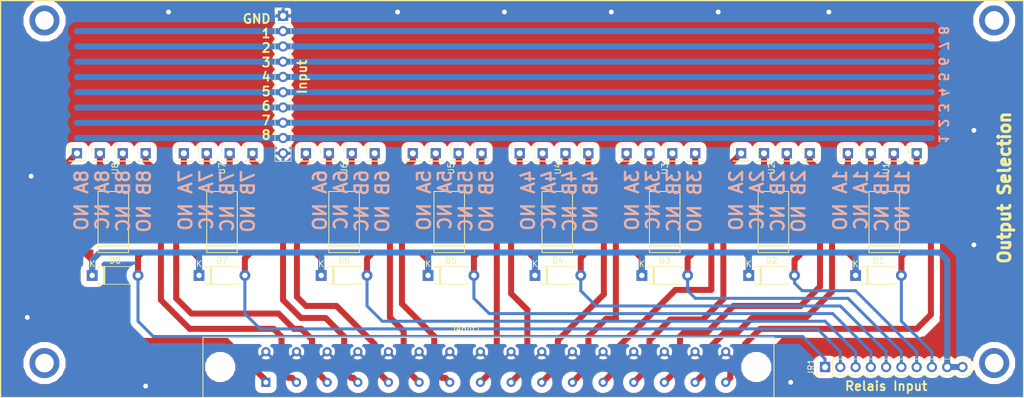
<source format=kicad_pcb>
(kicad_pcb (version 20171130) (host pcbnew 5.0.2-bee76a0~70~ubuntu16.04.1)

  (general
    (thickness 1.6)
    (drawings 11)
    (tracks 401)
    (zones 0)
    (modules 51)
    (nets 59)
  )

  (page A4)
  (layers
    (0 F.Cu signal)
    (31 B.Cu signal)
    (32 B.Adhes user)
    (33 F.Adhes user)
    (34 B.Paste user)
    (35 F.Paste user)
    (36 B.SilkS user)
    (37 F.SilkS user)
    (38 B.Mask user)
    (39 F.Mask user)
    (40 Dwgs.User user)
    (41 Cmts.User user)
    (42 Eco1.User user)
    (43 Eco2.User user)
    (44 Edge.Cuts user)
    (45 Margin user)
    (46 B.CrtYd user)
    (47 F.CrtYd user)
    (48 B.Fab user)
    (49 F.Fab user)
  )

  (setup
    (last_trace_width 1)
    (trace_clearance 1)
    (zone_clearance 0.508)
    (zone_45_only no)
    (trace_min 0.2)
    (segment_width 0.2)
    (edge_width 0.15)
    (via_size 1)
    (via_drill 0.8)
    (via_min_size 0.4)
    (via_min_drill 0.3)
    (uvia_size 0.3)
    (uvia_drill 0.1)
    (uvias_allowed no)
    (uvia_min_size 0.2)
    (uvia_min_drill 0.1)
    (pcb_text_width 0.3)
    (pcb_text_size 1.5 1.5)
    (mod_edge_width 0.15)
    (mod_text_size 1 1)
    (mod_text_width 0.15)
    (pad_size 1.524 1.524)
    (pad_drill 0.762)
    (pad_to_mask_clearance 0.051)
    (solder_mask_min_width 0.25)
    (aux_axis_origin 0 0)
    (visible_elements FFFFFF7F)
    (pcbplotparams
      (layerselection 0x010fc_ffffffff)
      (usegerberextensions false)
      (usegerberattributes false)
      (usegerberadvancedattributes false)
      (creategerberjobfile false)
      (excludeedgelayer true)
      (linewidth 0.100000)
      (plotframeref false)
      (viasonmask false)
      (mode 1)
      (useauxorigin false)
      (hpglpennumber 1)
      (hpglpenspeed 20)
      (hpglpendiameter 15.000000)
      (psnegative false)
      (psa4output false)
      (plotreference true)
      (plotvalue true)
      (plotinvisibletext false)
      (padsonsilk false)
      (subtractmaskfromsilk false)
      (outputformat 1)
      (mirror false)
      (drillshape 1)
      (scaleselection 1)
      (outputdirectory ""))
  )

  (net 0 "")
  (net 1 /relaysheet/Relais1)
  (net 2 +9V)
  (net 3 /relaysheet/Relais5)
  (net 4 /relaysheet/Relais2)
  (net 5 /relaysheet/Relais6)
  (net 6 /relaysheet/Relais3)
  (net 7 /relaysheet/Relais7)
  (net 8 /relaysheet/Relais4)
  (net 9 /relaysheet/Relais8)
  (net 10 GNDA)
  (net 11 /relaysheet/R1B_out)
  (net 12 /relaysheet/R1A_out)
  (net 13 /relaysheet/R1A_NC)
  (net 14 /relaysheet/R5B_out)
  (net 15 /relaysheet/R5A_out)
  (net 16 /relaysheet/R2B_out)
  (net 17 /relaysheet/R2A_out)
  (net 18 /relaysheet/R6A_out)
  (net 19 /relaysheet/R6B_out)
  (net 20 /relaysheet/R3A_out)
  (net 21 /relaysheet/R3B_out)
  (net 22 /relaysheet/R7B_out)
  (net 23 /relaysheet/R7A_out)
  (net 24 /relaysheet/R4A_out)
  (net 25 /relaysheet/R4B_out)
  (net 26 /relaysheet/R8A_out)
  (net 27 /relaysheet/R8B_out)
  (net 28 /relaysheet/R1B_NC)
  (net 29 /relaysheet/R1A_NO)
  (net 30 /relaysheet/R1B_NO)
  (net 31 /relaysheet/R2A_NC)
  (net 32 /relaysheet/R2B_NC)
  (net 33 /relaysheet/R2A_NO)
  (net 34 /relaysheet/R2B_NO)
  (net 35 /relaysheet/R3A_NC)
  (net 36 /relaysheet/R3B_NC)
  (net 37 /relaysheet/R3A_NO)
  (net 38 /relaysheet/R3B_NO)
  (net 39 /relaysheet/R4A_NC)
  (net 40 /relaysheet/R4B_NC)
  (net 41 /relaysheet/R4A_NO)
  (net 42 /relaysheet/R4B_NO)
  (net 43 /relaysheet/R5A_NC)
  (net 44 /relaysheet/R5B_NC)
  (net 45 /relaysheet/R5A_NO)
  (net 46 /relaysheet/R5B_NO)
  (net 47 /relaysheet/R6A_NC)
  (net 48 /relaysheet/R6B_NC)
  (net 49 /relaysheet/R6A_NO)
  (net 50 /relaysheet/R6B_NO)
  (net 51 /relaysheet/R7A_NC)
  (net 52 /relaysheet/R7B_NC)
  (net 53 /relaysheet/R7A_NO)
  (net 54 /relaysheet/R7B_NO)
  (net 55 /relaysheet/R8A_NC)
  (net 56 /relaysheet/R8B_NC)
  (net 57 /relaysheet/R8A_NO)
  (net 58 /relaysheet/R8B_NO)

  (net_class Default "This is the default net class."
    (clearance 1)
    (trace_width 1)
    (via_dia 1)
    (via_drill 0.8)
    (uvia_dia 0.3)
    (uvia_drill 0.1)
    (add_net +9V)
    (add_net /relaysheet/R1A_NC)
    (add_net /relaysheet/R1A_NO)
    (add_net /relaysheet/R1A_out)
    (add_net /relaysheet/R1B_NC)
    (add_net /relaysheet/R1B_NO)
    (add_net /relaysheet/R1B_out)
    (add_net /relaysheet/R2A_NC)
    (add_net /relaysheet/R2A_NO)
    (add_net /relaysheet/R2A_out)
    (add_net /relaysheet/R2B_NC)
    (add_net /relaysheet/R2B_NO)
    (add_net /relaysheet/R2B_out)
    (add_net /relaysheet/R3A_NC)
    (add_net /relaysheet/R3A_NO)
    (add_net /relaysheet/R3A_out)
    (add_net /relaysheet/R3B_NC)
    (add_net /relaysheet/R3B_NO)
    (add_net /relaysheet/R3B_out)
    (add_net /relaysheet/R4A_NC)
    (add_net /relaysheet/R4A_NO)
    (add_net /relaysheet/R4A_out)
    (add_net /relaysheet/R4B_NC)
    (add_net /relaysheet/R4B_NO)
    (add_net /relaysheet/R4B_out)
    (add_net /relaysheet/R5A_NC)
    (add_net /relaysheet/R5A_NO)
    (add_net /relaysheet/R5A_out)
    (add_net /relaysheet/R5B_NC)
    (add_net /relaysheet/R5B_NO)
    (add_net /relaysheet/R5B_out)
    (add_net /relaysheet/R6A_NC)
    (add_net /relaysheet/R6A_NO)
    (add_net /relaysheet/R6A_out)
    (add_net /relaysheet/R6B_NC)
    (add_net /relaysheet/R6B_NO)
    (add_net /relaysheet/R6B_out)
    (add_net /relaysheet/R7A_NC)
    (add_net /relaysheet/R7A_NO)
    (add_net /relaysheet/R7A_out)
    (add_net /relaysheet/R7B_NC)
    (add_net /relaysheet/R7B_NO)
    (add_net /relaysheet/R7B_out)
    (add_net /relaysheet/R8A_NC)
    (add_net /relaysheet/R8A_NO)
    (add_net /relaysheet/R8A_out)
    (add_net /relaysheet/R8B_NC)
    (add_net /relaysheet/R8B_NO)
    (add_net /relaysheet/R8B_out)
    (add_net /relaysheet/Relais1)
    (add_net /relaysheet/Relais2)
    (add_net /relaysheet/Relais3)
    (add_net /relaysheet/Relais4)
    (add_net /relaysheet/Relais5)
    (add_net /relaysheet/Relais6)
    (add_net /relaysheet/Relais7)
    (add_net /relaysheet/Relais8)
    (add_net GNDA)
  )

  (module footprints:NEC-EB2-12NU (layer F.Cu) (tedit 5CD1A950) (tstamp 5CD2D6D0)
    (at 159.72 49.53 90)
    (path /5CD2BD35/5CD2D6AA)
    (fp_text reference U1 (at 8.89 0.3 90) (layer F.SilkS)
      (effects (font (size 1 1) (thickness 0.15)))
    )
    (fp_text value NEC-EB2-12NU (at 0 0 90) (layer F.Fab)
      (effects (font (size 1 1) (thickness 0.15)))
    )
    (fp_line (start -7.15 -4.65) (end 7.15 -4.65) (layer F.Fab) (width 0.15))
    (fp_line (start 7.15 -4.65) (end 7.15 4.65) (layer F.Fab) (width 0.15))
    (fp_line (start 7.15 4.65) (end -7.15 4.65) (layer F.Fab) (width 0.15))
    (fp_line (start -7.15 4.65) (end -7.15 -4.65) (layer F.Fab) (width 0.15))
    (fp_line (start -6 -4.65) (end -6 4.65) (layer F.Fab) (width 0.15))
    (fp_line (start -5.08 -2.54) (end 5.08 -2.54) (layer F.SilkS) (width 0.15))
    (fp_line (start 5.08 -2.54) (end 5.08 2.54) (layer F.SilkS) (width 0.15))
    (fp_line (start 5.08 2.54) (end -5.08 2.54) (layer F.SilkS) (width 0.15))
    (fp_line (start -5.08 2.54) (end -5.08 -2.54) (layer F.SilkS) (width 0.15))
    (fp_line (start -4 -2.54) (end -4 2.54) (layer F.SilkS) (width 0.15))
    (pad 1 smd rect (at -5.08 -4.78 90) (size 1 2.94) (layers F.Cu F.Paste F.Mask)
      (net 2 +9V))
    (pad 2 smd rect (at -2.54 -4.78 90) (size 1 2.94) (layers F.Cu F.Paste F.Mask)
      (net 13 /relaysheet/R1A_NC))
    (pad 3 smd rect (at 0 -4.78 90) (size 1 2.94) (layers F.Cu F.Paste F.Mask)
      (net 12 /relaysheet/R1A_out))
    (pad 4 smd rect (at 2.54 -4.78 90) (size 1 2.94) (layers F.Cu F.Paste F.Mask)
      (net 29 /relaysheet/R1A_NO))
    (pad 5 smd rect (at 5.08 -4.78 90) (size 1 2.94) (layers F.Cu F.Paste F.Mask))
    (pad 6 smd rect (at 5.08 4.78 90) (size 1 2.94) (layers F.Cu F.Paste F.Mask))
    (pad 7 smd rect (at 2.54 4.78 90) (size 1 2.94) (layers F.Cu F.Paste F.Mask)
      (net 30 /relaysheet/R1B_NO))
    (pad 8 smd rect (at 0 4.78 90) (size 1 2.94) (layers F.Cu F.Paste F.Mask)
      (net 11 /relaysheet/R1B_out))
    (pad 9 smd rect (at -2.54 4.78 90) (size 1 2.94) (layers F.Cu F.Paste F.Mask)
      (net 28 /relaysheet/R1B_NC))
    (pad 10 smd rect (at -5.08 4.78 90) (size 1 2.94) (layers F.Cu F.Paste F.Mask)
      (net 1 /relaysheet/Relais1))
  )

  (module footprints:NEC-EB2-12NU (layer F.Cu) (tedit 5CD1A950) (tstamp 5CD2F79B)
    (at 141.27 49.53 90)
    (path /5CD2BD35/5CD30362)
    (fp_text reference U2 (at 8.89 -0.3 90) (layer F.SilkS)
      (effects (font (size 1 1) (thickness 0.15)))
    )
    (fp_text value NEC-EB2-12NU (at 0 0 90) (layer F.Fab)
      (effects (font (size 1 1) (thickness 0.15)))
    )
    (fp_line (start -7.15 -4.65) (end 7.15 -4.65) (layer F.Fab) (width 0.15))
    (fp_line (start 7.15 -4.65) (end 7.15 4.65) (layer F.Fab) (width 0.15))
    (fp_line (start 7.15 4.65) (end -7.15 4.65) (layer F.Fab) (width 0.15))
    (fp_line (start -7.15 4.65) (end -7.15 -4.65) (layer F.Fab) (width 0.15))
    (fp_line (start -6 -4.65) (end -6 4.65) (layer F.Fab) (width 0.15))
    (fp_line (start -5.08 -2.54) (end 5.08 -2.54) (layer F.SilkS) (width 0.15))
    (fp_line (start 5.08 -2.54) (end 5.08 2.54) (layer F.SilkS) (width 0.15))
    (fp_line (start 5.08 2.54) (end -5.08 2.54) (layer F.SilkS) (width 0.15))
    (fp_line (start -5.08 2.54) (end -5.08 -2.54) (layer F.SilkS) (width 0.15))
    (fp_line (start -4 -2.54) (end -4 2.54) (layer F.SilkS) (width 0.15))
    (pad 1 smd rect (at -5.08 -4.78 90) (size 1 2.94) (layers F.Cu F.Paste F.Mask)
      (net 2 +9V))
    (pad 2 smd rect (at -2.54 -4.78 90) (size 1 2.94) (layers F.Cu F.Paste F.Mask)
      (net 31 /relaysheet/R2A_NC))
    (pad 3 smd rect (at 0 -4.78 90) (size 1 2.94) (layers F.Cu F.Paste F.Mask)
      (net 17 /relaysheet/R2A_out))
    (pad 4 smd rect (at 2.54 -4.78 90) (size 1 2.94) (layers F.Cu F.Paste F.Mask)
      (net 33 /relaysheet/R2A_NO))
    (pad 5 smd rect (at 5.08 -4.78 90) (size 1 2.94) (layers F.Cu F.Paste F.Mask))
    (pad 6 smd rect (at 5.08 4.78 90) (size 1 2.94) (layers F.Cu F.Paste F.Mask))
    (pad 7 smd rect (at 2.54 4.78 90) (size 1 2.94) (layers F.Cu F.Paste F.Mask)
      (net 34 /relaysheet/R2B_NO))
    (pad 8 smd rect (at 0 4.78 90) (size 1 2.94) (layers F.Cu F.Paste F.Mask)
      (net 16 /relaysheet/R2B_out))
    (pad 9 smd rect (at -2.54 4.78 90) (size 1 2.94) (layers F.Cu F.Paste F.Mask)
      (net 32 /relaysheet/R2B_NC))
    (pad 10 smd rect (at -5.08 4.78 90) (size 1 2.94) (layers F.Cu F.Paste F.Mask)
      (net 4 /relaysheet/Relais2))
  )

  (module footprints:NEC-EB2-12NU (layer F.Cu) (tedit 5CD1A950) (tstamp 5CD2D700)
    (at 123.19 49.53 90)
    (path /5CD2BD35/5CD316D2)
    (fp_text reference U3 (at 8.89 0 90) (layer F.SilkS)
      (effects (font (size 1 1) (thickness 0.15)))
    )
    (fp_text value NEC-EB2-12NU (at 0 0 90) (layer F.Fab)
      (effects (font (size 1 1) (thickness 0.15)))
    )
    (fp_line (start -7.15 -4.65) (end 7.15 -4.65) (layer F.Fab) (width 0.15))
    (fp_line (start 7.15 -4.65) (end 7.15 4.65) (layer F.Fab) (width 0.15))
    (fp_line (start 7.15 4.65) (end -7.15 4.65) (layer F.Fab) (width 0.15))
    (fp_line (start -7.15 4.65) (end -7.15 -4.65) (layer F.Fab) (width 0.15))
    (fp_line (start -6 -4.65) (end -6 4.65) (layer F.Fab) (width 0.15))
    (fp_line (start -5.08 -2.54) (end 5.08 -2.54) (layer F.SilkS) (width 0.15))
    (fp_line (start 5.08 -2.54) (end 5.08 2.54) (layer F.SilkS) (width 0.15))
    (fp_line (start 5.08 2.54) (end -5.08 2.54) (layer F.SilkS) (width 0.15))
    (fp_line (start -5.08 2.54) (end -5.08 -2.54) (layer F.SilkS) (width 0.15))
    (fp_line (start -4 -2.54) (end -4 2.54) (layer F.SilkS) (width 0.15))
    (pad 1 smd rect (at -5.08 -4.78 90) (size 1 2.94) (layers F.Cu F.Paste F.Mask)
      (net 2 +9V))
    (pad 2 smd rect (at -2.54 -4.78 90) (size 1 2.94) (layers F.Cu F.Paste F.Mask)
      (net 35 /relaysheet/R3A_NC))
    (pad 3 smd rect (at 0 -4.78 90) (size 1 2.94) (layers F.Cu F.Paste F.Mask)
      (net 20 /relaysheet/R3A_out))
    (pad 4 smd rect (at 2.54 -4.78 90) (size 1 2.94) (layers F.Cu F.Paste F.Mask)
      (net 37 /relaysheet/R3A_NO))
    (pad 5 smd rect (at 5.08 -4.78 90) (size 1 2.94) (layers F.Cu F.Paste F.Mask))
    (pad 6 smd rect (at 5.08 4.78 90) (size 1 2.94) (layers F.Cu F.Paste F.Mask))
    (pad 7 smd rect (at 2.54 4.78 90) (size 1 2.94) (layers F.Cu F.Paste F.Mask)
      (net 38 /relaysheet/R3B_NO))
    (pad 8 smd rect (at 0 4.78 90) (size 1 2.94) (layers F.Cu F.Paste F.Mask)
      (net 21 /relaysheet/R3B_out))
    (pad 9 smd rect (at -2.54 4.78 90) (size 1 2.94) (layers F.Cu F.Paste F.Mask)
      (net 36 /relaysheet/R3B_NC))
    (pad 10 smd rect (at -5.08 4.78 90) (size 1 2.94) (layers F.Cu F.Paste F.Mask)
      (net 6 /relaysheet/Relais3))
  )

  (module footprints:NEC-EB2-12NU (layer F.Cu) (tedit 5CD1A950) (tstamp 5CD30B02)
    (at 105.31 49.53 90)
    (path /5CD2BD35/5CD31724)
    (fp_text reference U4 (at 8.89 0.1 90) (layer F.SilkS)
      (effects (font (size 1 1) (thickness 0.15)))
    )
    (fp_text value NEC-EB2-12NU (at 0 0 90) (layer F.Fab)
      (effects (font (size 1 1) (thickness 0.15)))
    )
    (fp_line (start -4 -2.54) (end -4 2.54) (layer F.SilkS) (width 0.15))
    (fp_line (start -5.08 2.54) (end -5.08 -2.54) (layer F.SilkS) (width 0.15))
    (fp_line (start 5.08 2.54) (end -5.08 2.54) (layer F.SilkS) (width 0.15))
    (fp_line (start 5.08 -2.54) (end 5.08 2.54) (layer F.SilkS) (width 0.15))
    (fp_line (start -5.08 -2.54) (end 5.08 -2.54) (layer F.SilkS) (width 0.15))
    (fp_line (start -6 -4.65) (end -6 4.65) (layer F.Fab) (width 0.15))
    (fp_line (start -7.15 4.65) (end -7.15 -4.65) (layer F.Fab) (width 0.15))
    (fp_line (start 7.15 4.65) (end -7.15 4.65) (layer F.Fab) (width 0.15))
    (fp_line (start 7.15 -4.65) (end 7.15 4.65) (layer F.Fab) (width 0.15))
    (fp_line (start -7.15 -4.65) (end 7.15 -4.65) (layer F.Fab) (width 0.15))
    (pad 10 smd rect (at -5.08 4.78 90) (size 1 2.94) (layers F.Cu F.Paste F.Mask)
      (net 8 /relaysheet/Relais4))
    (pad 9 smd rect (at -2.54 4.78 90) (size 1 2.94) (layers F.Cu F.Paste F.Mask)
      (net 40 /relaysheet/R4B_NC))
    (pad 8 smd rect (at 0 4.78 90) (size 1 2.94) (layers F.Cu F.Paste F.Mask)
      (net 25 /relaysheet/R4B_out))
    (pad 7 smd rect (at 2.54 4.78 90) (size 1 2.94) (layers F.Cu F.Paste F.Mask)
      (net 42 /relaysheet/R4B_NO))
    (pad 6 smd rect (at 5.08 4.78 90) (size 1 2.94) (layers F.Cu F.Paste F.Mask))
    (pad 5 smd rect (at 5.08 -4.78 90) (size 1 2.94) (layers F.Cu F.Paste F.Mask))
    (pad 4 smd rect (at 2.54 -4.78 90) (size 1 2.94) (layers F.Cu F.Paste F.Mask)
      (net 41 /relaysheet/R4A_NO))
    (pad 3 smd rect (at 0 -4.78 90) (size 1 2.94) (layers F.Cu F.Paste F.Mask)
      (net 24 /relaysheet/R4A_out))
    (pad 2 smd rect (at -2.54 -4.78 90) (size 1 2.94) (layers F.Cu F.Paste F.Mask)
      (net 39 /relaysheet/R4A_NC))
    (pad 1 smd rect (at -5.08 -4.78 90) (size 1 2.94) (layers F.Cu F.Paste F.Mask)
      (net 2 +9V))
  )

  (module footprints:NEC-EB2-12NU (layer F.Cu) (tedit 5CD1A950) (tstamp 5CD2D730)
    (at 87.33 49.53 90)
    (path /5CD2BD35/5CD2FCCA)
    (fp_text reference U5 (at 8.89 0.3 90) (layer F.SilkS)
      (effects (font (size 1 1) (thickness 0.15)))
    )
    (fp_text value NEC-EB2-12NU (at 0 0 90) (layer F.Fab)
      (effects (font (size 1 1) (thickness 0.15)))
    )
    (fp_line (start -4 -2.54) (end -4 2.54) (layer F.SilkS) (width 0.15))
    (fp_line (start -5.08 2.54) (end -5.08 -2.54) (layer F.SilkS) (width 0.15))
    (fp_line (start 5.08 2.54) (end -5.08 2.54) (layer F.SilkS) (width 0.15))
    (fp_line (start 5.08 -2.54) (end 5.08 2.54) (layer F.SilkS) (width 0.15))
    (fp_line (start -5.08 -2.54) (end 5.08 -2.54) (layer F.SilkS) (width 0.15))
    (fp_line (start -6 -4.65) (end -6 4.65) (layer F.Fab) (width 0.15))
    (fp_line (start -7.15 4.65) (end -7.15 -4.65) (layer F.Fab) (width 0.15))
    (fp_line (start 7.15 4.65) (end -7.15 4.65) (layer F.Fab) (width 0.15))
    (fp_line (start 7.15 -4.65) (end 7.15 4.65) (layer F.Fab) (width 0.15))
    (fp_line (start -7.15 -4.65) (end 7.15 -4.65) (layer F.Fab) (width 0.15))
    (pad 10 smd rect (at -5.08 4.78 90) (size 1 2.94) (layers F.Cu F.Paste F.Mask)
      (net 3 /relaysheet/Relais5))
    (pad 9 smd rect (at -2.54 4.78 90) (size 1 2.94) (layers F.Cu F.Paste F.Mask)
      (net 44 /relaysheet/R5B_NC))
    (pad 8 smd rect (at 0 4.78 90) (size 1 2.94) (layers F.Cu F.Paste F.Mask)
      (net 14 /relaysheet/R5B_out))
    (pad 7 smd rect (at 2.54 4.78 90) (size 1 2.94) (layers F.Cu F.Paste F.Mask)
      (net 46 /relaysheet/R5B_NO))
    (pad 6 smd rect (at 5.08 4.78 90) (size 1 2.94) (layers F.Cu F.Paste F.Mask))
    (pad 5 smd rect (at 5.08 -4.78 90) (size 1 2.94) (layers F.Cu F.Paste F.Mask))
    (pad 4 smd rect (at 2.54 -4.78 90) (size 1 2.94) (layers F.Cu F.Paste F.Mask)
      (net 45 /relaysheet/R5A_NO))
    (pad 3 smd rect (at 0 -4.78 90) (size 1 2.94) (layers F.Cu F.Paste F.Mask)
      (net 15 /relaysheet/R5A_out))
    (pad 2 smd rect (at -2.54 -4.78 90) (size 1 2.94) (layers F.Cu F.Paste F.Mask)
      (net 43 /relaysheet/R5A_NC))
    (pad 1 smd rect (at -5.08 -4.78 90) (size 1 2.94) (layers F.Cu F.Paste F.Mask)
      (net 2 +9V))
  )

  (module footprints:NEC-EB2-12NU (layer F.Cu) (tedit 5CD1A950) (tstamp 5CD2D748)
    (at 69.85 49.53 90)
    (path /5CD2BD35/5CD3038B)
    (fp_text reference U6 (at 8.89 0 90) (layer F.SilkS)
      (effects (font (size 1 1) (thickness 0.15)))
    )
    (fp_text value NEC-EB2-12NU (at 0 0 90) (layer F.Fab)
      (effects (font (size 1 1) (thickness 0.15)))
    )
    (fp_line (start -4 -2.54) (end -4 2.54) (layer F.SilkS) (width 0.15))
    (fp_line (start -5.08 2.54) (end -5.08 -2.54) (layer F.SilkS) (width 0.15))
    (fp_line (start 5.08 2.54) (end -5.08 2.54) (layer F.SilkS) (width 0.15))
    (fp_line (start 5.08 -2.54) (end 5.08 2.54) (layer F.SilkS) (width 0.15))
    (fp_line (start -5.08 -2.54) (end 5.08 -2.54) (layer F.SilkS) (width 0.15))
    (fp_line (start -6 -4.65) (end -6 4.65) (layer F.Fab) (width 0.15))
    (fp_line (start -7.15 4.65) (end -7.15 -4.65) (layer F.Fab) (width 0.15))
    (fp_line (start 7.15 4.65) (end -7.15 4.65) (layer F.Fab) (width 0.15))
    (fp_line (start 7.15 -4.65) (end 7.15 4.65) (layer F.Fab) (width 0.15))
    (fp_line (start -7.15 -4.65) (end 7.15 -4.65) (layer F.Fab) (width 0.15))
    (pad 10 smd rect (at -5.08 4.78 90) (size 1 2.94) (layers F.Cu F.Paste F.Mask)
      (net 5 /relaysheet/Relais6))
    (pad 9 smd rect (at -2.54 4.78 90) (size 1 2.94) (layers F.Cu F.Paste F.Mask)
      (net 48 /relaysheet/R6B_NC))
    (pad 8 smd rect (at 0 4.78 90) (size 1 2.94) (layers F.Cu F.Paste F.Mask)
      (net 19 /relaysheet/R6B_out))
    (pad 7 smd rect (at 2.54 4.78 90) (size 1 2.94) (layers F.Cu F.Paste F.Mask)
      (net 50 /relaysheet/R6B_NO))
    (pad 6 smd rect (at 5.08 4.78 90) (size 1 2.94) (layers F.Cu F.Paste F.Mask))
    (pad 5 smd rect (at 5.08 -4.78 90) (size 1 2.94) (layers F.Cu F.Paste F.Mask))
    (pad 4 smd rect (at 2.54 -4.78 90) (size 1 2.94) (layers F.Cu F.Paste F.Mask)
      (net 49 /relaysheet/R6A_NO))
    (pad 3 smd rect (at 0 -4.78 90) (size 1 2.94) (layers F.Cu F.Paste F.Mask)
      (net 18 /relaysheet/R6A_out))
    (pad 2 smd rect (at -2.54 -4.78 90) (size 1 2.94) (layers F.Cu F.Paste F.Mask)
      (net 47 /relaysheet/R6A_NC))
    (pad 1 smd rect (at -5.08 -4.78 90) (size 1 2.94) (layers F.Cu F.Paste F.Mask)
      (net 2 +9V))
  )

  (module footprints:NEC-EB2-12NU (layer F.Cu) (tedit 5CD1A950) (tstamp 5CD2DE4A)
    (at 49.53 49.53 90)
    (path /5CD2BD35/5CD316FB)
    (fp_text reference U7 (at 8.89 0 90) (layer F.SilkS)
      (effects (font (size 1 1) (thickness 0.15)))
    )
    (fp_text value NEC-EB2-12NU (at 0 0 90) (layer F.Fab)
      (effects (font (size 1 1) (thickness 0.15)))
    )
    (fp_line (start -4 -2.54) (end -4 2.54) (layer F.SilkS) (width 0.15))
    (fp_line (start -5.08 2.54) (end -5.08 -2.54) (layer F.SilkS) (width 0.15))
    (fp_line (start 5.08 2.54) (end -5.08 2.54) (layer F.SilkS) (width 0.15))
    (fp_line (start 5.08 -2.54) (end 5.08 2.54) (layer F.SilkS) (width 0.15))
    (fp_line (start -5.08 -2.54) (end 5.08 -2.54) (layer F.SilkS) (width 0.15))
    (fp_line (start -6 -4.65) (end -6 4.65) (layer F.Fab) (width 0.15))
    (fp_line (start -7.15 4.65) (end -7.15 -4.65) (layer F.Fab) (width 0.15))
    (fp_line (start 7.15 4.65) (end -7.15 4.65) (layer F.Fab) (width 0.15))
    (fp_line (start 7.15 -4.65) (end 7.15 4.65) (layer F.Fab) (width 0.15))
    (fp_line (start -7.15 -4.65) (end 7.15 -4.65) (layer F.Fab) (width 0.15))
    (pad 10 smd rect (at -5.08 4.78 90) (size 1 2.94) (layers F.Cu F.Paste F.Mask)
      (net 7 /relaysheet/Relais7))
    (pad 9 smd rect (at -2.54 4.78 90) (size 1 2.94) (layers F.Cu F.Paste F.Mask)
      (net 52 /relaysheet/R7B_NC))
    (pad 8 smd rect (at 0 4.78 90) (size 1 2.94) (layers F.Cu F.Paste F.Mask)
      (net 22 /relaysheet/R7B_out))
    (pad 7 smd rect (at 2.54 4.78 90) (size 1 2.94) (layers F.Cu F.Paste F.Mask)
      (net 54 /relaysheet/R7B_NO))
    (pad 6 smd rect (at 5.08 4.78 90) (size 1 2.94) (layers F.Cu F.Paste F.Mask))
    (pad 5 smd rect (at 5.08 -4.78 90) (size 1 2.94) (layers F.Cu F.Paste F.Mask))
    (pad 4 smd rect (at 2.54 -4.78 90) (size 1 2.94) (layers F.Cu F.Paste F.Mask)
      (net 53 /relaysheet/R7A_NO))
    (pad 3 smd rect (at 0 -4.78 90) (size 1 2.94) (layers F.Cu F.Paste F.Mask)
      (net 23 /relaysheet/R7A_out))
    (pad 2 smd rect (at -2.54 -4.78 90) (size 1 2.94) (layers F.Cu F.Paste F.Mask)
      (net 51 /relaysheet/R7A_NC))
    (pad 1 smd rect (at -5.08 -4.78 90) (size 1 2.94) (layers F.Cu F.Paste F.Mask)
      (net 2 +9V))
  )

  (module footprints:NEC-EB2-12NU (layer F.Cu) (tedit 5CD1A950) (tstamp 5CD30EC6)
    (at 31.45 49.53 90)
    (path /5CD2BD35/5CD3174D)
    (fp_text reference U8 (at 8.89 0.3 90) (layer F.SilkS)
      (effects (font (size 1 1) (thickness 0.15)))
    )
    (fp_text value NEC-EB2-12NU (at 0 0 90) (layer F.Fab)
      (effects (font (size 1 1) (thickness 0.15)))
    )
    (fp_line (start -4 -2.54) (end -4 2.54) (layer F.SilkS) (width 0.15))
    (fp_line (start -5.08 2.54) (end -5.08 -2.54) (layer F.SilkS) (width 0.15))
    (fp_line (start 5.08 2.54) (end -5.08 2.54) (layer F.SilkS) (width 0.15))
    (fp_line (start 5.08 -2.54) (end 5.08 2.54) (layer F.SilkS) (width 0.15))
    (fp_line (start -5.08 -2.54) (end 5.08 -2.54) (layer F.SilkS) (width 0.15))
    (fp_line (start -6 -4.65) (end -6 4.65) (layer F.Fab) (width 0.15))
    (fp_line (start -7.15 4.65) (end -7.15 -4.65) (layer F.Fab) (width 0.15))
    (fp_line (start 7.15 4.65) (end -7.15 4.65) (layer F.Fab) (width 0.15))
    (fp_line (start 7.15 -4.65) (end 7.15 4.65) (layer F.Fab) (width 0.15))
    (fp_line (start -7.15 -4.65) (end 7.15 -4.65) (layer F.Fab) (width 0.15))
    (pad 10 smd rect (at -5.08 4.78 90) (size 1 2.94) (layers F.Cu F.Paste F.Mask)
      (net 9 /relaysheet/Relais8))
    (pad 9 smd rect (at -2.54 4.78 90) (size 1 2.94) (layers F.Cu F.Paste F.Mask)
      (net 56 /relaysheet/R8B_NC))
    (pad 8 smd rect (at 0 4.78 90) (size 1 2.94) (layers F.Cu F.Paste F.Mask)
      (net 27 /relaysheet/R8B_out))
    (pad 7 smd rect (at 2.54 4.78 90) (size 1 2.94) (layers F.Cu F.Paste F.Mask)
      (net 58 /relaysheet/R8B_NO))
    (pad 6 smd rect (at 5.08 4.78 90) (size 1 2.94) (layers F.Cu F.Paste F.Mask))
    (pad 5 smd rect (at 5.08 -4.78 90) (size 1 2.94) (layers F.Cu F.Paste F.Mask))
    (pad 4 smd rect (at 2.54 -4.78 90) (size 1 2.94) (layers F.Cu F.Paste F.Mask)
      (net 57 /relaysheet/R8A_NO))
    (pad 3 smd rect (at 0 -4.78 90) (size 1 2.94) (layers F.Cu F.Paste F.Mask)
      (net 26 /relaysheet/R8A_out))
    (pad 2 smd rect (at -2.54 -4.78 90) (size 1 2.94) (layers F.Cu F.Paste F.Mask)
      (net 55 /relaysheet/R8A_NC))
    (pad 1 smd rect (at -5.08 -4.78 90) (size 1 2.94) (layers F.Cu F.Paste F.Mask)
      (net 2 +9V))
  )

  (module Diode_THT:D_A-405_P7.62mm_Horizontal (layer F.Cu) (tedit 5AE50CD5) (tstamp 5CD2F417)
    (at 154.94 58.42)
    (descr "Diode, A-405 series, Axial, Horizontal, pin pitch=7.62mm, , length*diameter=5.2*2.7mm^2, , http://www.diodes.com/_files/packages/A-405.pdf")
    (tags "Diode A-405 series Axial Horizontal pin pitch 7.62mm  length 5.2mm diameter 2.7mm")
    (path /5CD2BD35/5CD2E7CE)
    (fp_text reference D1 (at 3.81 -2.47) (layer F.SilkS)
      (effects (font (size 1 1) (thickness 0.15)))
    )
    (fp_text value D (at 3.81 2.47) (layer F.Fab)
      (effects (font (size 1 1) (thickness 0.15)))
    )
    (fp_line (start 1.21 -1.35) (end 1.21 1.35) (layer F.Fab) (width 0.1))
    (fp_line (start 1.21 1.35) (end 6.41 1.35) (layer F.Fab) (width 0.1))
    (fp_line (start 6.41 1.35) (end 6.41 -1.35) (layer F.Fab) (width 0.1))
    (fp_line (start 6.41 -1.35) (end 1.21 -1.35) (layer F.Fab) (width 0.1))
    (fp_line (start 0 0) (end 1.21 0) (layer F.Fab) (width 0.1))
    (fp_line (start 7.62 0) (end 6.41 0) (layer F.Fab) (width 0.1))
    (fp_line (start 1.99 -1.35) (end 1.99 1.35) (layer F.Fab) (width 0.1))
    (fp_line (start 2.09 -1.35) (end 2.09 1.35) (layer F.Fab) (width 0.1))
    (fp_line (start 1.89 -1.35) (end 1.89 1.35) (layer F.Fab) (width 0.1))
    (fp_line (start 1.09 -1.14) (end 1.09 -1.47) (layer F.SilkS) (width 0.12))
    (fp_line (start 1.09 -1.47) (end 6.53 -1.47) (layer F.SilkS) (width 0.12))
    (fp_line (start 6.53 -1.47) (end 6.53 -1.14) (layer F.SilkS) (width 0.12))
    (fp_line (start 1.09 1.14) (end 1.09 1.47) (layer F.SilkS) (width 0.12))
    (fp_line (start 1.09 1.47) (end 6.53 1.47) (layer F.SilkS) (width 0.12))
    (fp_line (start 6.53 1.47) (end 6.53 1.14) (layer F.SilkS) (width 0.12))
    (fp_line (start 1.99 -1.47) (end 1.99 1.47) (layer F.SilkS) (width 0.12))
    (fp_line (start 2.11 -1.47) (end 2.11 1.47) (layer F.SilkS) (width 0.12))
    (fp_line (start 1.87 -1.47) (end 1.87 1.47) (layer F.SilkS) (width 0.12))
    (fp_line (start -1.15 -1.6) (end -1.15 1.6) (layer F.CrtYd) (width 0.05))
    (fp_line (start -1.15 1.6) (end 8.77 1.6) (layer F.CrtYd) (width 0.05))
    (fp_line (start 8.77 1.6) (end 8.77 -1.6) (layer F.CrtYd) (width 0.05))
    (fp_line (start 8.77 -1.6) (end -1.15 -1.6) (layer F.CrtYd) (width 0.05))
    (fp_text user %R (at 4.2 0) (layer F.Fab)
      (effects (font (size 1 1) (thickness 0.15)))
    )
    (fp_text user K (at 0 -1.9) (layer F.Fab)
      (effects (font (size 1 1) (thickness 0.15)))
    )
    (fp_text user K (at 0 -1.9) (layer F.SilkS)
      (effects (font (size 1 1) (thickness 0.15)))
    )
    (pad 1 thru_hole rect (at 0 0) (size 1.8 1.8) (drill 0.9) (layers *.Cu *.Mask)
      (net 2 +9V))
    (pad 2 thru_hole oval (at 7.62 0) (size 1.8 1.8) (drill 0.9) (layers *.Cu *.Mask)
      (net 1 /relaysheet/Relais1))
    (model ${KISYS3DMOD}/Diode_THT.3dshapes/D_A-405_P7.62mm_Horizontal.wrl
      (at (xyz 0 0 0))
      (scale (xyz 1 1 1))
      (rotate (xyz 0 0 0))
    )
  )

  (module Diode_THT:D_A-405_P7.62mm_Horizontal (layer F.Cu) (tedit 5AE50CD5) (tstamp 5CD2F435)
    (at 137.16 58.42)
    (descr "Diode, A-405 series, Axial, Horizontal, pin pitch=7.62mm, , length*diameter=5.2*2.7mm^2, , http://www.diodes.com/_files/packages/A-405.pdf")
    (tags "Diode A-405 series Axial Horizontal pin pitch 7.62mm  length 5.2mm diameter 2.7mm")
    (path /5CD2BD35/5CD3037D)
    (fp_text reference D2 (at 3.81 -2.47) (layer F.SilkS)
      (effects (font (size 1 1) (thickness 0.15)))
    )
    (fp_text value D (at 3.81 2.47) (layer F.Fab)
      (effects (font (size 1 1) (thickness 0.15)))
    )
    (fp_text user K (at 0 -1.9) (layer F.SilkS)
      (effects (font (size 1 1) (thickness 0.15)))
    )
    (fp_text user K (at 0 -1.9) (layer F.Fab)
      (effects (font (size 1 1) (thickness 0.15)))
    )
    (fp_text user %R (at 4.2 0) (layer F.Fab)
      (effects (font (size 1 1) (thickness 0.15)))
    )
    (fp_line (start 8.77 -1.6) (end -1.15 -1.6) (layer F.CrtYd) (width 0.05))
    (fp_line (start 8.77 1.6) (end 8.77 -1.6) (layer F.CrtYd) (width 0.05))
    (fp_line (start -1.15 1.6) (end 8.77 1.6) (layer F.CrtYd) (width 0.05))
    (fp_line (start -1.15 -1.6) (end -1.15 1.6) (layer F.CrtYd) (width 0.05))
    (fp_line (start 1.87 -1.47) (end 1.87 1.47) (layer F.SilkS) (width 0.12))
    (fp_line (start 2.11 -1.47) (end 2.11 1.47) (layer F.SilkS) (width 0.12))
    (fp_line (start 1.99 -1.47) (end 1.99 1.47) (layer F.SilkS) (width 0.12))
    (fp_line (start 6.53 1.47) (end 6.53 1.14) (layer F.SilkS) (width 0.12))
    (fp_line (start 1.09 1.47) (end 6.53 1.47) (layer F.SilkS) (width 0.12))
    (fp_line (start 1.09 1.14) (end 1.09 1.47) (layer F.SilkS) (width 0.12))
    (fp_line (start 6.53 -1.47) (end 6.53 -1.14) (layer F.SilkS) (width 0.12))
    (fp_line (start 1.09 -1.47) (end 6.53 -1.47) (layer F.SilkS) (width 0.12))
    (fp_line (start 1.09 -1.14) (end 1.09 -1.47) (layer F.SilkS) (width 0.12))
    (fp_line (start 1.89 -1.35) (end 1.89 1.35) (layer F.Fab) (width 0.1))
    (fp_line (start 2.09 -1.35) (end 2.09 1.35) (layer F.Fab) (width 0.1))
    (fp_line (start 1.99 -1.35) (end 1.99 1.35) (layer F.Fab) (width 0.1))
    (fp_line (start 7.62 0) (end 6.41 0) (layer F.Fab) (width 0.1))
    (fp_line (start 0 0) (end 1.21 0) (layer F.Fab) (width 0.1))
    (fp_line (start 6.41 -1.35) (end 1.21 -1.35) (layer F.Fab) (width 0.1))
    (fp_line (start 6.41 1.35) (end 6.41 -1.35) (layer F.Fab) (width 0.1))
    (fp_line (start 1.21 1.35) (end 6.41 1.35) (layer F.Fab) (width 0.1))
    (fp_line (start 1.21 -1.35) (end 1.21 1.35) (layer F.Fab) (width 0.1))
    (pad 2 thru_hole oval (at 7.62 0) (size 1.8 1.8) (drill 0.9) (layers *.Cu *.Mask)
      (net 4 /relaysheet/Relais2))
    (pad 1 thru_hole rect (at 0 0) (size 1.8 1.8) (drill 0.9) (layers *.Cu *.Mask)
      (net 2 +9V))
    (model ${KISYS3DMOD}/Diode_THT.3dshapes/D_A-405_P7.62mm_Horizontal.wrl
      (at (xyz 0 0 0))
      (scale (xyz 1 1 1))
      (rotate (xyz 0 0 0))
    )
  )

  (module Diode_THT:D_A-405_P7.62mm_Horizontal (layer F.Cu) (tedit 5AE50CD5) (tstamp 5CD2F453)
    (at 119.38 58.42)
    (descr "Diode, A-405 series, Axial, Horizontal, pin pitch=7.62mm, , length*diameter=5.2*2.7mm^2, , http://www.diodes.com/_files/packages/A-405.pdf")
    (tags "Diode A-405 series Axial Horizontal pin pitch 7.62mm  length 5.2mm diameter 2.7mm")
    (path /5CD2BD35/5CD316ED)
    (fp_text reference D3 (at 3.81 -2.47) (layer F.SilkS)
      (effects (font (size 1 1) (thickness 0.15)))
    )
    (fp_text value D (at 3.81 2.47) (layer F.Fab)
      (effects (font (size 1 1) (thickness 0.15)))
    )
    (fp_text user K (at 0 -1.9) (layer F.SilkS)
      (effects (font (size 1 1) (thickness 0.15)))
    )
    (fp_text user K (at 0 -1.9) (layer F.Fab)
      (effects (font (size 1 1) (thickness 0.15)))
    )
    (fp_text user %R (at 4.2 0) (layer F.Fab)
      (effects (font (size 1 1) (thickness 0.15)))
    )
    (fp_line (start 8.77 -1.6) (end -1.15 -1.6) (layer F.CrtYd) (width 0.05))
    (fp_line (start 8.77 1.6) (end 8.77 -1.6) (layer F.CrtYd) (width 0.05))
    (fp_line (start -1.15 1.6) (end 8.77 1.6) (layer F.CrtYd) (width 0.05))
    (fp_line (start -1.15 -1.6) (end -1.15 1.6) (layer F.CrtYd) (width 0.05))
    (fp_line (start 1.87 -1.47) (end 1.87 1.47) (layer F.SilkS) (width 0.12))
    (fp_line (start 2.11 -1.47) (end 2.11 1.47) (layer F.SilkS) (width 0.12))
    (fp_line (start 1.99 -1.47) (end 1.99 1.47) (layer F.SilkS) (width 0.12))
    (fp_line (start 6.53 1.47) (end 6.53 1.14) (layer F.SilkS) (width 0.12))
    (fp_line (start 1.09 1.47) (end 6.53 1.47) (layer F.SilkS) (width 0.12))
    (fp_line (start 1.09 1.14) (end 1.09 1.47) (layer F.SilkS) (width 0.12))
    (fp_line (start 6.53 -1.47) (end 6.53 -1.14) (layer F.SilkS) (width 0.12))
    (fp_line (start 1.09 -1.47) (end 6.53 -1.47) (layer F.SilkS) (width 0.12))
    (fp_line (start 1.09 -1.14) (end 1.09 -1.47) (layer F.SilkS) (width 0.12))
    (fp_line (start 1.89 -1.35) (end 1.89 1.35) (layer F.Fab) (width 0.1))
    (fp_line (start 2.09 -1.35) (end 2.09 1.35) (layer F.Fab) (width 0.1))
    (fp_line (start 1.99 -1.35) (end 1.99 1.35) (layer F.Fab) (width 0.1))
    (fp_line (start 7.62 0) (end 6.41 0) (layer F.Fab) (width 0.1))
    (fp_line (start 0 0) (end 1.21 0) (layer F.Fab) (width 0.1))
    (fp_line (start 6.41 -1.35) (end 1.21 -1.35) (layer F.Fab) (width 0.1))
    (fp_line (start 6.41 1.35) (end 6.41 -1.35) (layer F.Fab) (width 0.1))
    (fp_line (start 1.21 1.35) (end 6.41 1.35) (layer F.Fab) (width 0.1))
    (fp_line (start 1.21 -1.35) (end 1.21 1.35) (layer F.Fab) (width 0.1))
    (pad 2 thru_hole oval (at 7.62 0) (size 1.8 1.8) (drill 0.9) (layers *.Cu *.Mask)
      (net 6 /relaysheet/Relais3))
    (pad 1 thru_hole rect (at 0 0) (size 1.8 1.8) (drill 0.9) (layers *.Cu *.Mask)
      (net 2 +9V))
    (model ${KISYS3DMOD}/Diode_THT.3dshapes/D_A-405_P7.62mm_Horizontal.wrl
      (at (xyz 0 0 0))
      (scale (xyz 1 1 1))
      (rotate (xyz 0 0 0))
    )
  )

  (module Diode_THT:D_A-405_P7.62mm_Horizontal (layer F.Cu) (tedit 5AE50CD5) (tstamp 5CD30AAF)
    (at 101.6 58.42)
    (descr "Diode, A-405 series, Axial, Horizontal, pin pitch=7.62mm, , length*diameter=5.2*2.7mm^2, , http://www.diodes.com/_files/packages/A-405.pdf")
    (tags "Diode A-405 series Axial Horizontal pin pitch 7.62mm  length 5.2mm diameter 2.7mm")
    (path /5CD2BD35/5CD3173F)
    (fp_text reference D4 (at 3.81 -2.47) (layer F.SilkS)
      (effects (font (size 1 1) (thickness 0.15)))
    )
    (fp_text value D (at 3.81 2.47) (layer F.Fab)
      (effects (font (size 1 1) (thickness 0.15)))
    )
    (fp_line (start 1.21 -1.35) (end 1.21 1.35) (layer F.Fab) (width 0.1))
    (fp_line (start 1.21 1.35) (end 6.41 1.35) (layer F.Fab) (width 0.1))
    (fp_line (start 6.41 1.35) (end 6.41 -1.35) (layer F.Fab) (width 0.1))
    (fp_line (start 6.41 -1.35) (end 1.21 -1.35) (layer F.Fab) (width 0.1))
    (fp_line (start 0 0) (end 1.21 0) (layer F.Fab) (width 0.1))
    (fp_line (start 7.62 0) (end 6.41 0) (layer F.Fab) (width 0.1))
    (fp_line (start 1.99 -1.35) (end 1.99 1.35) (layer F.Fab) (width 0.1))
    (fp_line (start 2.09 -1.35) (end 2.09 1.35) (layer F.Fab) (width 0.1))
    (fp_line (start 1.89 -1.35) (end 1.89 1.35) (layer F.Fab) (width 0.1))
    (fp_line (start 1.09 -1.14) (end 1.09 -1.47) (layer F.SilkS) (width 0.12))
    (fp_line (start 1.09 -1.47) (end 6.53 -1.47) (layer F.SilkS) (width 0.12))
    (fp_line (start 6.53 -1.47) (end 6.53 -1.14) (layer F.SilkS) (width 0.12))
    (fp_line (start 1.09 1.14) (end 1.09 1.47) (layer F.SilkS) (width 0.12))
    (fp_line (start 1.09 1.47) (end 6.53 1.47) (layer F.SilkS) (width 0.12))
    (fp_line (start 6.53 1.47) (end 6.53 1.14) (layer F.SilkS) (width 0.12))
    (fp_line (start 1.99 -1.47) (end 1.99 1.47) (layer F.SilkS) (width 0.12))
    (fp_line (start 2.11 -1.47) (end 2.11 1.47) (layer F.SilkS) (width 0.12))
    (fp_line (start 1.87 -1.47) (end 1.87 1.47) (layer F.SilkS) (width 0.12))
    (fp_line (start -1.15 -1.6) (end -1.15 1.6) (layer F.CrtYd) (width 0.05))
    (fp_line (start -1.15 1.6) (end 8.77 1.6) (layer F.CrtYd) (width 0.05))
    (fp_line (start 8.77 1.6) (end 8.77 -1.6) (layer F.CrtYd) (width 0.05))
    (fp_line (start 8.77 -1.6) (end -1.15 -1.6) (layer F.CrtYd) (width 0.05))
    (fp_text user %R (at 4.2 0) (layer F.Fab)
      (effects (font (size 1 1) (thickness 0.15)))
    )
    (fp_text user K (at 0 -1.9) (layer F.Fab)
      (effects (font (size 1 1) (thickness 0.15)))
    )
    (fp_text user K (at 0 -1.9) (layer F.SilkS)
      (effects (font (size 1 1) (thickness 0.15)))
    )
    (pad 1 thru_hole rect (at 0 0) (size 1.8 1.8) (drill 0.9) (layers *.Cu *.Mask)
      (net 2 +9V))
    (pad 2 thru_hole oval (at 7.62 0) (size 1.8 1.8) (drill 0.9) (layers *.Cu *.Mask)
      (net 8 /relaysheet/Relais4))
    (model ${KISYS3DMOD}/Diode_THT.3dshapes/D_A-405_P7.62mm_Horizontal.wrl
      (at (xyz 0 0 0))
      (scale (xyz 1 1 1))
      (rotate (xyz 0 0 0))
    )
  )

  (module Diode_THT:D_A-405_P7.62mm_Horizontal (layer F.Cu) (tedit 5AE50CD5) (tstamp 5CD2F48F)
    (at 83.82 58.42)
    (descr "Diode, A-405 series, Axial, Horizontal, pin pitch=7.62mm, , length*diameter=5.2*2.7mm^2, , http://www.diodes.com/_files/packages/A-405.pdf")
    (tags "Diode A-405 series Axial Horizontal pin pitch 7.62mm  length 5.2mm diameter 2.7mm")
    (path /5CD2BD35/5CD2FCE5)
    (fp_text reference D5 (at 3.81 -2.47) (layer F.SilkS)
      (effects (font (size 1 1) (thickness 0.15)))
    )
    (fp_text value D (at 3.81 2.47) (layer F.Fab)
      (effects (font (size 1 1) (thickness 0.15)))
    )
    (fp_text user K (at 0 -1.9) (layer F.SilkS)
      (effects (font (size 1 1) (thickness 0.15)))
    )
    (fp_text user K (at 0 -1.9) (layer F.Fab)
      (effects (font (size 1 1) (thickness 0.15)))
    )
    (fp_text user %R (at 4.2 0) (layer F.Fab)
      (effects (font (size 1 1) (thickness 0.15)))
    )
    (fp_line (start 8.77 -1.6) (end -1.15 -1.6) (layer F.CrtYd) (width 0.05))
    (fp_line (start 8.77 1.6) (end 8.77 -1.6) (layer F.CrtYd) (width 0.05))
    (fp_line (start -1.15 1.6) (end 8.77 1.6) (layer F.CrtYd) (width 0.05))
    (fp_line (start -1.15 -1.6) (end -1.15 1.6) (layer F.CrtYd) (width 0.05))
    (fp_line (start 1.87 -1.47) (end 1.87 1.47) (layer F.SilkS) (width 0.12))
    (fp_line (start 2.11 -1.47) (end 2.11 1.47) (layer F.SilkS) (width 0.12))
    (fp_line (start 1.99 -1.47) (end 1.99 1.47) (layer F.SilkS) (width 0.12))
    (fp_line (start 6.53 1.47) (end 6.53 1.14) (layer F.SilkS) (width 0.12))
    (fp_line (start 1.09 1.47) (end 6.53 1.47) (layer F.SilkS) (width 0.12))
    (fp_line (start 1.09 1.14) (end 1.09 1.47) (layer F.SilkS) (width 0.12))
    (fp_line (start 6.53 -1.47) (end 6.53 -1.14) (layer F.SilkS) (width 0.12))
    (fp_line (start 1.09 -1.47) (end 6.53 -1.47) (layer F.SilkS) (width 0.12))
    (fp_line (start 1.09 -1.14) (end 1.09 -1.47) (layer F.SilkS) (width 0.12))
    (fp_line (start 1.89 -1.35) (end 1.89 1.35) (layer F.Fab) (width 0.1))
    (fp_line (start 2.09 -1.35) (end 2.09 1.35) (layer F.Fab) (width 0.1))
    (fp_line (start 1.99 -1.35) (end 1.99 1.35) (layer F.Fab) (width 0.1))
    (fp_line (start 7.62 0) (end 6.41 0) (layer F.Fab) (width 0.1))
    (fp_line (start 0 0) (end 1.21 0) (layer F.Fab) (width 0.1))
    (fp_line (start 6.41 -1.35) (end 1.21 -1.35) (layer F.Fab) (width 0.1))
    (fp_line (start 6.41 1.35) (end 6.41 -1.35) (layer F.Fab) (width 0.1))
    (fp_line (start 1.21 1.35) (end 6.41 1.35) (layer F.Fab) (width 0.1))
    (fp_line (start 1.21 -1.35) (end 1.21 1.35) (layer F.Fab) (width 0.1))
    (pad 2 thru_hole oval (at 7.62 0) (size 1.8 1.8) (drill 0.9) (layers *.Cu *.Mask)
      (net 3 /relaysheet/Relais5))
    (pad 1 thru_hole rect (at 0 0) (size 1.8 1.8) (drill 0.9) (layers *.Cu *.Mask)
      (net 2 +9V))
    (model ${KISYS3DMOD}/Diode_THT.3dshapes/D_A-405_P7.62mm_Horizontal.wrl
      (at (xyz 0 0 0))
      (scale (xyz 1 1 1))
      (rotate (xyz 0 0 0))
    )
  )

  (module Diode_THT:D_A-405_P7.62mm_Horizontal (layer F.Cu) (tedit 5AE50CD5) (tstamp 5CD2F4AD)
    (at 66.04 58.42)
    (descr "Diode, A-405 series, Axial, Horizontal, pin pitch=7.62mm, , length*diameter=5.2*2.7mm^2, , http://www.diodes.com/_files/packages/A-405.pdf")
    (tags "Diode A-405 series Axial Horizontal pin pitch 7.62mm  length 5.2mm diameter 2.7mm")
    (path /5CD2BD35/5CD303A6)
    (fp_text reference D6 (at 3.81 -2.47) (layer F.SilkS)
      (effects (font (size 1 1) (thickness 0.15)))
    )
    (fp_text value D (at 3.81 2.47) (layer F.Fab)
      (effects (font (size 1 1) (thickness 0.15)))
    )
    (fp_text user K (at 0 -1.9) (layer F.SilkS)
      (effects (font (size 1 1) (thickness 0.15)))
    )
    (fp_text user K (at 0 -1.9) (layer F.Fab)
      (effects (font (size 1 1) (thickness 0.15)))
    )
    (fp_text user %R (at 4.2 0) (layer F.Fab)
      (effects (font (size 1 1) (thickness 0.15)))
    )
    (fp_line (start 8.77 -1.6) (end -1.15 -1.6) (layer F.CrtYd) (width 0.05))
    (fp_line (start 8.77 1.6) (end 8.77 -1.6) (layer F.CrtYd) (width 0.05))
    (fp_line (start -1.15 1.6) (end 8.77 1.6) (layer F.CrtYd) (width 0.05))
    (fp_line (start -1.15 -1.6) (end -1.15 1.6) (layer F.CrtYd) (width 0.05))
    (fp_line (start 1.87 -1.47) (end 1.87 1.47) (layer F.SilkS) (width 0.12))
    (fp_line (start 2.11 -1.47) (end 2.11 1.47) (layer F.SilkS) (width 0.12))
    (fp_line (start 1.99 -1.47) (end 1.99 1.47) (layer F.SilkS) (width 0.12))
    (fp_line (start 6.53 1.47) (end 6.53 1.14) (layer F.SilkS) (width 0.12))
    (fp_line (start 1.09 1.47) (end 6.53 1.47) (layer F.SilkS) (width 0.12))
    (fp_line (start 1.09 1.14) (end 1.09 1.47) (layer F.SilkS) (width 0.12))
    (fp_line (start 6.53 -1.47) (end 6.53 -1.14) (layer F.SilkS) (width 0.12))
    (fp_line (start 1.09 -1.47) (end 6.53 -1.47) (layer F.SilkS) (width 0.12))
    (fp_line (start 1.09 -1.14) (end 1.09 -1.47) (layer F.SilkS) (width 0.12))
    (fp_line (start 1.89 -1.35) (end 1.89 1.35) (layer F.Fab) (width 0.1))
    (fp_line (start 2.09 -1.35) (end 2.09 1.35) (layer F.Fab) (width 0.1))
    (fp_line (start 1.99 -1.35) (end 1.99 1.35) (layer F.Fab) (width 0.1))
    (fp_line (start 7.62 0) (end 6.41 0) (layer F.Fab) (width 0.1))
    (fp_line (start 0 0) (end 1.21 0) (layer F.Fab) (width 0.1))
    (fp_line (start 6.41 -1.35) (end 1.21 -1.35) (layer F.Fab) (width 0.1))
    (fp_line (start 6.41 1.35) (end 6.41 -1.35) (layer F.Fab) (width 0.1))
    (fp_line (start 1.21 1.35) (end 6.41 1.35) (layer F.Fab) (width 0.1))
    (fp_line (start 1.21 -1.35) (end 1.21 1.35) (layer F.Fab) (width 0.1))
    (pad 2 thru_hole oval (at 7.62 0) (size 1.8 1.8) (drill 0.9) (layers *.Cu *.Mask)
      (net 5 /relaysheet/Relais6))
    (pad 1 thru_hole rect (at 0 0) (size 1.8 1.8) (drill 0.9) (layers *.Cu *.Mask)
      (net 2 +9V))
    (model ${KISYS3DMOD}/Diode_THT.3dshapes/D_A-405_P7.62mm_Horizontal.wrl
      (at (xyz 0 0 0))
      (scale (xyz 1 1 1))
      (rotate (xyz 0 0 0))
    )
  )

  (module Diode_THT:D_A-405_P7.62mm_Horizontal (layer F.Cu) (tedit 5AE50CD5) (tstamp 5CD2F4CB)
    (at 45.72 58.42)
    (descr "Diode, A-405 series, Axial, Horizontal, pin pitch=7.62mm, , length*diameter=5.2*2.7mm^2, , http://www.diodes.com/_files/packages/A-405.pdf")
    (tags "Diode A-405 series Axial Horizontal pin pitch 7.62mm  length 5.2mm diameter 2.7mm")
    (path /5CD2BD35/5CD31716)
    (fp_text reference D7 (at 3.81 -2.47) (layer F.SilkS)
      (effects (font (size 1 1) (thickness 0.15)))
    )
    (fp_text value D (at 3.81 2.47) (layer F.Fab)
      (effects (font (size 1 1) (thickness 0.15)))
    )
    (fp_text user K (at 0 -1.9) (layer F.SilkS)
      (effects (font (size 1 1) (thickness 0.15)))
    )
    (fp_text user K (at 0 -1.9) (layer F.Fab)
      (effects (font (size 1 1) (thickness 0.15)))
    )
    (fp_text user %R (at 4.2 0) (layer F.Fab)
      (effects (font (size 1 1) (thickness 0.15)))
    )
    (fp_line (start 8.77 -1.6) (end -1.15 -1.6) (layer F.CrtYd) (width 0.05))
    (fp_line (start 8.77 1.6) (end 8.77 -1.6) (layer F.CrtYd) (width 0.05))
    (fp_line (start -1.15 1.6) (end 8.77 1.6) (layer F.CrtYd) (width 0.05))
    (fp_line (start -1.15 -1.6) (end -1.15 1.6) (layer F.CrtYd) (width 0.05))
    (fp_line (start 1.87 -1.47) (end 1.87 1.47) (layer F.SilkS) (width 0.12))
    (fp_line (start 2.11 -1.47) (end 2.11 1.47) (layer F.SilkS) (width 0.12))
    (fp_line (start 1.99 -1.47) (end 1.99 1.47) (layer F.SilkS) (width 0.12))
    (fp_line (start 6.53 1.47) (end 6.53 1.14) (layer F.SilkS) (width 0.12))
    (fp_line (start 1.09 1.47) (end 6.53 1.47) (layer F.SilkS) (width 0.12))
    (fp_line (start 1.09 1.14) (end 1.09 1.47) (layer F.SilkS) (width 0.12))
    (fp_line (start 6.53 -1.47) (end 6.53 -1.14) (layer F.SilkS) (width 0.12))
    (fp_line (start 1.09 -1.47) (end 6.53 -1.47) (layer F.SilkS) (width 0.12))
    (fp_line (start 1.09 -1.14) (end 1.09 -1.47) (layer F.SilkS) (width 0.12))
    (fp_line (start 1.89 -1.35) (end 1.89 1.35) (layer F.Fab) (width 0.1))
    (fp_line (start 2.09 -1.35) (end 2.09 1.35) (layer F.Fab) (width 0.1))
    (fp_line (start 1.99 -1.35) (end 1.99 1.35) (layer F.Fab) (width 0.1))
    (fp_line (start 7.62 0) (end 6.41 0) (layer F.Fab) (width 0.1))
    (fp_line (start 0 0) (end 1.21 0) (layer F.Fab) (width 0.1))
    (fp_line (start 6.41 -1.35) (end 1.21 -1.35) (layer F.Fab) (width 0.1))
    (fp_line (start 6.41 1.35) (end 6.41 -1.35) (layer F.Fab) (width 0.1))
    (fp_line (start 1.21 1.35) (end 6.41 1.35) (layer F.Fab) (width 0.1))
    (fp_line (start 1.21 -1.35) (end 1.21 1.35) (layer F.Fab) (width 0.1))
    (pad 2 thru_hole oval (at 7.62 0) (size 1.8 1.8) (drill 0.9) (layers *.Cu *.Mask)
      (net 7 /relaysheet/Relais7))
    (pad 1 thru_hole rect (at 0 0) (size 1.8 1.8) (drill 0.9) (layers *.Cu *.Mask)
      (net 2 +9V))
    (model ${KISYS3DMOD}/Diode_THT.3dshapes/D_A-405_P7.62mm_Horizontal.wrl
      (at (xyz 0 0 0))
      (scale (xyz 1 1 1))
      (rotate (xyz 0 0 0))
    )
  )

  (module Diode_THT:D_A-405_P7.62mm_Horizontal (layer F.Cu) (tedit 5AE50CD5) (tstamp 5CD30E70)
    (at 27.94 58.42)
    (descr "Diode, A-405 series, Axial, Horizontal, pin pitch=7.62mm, , length*diameter=5.2*2.7mm^2, , http://www.diodes.com/_files/packages/A-405.pdf")
    (tags "Diode A-405 series Axial Horizontal pin pitch 7.62mm  length 5.2mm diameter 2.7mm")
    (path /5CD2BD35/5CD31768)
    (fp_text reference D8 (at 3.81 -2.47) (layer F.SilkS)
      (effects (font (size 1 1) (thickness 0.15)))
    )
    (fp_text value D (at 3.81 2.47) (layer F.Fab)
      (effects (font (size 1 1) (thickness 0.15)))
    )
    (fp_line (start 1.21 -1.35) (end 1.21 1.35) (layer F.Fab) (width 0.1))
    (fp_line (start 1.21 1.35) (end 6.41 1.35) (layer F.Fab) (width 0.1))
    (fp_line (start 6.41 1.35) (end 6.41 -1.35) (layer F.Fab) (width 0.1))
    (fp_line (start 6.41 -1.35) (end 1.21 -1.35) (layer F.Fab) (width 0.1))
    (fp_line (start 0 0) (end 1.21 0) (layer F.Fab) (width 0.1))
    (fp_line (start 7.62 0) (end 6.41 0) (layer F.Fab) (width 0.1))
    (fp_line (start 1.99 -1.35) (end 1.99 1.35) (layer F.Fab) (width 0.1))
    (fp_line (start 2.09 -1.35) (end 2.09 1.35) (layer F.Fab) (width 0.1))
    (fp_line (start 1.89 -1.35) (end 1.89 1.35) (layer F.Fab) (width 0.1))
    (fp_line (start 1.09 -1.14) (end 1.09 -1.47) (layer F.SilkS) (width 0.12))
    (fp_line (start 1.09 -1.47) (end 6.53 -1.47) (layer F.SilkS) (width 0.12))
    (fp_line (start 6.53 -1.47) (end 6.53 -1.14) (layer F.SilkS) (width 0.12))
    (fp_line (start 1.09 1.14) (end 1.09 1.47) (layer F.SilkS) (width 0.12))
    (fp_line (start 1.09 1.47) (end 6.53 1.47) (layer F.SilkS) (width 0.12))
    (fp_line (start 6.53 1.47) (end 6.53 1.14) (layer F.SilkS) (width 0.12))
    (fp_line (start 1.99 -1.47) (end 1.99 1.47) (layer F.SilkS) (width 0.12))
    (fp_line (start 2.11 -1.47) (end 2.11 1.47) (layer F.SilkS) (width 0.12))
    (fp_line (start 1.87 -1.47) (end 1.87 1.47) (layer F.SilkS) (width 0.12))
    (fp_line (start -1.15 -1.6) (end -1.15 1.6) (layer F.CrtYd) (width 0.05))
    (fp_line (start -1.15 1.6) (end 8.77 1.6) (layer F.CrtYd) (width 0.05))
    (fp_line (start 8.77 1.6) (end 8.77 -1.6) (layer F.CrtYd) (width 0.05))
    (fp_line (start 8.77 -1.6) (end -1.15 -1.6) (layer F.CrtYd) (width 0.05))
    (fp_text user %R (at 4.2 0) (layer F.Fab)
      (effects (font (size 1 1) (thickness 0.15)))
    )
    (fp_text user K (at 0 -1.9) (layer F.Fab)
      (effects (font (size 1 1) (thickness 0.15)))
    )
    (fp_text user K (at 0 -1.9) (layer F.SilkS)
      (effects (font (size 1 1) (thickness 0.15)))
    )
    (pad 1 thru_hole rect (at 0 0) (size 1.8 1.8) (drill 0.9) (layers *.Cu *.Mask)
      (net 2 +9V))
    (pad 2 thru_hole oval (at 7.62 0) (size 1.8 1.8) (drill 0.9) (layers *.Cu *.Mask)
      (net 9 /relaysheet/Relais8))
    (model ${KISYS3DMOD}/Diode_THT.3dshapes/D_A-405_P7.62mm_Horizontal.wrl
      (at (xyz 0 0 0))
      (scale (xyz 1 1 1))
      (rotate (xyz 0 0 0))
    )
  )

  (module Connector_PinHeader_2.54mm:PinHeader_1x01_P2.54mm_Vertical (layer F.Cu) (tedit 5D51CFD1) (tstamp 5D4F4343)
    (at 157.48 38.1)
    (descr "Through hole straight pin header, 1x01, 2.54mm pitch, single row")
    (tags "Through hole pin header THT 1x01 2.54mm single row")
    (path /5D4FCDD8)
    (fp_text reference J1 (at 0 -2.33) (layer F.SilkS) hide
      (effects (font (size 1 1) (thickness 0.15)))
    )
    (fp_text value C1 (at 0 2.33) (layer F.Fab)
      (effects (font (size 1 1) (thickness 0.15)))
    )
    (fp_line (start -0.635 -1.27) (end 1.27 -1.27) (layer F.Fab) (width 0.1))
    (fp_line (start 1.27 -1.27) (end 1.27 1.27) (layer F.Fab) (width 0.1))
    (fp_line (start 1.27 1.27) (end -1.27 1.27) (layer F.Fab) (width 0.1))
    (fp_line (start -1.27 1.27) (end -1.27 -0.635) (layer F.Fab) (width 0.1))
    (fp_line (start -1.27 -0.635) (end -0.635 -1.27) (layer F.Fab) (width 0.1))
    (fp_line (start -1.33 1.33) (end 1.33 1.33) (layer F.SilkS) (width 0.12))
    (fp_line (start -1.33 1.27) (end -1.33 1.33) (layer F.SilkS) (width 0.12))
    (fp_line (start 1.33 1.27) (end 1.33 1.33) (layer F.SilkS) (width 0.12))
    (fp_line (start -1.33 1.27) (end 1.33 1.27) (layer F.SilkS) (width 0.12))
    (fp_line (start -1.33 0) (end -1.33 -1.33) (layer F.SilkS) (width 0.12))
    (fp_line (start -1.33 -1.33) (end 0 -1.33) (layer F.SilkS) (width 0.12))
    (fp_line (start -1.8 -1.8) (end -1.8 1.8) (layer F.CrtYd) (width 0.05))
    (fp_line (start -1.8 1.8) (end 1.8 1.8) (layer F.CrtYd) (width 0.05))
    (fp_line (start 1.8 1.8) (end 1.8 -1.8) (layer F.CrtYd) (width 0.05))
    (fp_line (start 1.8 -1.8) (end -1.8 -1.8) (layer F.CrtYd) (width 0.05))
    (fp_text user %R (at 0 0 90) (layer F.Fab)
      (effects (font (size 1 1) (thickness 0.15)))
    )
    (pad 1 thru_hole rect (at 0 0) (size 1.7 1.7) (drill 1) (layers *.Cu *.Mask)
      (net 13 /relaysheet/R1A_NC))
    (model ${KISYS3DMOD}/Connector_PinHeader_2.54mm.3dshapes/PinHeader_1x01_P2.54mm_Vertical.wrl
      (at (xyz 0 0 0))
      (scale (xyz 1 1 1))
      (rotate (xyz 0 0 0))
    )
  )

  (module Connector_PinHeader_2.54mm:PinHeader_1x01_P2.54mm_Vertical (layer F.Cu) (tedit 5D51CFCE) (tstamp 5D4F436B)
    (at 161.29 38.1)
    (descr "Through hole straight pin header, 1x01, 2.54mm pitch, single row")
    (tags "Through hole pin header THT 1x01 2.54mm single row")
    (path /5D50E0D8)
    (fp_text reference J2 (at 0 -2.33) (layer F.SilkS) hide
      (effects (font (size 1 1) (thickness 0.15)))
    )
    (fp_text value C1 (at 0 2.33) (layer F.Fab)
      (effects (font (size 1 1) (thickness 0.15)))
    )
    (fp_text user %R (at 0 0 90) (layer F.Fab)
      (effects (font (size 1 1) (thickness 0.15)))
    )
    (fp_line (start 1.8 -1.8) (end -1.8 -1.8) (layer F.CrtYd) (width 0.05))
    (fp_line (start 1.8 1.8) (end 1.8 -1.8) (layer F.CrtYd) (width 0.05))
    (fp_line (start -1.8 1.8) (end 1.8 1.8) (layer F.CrtYd) (width 0.05))
    (fp_line (start -1.8 -1.8) (end -1.8 1.8) (layer F.CrtYd) (width 0.05))
    (fp_line (start -1.33 -1.33) (end 0 -1.33) (layer F.SilkS) (width 0.12))
    (fp_line (start -1.33 0) (end -1.33 -1.33) (layer F.SilkS) (width 0.12))
    (fp_line (start -1.33 1.27) (end 1.33 1.27) (layer F.SilkS) (width 0.12))
    (fp_line (start 1.33 1.27) (end 1.33 1.33) (layer F.SilkS) (width 0.12))
    (fp_line (start -1.33 1.27) (end -1.33 1.33) (layer F.SilkS) (width 0.12))
    (fp_line (start -1.33 1.33) (end 1.33 1.33) (layer F.SilkS) (width 0.12))
    (fp_line (start -1.27 -0.635) (end -0.635 -1.27) (layer F.Fab) (width 0.1))
    (fp_line (start -1.27 1.27) (end -1.27 -0.635) (layer F.Fab) (width 0.1))
    (fp_line (start 1.27 1.27) (end -1.27 1.27) (layer F.Fab) (width 0.1))
    (fp_line (start 1.27 -1.27) (end 1.27 1.27) (layer F.Fab) (width 0.1))
    (fp_line (start -0.635 -1.27) (end 1.27 -1.27) (layer F.Fab) (width 0.1))
    (pad 1 thru_hole rect (at 0 0) (size 1.7 1.7) (drill 1) (layers *.Cu *.Mask)
      (net 28 /relaysheet/R1B_NC))
    (model ${KISYS3DMOD}/Connector_PinHeader_2.54mm.3dshapes/PinHeader_1x01_P2.54mm_Vertical.wrl
      (at (xyz 0 0 0))
      (scale (xyz 1 1 1))
      (rotate (xyz 0 0 0))
    )
  )

  (module Connector_PinHeader_2.54mm:PinHeader_1x01_P2.54mm_Vertical (layer F.Cu) (tedit 5D51CFCB) (tstamp 5D4F436C)
    (at 153.67 38.1)
    (descr "Through hole straight pin header, 1x01, 2.54mm pitch, single row")
    (tags "Through hole pin header THT 1x01 2.54mm single row")
    (path /5D50E16F)
    (fp_text reference J3 (at 0 -2.33) (layer F.SilkS) hide
      (effects (font (size 1 1) (thickness 0.15)))
    )
    (fp_text value C1 (at 0 2.33) (layer F.Fab)
      (effects (font (size 1 1) (thickness 0.15)))
    )
    (fp_line (start -0.635 -1.27) (end 1.27 -1.27) (layer F.Fab) (width 0.1))
    (fp_line (start 1.27 -1.27) (end 1.27 1.27) (layer F.Fab) (width 0.1))
    (fp_line (start 1.27 1.27) (end -1.27 1.27) (layer F.Fab) (width 0.1))
    (fp_line (start -1.27 1.27) (end -1.27 -0.635) (layer F.Fab) (width 0.1))
    (fp_line (start -1.27 -0.635) (end -0.635 -1.27) (layer F.Fab) (width 0.1))
    (fp_line (start -1.33 1.33) (end 1.33 1.33) (layer F.SilkS) (width 0.12))
    (fp_line (start -1.33 1.27) (end -1.33 1.33) (layer F.SilkS) (width 0.12))
    (fp_line (start 1.33 1.27) (end 1.33 1.33) (layer F.SilkS) (width 0.12))
    (fp_line (start -1.33 1.27) (end 1.33 1.27) (layer F.SilkS) (width 0.12))
    (fp_line (start -1.33 0) (end -1.33 -1.33) (layer F.SilkS) (width 0.12))
    (fp_line (start -1.33 -1.33) (end 0 -1.33) (layer F.SilkS) (width 0.12))
    (fp_line (start -1.8 -1.8) (end -1.8 1.8) (layer F.CrtYd) (width 0.05))
    (fp_line (start -1.8 1.8) (end 1.8 1.8) (layer F.CrtYd) (width 0.05))
    (fp_line (start 1.8 1.8) (end 1.8 -1.8) (layer F.CrtYd) (width 0.05))
    (fp_line (start 1.8 -1.8) (end -1.8 -1.8) (layer F.CrtYd) (width 0.05))
    (fp_text user %R (at 0 0 90) (layer F.Fab)
      (effects (font (size 1 1) (thickness 0.15)))
    )
    (pad 1 thru_hole rect (at 0 0) (size 1.7 1.7) (drill 1) (layers *.Cu *.Mask)
      (net 29 /relaysheet/R1A_NO))
    (model ${KISYS3DMOD}/Connector_PinHeader_2.54mm.3dshapes/PinHeader_1x01_P2.54mm_Vertical.wrl
      (at (xyz 0 0 0))
      (scale (xyz 1 1 1))
      (rotate (xyz 0 0 0))
    )
  )

  (module Connector_PinHeader_2.54mm:PinHeader_1x01_P2.54mm_Vertical (layer F.Cu) (tedit 5D51CFE0) (tstamp 5D4F5087)
    (at 165.1 38.1)
    (descr "Through hole straight pin header, 1x01, 2.54mm pitch, single row")
    (tags "Through hole pin header THT 1x01 2.54mm single row")
    (path /5D50E175)
    (fp_text reference J4 (at 0 -2.33) (layer F.SilkS) hide
      (effects (font (size 1 1) (thickness 0.15)))
    )
    (fp_text value C1 (at 0 2.33) (layer F.Fab)
      (effects (font (size 1 1) (thickness 0.15)))
    )
    (fp_text user %R (at 0 0 90) (layer F.Fab)
      (effects (font (size 1 1) (thickness 0.15)))
    )
    (fp_line (start 1.8 -1.8) (end -1.8 -1.8) (layer F.CrtYd) (width 0.05))
    (fp_line (start 1.8 1.8) (end 1.8 -1.8) (layer F.CrtYd) (width 0.05))
    (fp_line (start -1.8 1.8) (end 1.8 1.8) (layer F.CrtYd) (width 0.05))
    (fp_line (start -1.8 -1.8) (end -1.8 1.8) (layer F.CrtYd) (width 0.05))
    (fp_line (start -1.33 -1.33) (end 0 -1.33) (layer F.SilkS) (width 0.12))
    (fp_line (start -1.33 0) (end -1.33 -1.33) (layer F.SilkS) (width 0.12))
    (fp_line (start -1.33 1.27) (end 1.33 1.27) (layer F.SilkS) (width 0.12))
    (fp_line (start 1.33 1.27) (end 1.33 1.33) (layer F.SilkS) (width 0.12))
    (fp_line (start -1.33 1.27) (end -1.33 1.33) (layer F.SilkS) (width 0.12))
    (fp_line (start -1.33 1.33) (end 1.33 1.33) (layer F.SilkS) (width 0.12))
    (fp_line (start -1.27 -0.635) (end -0.635 -1.27) (layer F.Fab) (width 0.1))
    (fp_line (start -1.27 1.27) (end -1.27 -0.635) (layer F.Fab) (width 0.1))
    (fp_line (start 1.27 1.27) (end -1.27 1.27) (layer F.Fab) (width 0.1))
    (fp_line (start 1.27 -1.27) (end 1.27 1.27) (layer F.Fab) (width 0.1))
    (fp_line (start -0.635 -1.27) (end 1.27 -1.27) (layer F.Fab) (width 0.1))
    (pad 1 thru_hole rect (at 0 0) (size 1.7 1.7) (drill 1) (layers *.Cu *.Mask)
      (net 30 /relaysheet/R1B_NO))
    (model ${KISYS3DMOD}/Connector_PinHeader_2.54mm.3dshapes/PinHeader_1x01_P2.54mm_Vertical.wrl
      (at (xyz 0 0 0))
      (scale (xyz 1 1 1))
      (rotate (xyz 0 0 0))
    )
  )

  (module Connector_PinHeader_2.54mm:PinHeader_1x01_P2.54mm_Vertical (layer F.Cu) (tedit 5D51CFC3) (tstamp 5D4F5A93)
    (at 139.7 38.1)
    (descr "Through hole straight pin header, 1x01, 2.54mm pitch, single row")
    (tags "Through hole pin header THT 1x01 2.54mm single row")
    (path /5D50F704)
    (fp_text reference J5 (at 0 -2.33) (layer F.SilkS) hide
      (effects (font (size 1 1) (thickness 0.15)))
    )
    (fp_text value C1 (at 0 2.33) (layer F.Fab)
      (effects (font (size 1 1) (thickness 0.15)))
    )
    (fp_line (start -0.635 -1.27) (end 1.27 -1.27) (layer F.Fab) (width 0.1))
    (fp_line (start 1.27 -1.27) (end 1.27 1.27) (layer F.Fab) (width 0.1))
    (fp_line (start 1.27 1.27) (end -1.27 1.27) (layer F.Fab) (width 0.1))
    (fp_line (start -1.27 1.27) (end -1.27 -0.635) (layer F.Fab) (width 0.1))
    (fp_line (start -1.27 -0.635) (end -0.635 -1.27) (layer F.Fab) (width 0.1))
    (fp_line (start -1.33 1.33) (end 1.33 1.33) (layer F.SilkS) (width 0.12))
    (fp_line (start -1.33 1.27) (end -1.33 1.33) (layer F.SilkS) (width 0.12))
    (fp_line (start 1.33 1.27) (end 1.33 1.33) (layer F.SilkS) (width 0.12))
    (fp_line (start -1.33 1.27) (end 1.33 1.27) (layer F.SilkS) (width 0.12))
    (fp_line (start -1.33 0) (end -1.33 -1.33) (layer F.SilkS) (width 0.12))
    (fp_line (start -1.33 -1.33) (end 0 -1.33) (layer F.SilkS) (width 0.12))
    (fp_line (start -1.8 -1.8) (end -1.8 1.8) (layer F.CrtYd) (width 0.05))
    (fp_line (start -1.8 1.8) (end 1.8 1.8) (layer F.CrtYd) (width 0.05))
    (fp_line (start 1.8 1.8) (end 1.8 -1.8) (layer F.CrtYd) (width 0.05))
    (fp_line (start 1.8 -1.8) (end -1.8 -1.8) (layer F.CrtYd) (width 0.05))
    (fp_text user %R (at 0 0 90) (layer F.Fab)
      (effects (font (size 1 1) (thickness 0.15)))
    )
    (pad 1 thru_hole rect (at 0 0) (size 1.7 1.7) (drill 1) (layers *.Cu *.Mask)
      (net 31 /relaysheet/R2A_NC))
    (model ${KISYS3DMOD}/Connector_PinHeader_2.54mm.3dshapes/PinHeader_1x01_P2.54mm_Vertical.wrl
      (at (xyz 0 0 0))
      (scale (xyz 1 1 1))
      (rotate (xyz 0 0 0))
    )
  )

  (module Connector_PinHeader_2.54mm:PinHeader_1x01_P2.54mm_Vertical (layer F.Cu) (tedit 5D51CFC6) (tstamp 5D4F43BD)
    (at 143.51 38.1)
    (descr "Through hole straight pin header, 1x01, 2.54mm pitch, single row")
    (tags "Through hole pin header THT 1x01 2.54mm single row")
    (path /5D50F70A)
    (fp_text reference J6 (at 0 -2.33) (layer F.SilkS) hide
      (effects (font (size 1 1) (thickness 0.15)))
    )
    (fp_text value C1 (at 0 2.33) (layer F.Fab)
      (effects (font (size 1 1) (thickness 0.15)))
    )
    (fp_text user %R (at 0 0 90) (layer F.Fab)
      (effects (font (size 1 1) (thickness 0.15)))
    )
    (fp_line (start 1.8 -1.8) (end -1.8 -1.8) (layer F.CrtYd) (width 0.05))
    (fp_line (start 1.8 1.8) (end 1.8 -1.8) (layer F.CrtYd) (width 0.05))
    (fp_line (start -1.8 1.8) (end 1.8 1.8) (layer F.CrtYd) (width 0.05))
    (fp_line (start -1.8 -1.8) (end -1.8 1.8) (layer F.CrtYd) (width 0.05))
    (fp_line (start -1.33 -1.33) (end 0 -1.33) (layer F.SilkS) (width 0.12))
    (fp_line (start -1.33 0) (end -1.33 -1.33) (layer F.SilkS) (width 0.12))
    (fp_line (start -1.33 1.27) (end 1.33 1.27) (layer F.SilkS) (width 0.12))
    (fp_line (start 1.33 1.27) (end 1.33 1.33) (layer F.SilkS) (width 0.12))
    (fp_line (start -1.33 1.27) (end -1.33 1.33) (layer F.SilkS) (width 0.12))
    (fp_line (start -1.33 1.33) (end 1.33 1.33) (layer F.SilkS) (width 0.12))
    (fp_line (start -1.27 -0.635) (end -0.635 -1.27) (layer F.Fab) (width 0.1))
    (fp_line (start -1.27 1.27) (end -1.27 -0.635) (layer F.Fab) (width 0.1))
    (fp_line (start 1.27 1.27) (end -1.27 1.27) (layer F.Fab) (width 0.1))
    (fp_line (start 1.27 -1.27) (end 1.27 1.27) (layer F.Fab) (width 0.1))
    (fp_line (start -0.635 -1.27) (end 1.27 -1.27) (layer F.Fab) (width 0.1))
    (pad 1 thru_hole rect (at 0 0) (size 1.7 1.7) (drill 1) (layers *.Cu *.Mask)
      (net 32 /relaysheet/R2B_NC))
    (model ${KISYS3DMOD}/Connector_PinHeader_2.54mm.3dshapes/PinHeader_1x01_P2.54mm_Vertical.wrl
      (at (xyz 0 0 0))
      (scale (xyz 1 1 1))
      (rotate (xyz 0 0 0))
    )
  )

  (module Connector_PinHeader_2.54mm:PinHeader_1x01_P2.54mm_Vertical (layer F.Cu) (tedit 5D51CFC0) (tstamp 5D4F43D2)
    (at 135.89 38.1)
    (descr "Through hole straight pin header, 1x01, 2.54mm pitch, single row")
    (tags "Through hole pin header THT 1x01 2.54mm single row")
    (path /5D50F710)
    (fp_text reference J7 (at 0 -2.33) (layer F.SilkS) hide
      (effects (font (size 1 1) (thickness 0.15)))
    )
    (fp_text value C1 (at 0 2.33) (layer F.Fab)
      (effects (font (size 1 1) (thickness 0.15)))
    )
    (fp_line (start -0.635 -1.27) (end 1.27 -1.27) (layer F.Fab) (width 0.1))
    (fp_line (start 1.27 -1.27) (end 1.27 1.27) (layer F.Fab) (width 0.1))
    (fp_line (start 1.27 1.27) (end -1.27 1.27) (layer F.Fab) (width 0.1))
    (fp_line (start -1.27 1.27) (end -1.27 -0.635) (layer F.Fab) (width 0.1))
    (fp_line (start -1.27 -0.635) (end -0.635 -1.27) (layer F.Fab) (width 0.1))
    (fp_line (start -1.33 1.33) (end 1.33 1.33) (layer F.SilkS) (width 0.12))
    (fp_line (start -1.33 1.27) (end -1.33 1.33) (layer F.SilkS) (width 0.12))
    (fp_line (start 1.33 1.27) (end 1.33 1.33) (layer F.SilkS) (width 0.12))
    (fp_line (start -1.33 1.27) (end 1.33 1.27) (layer F.SilkS) (width 0.12))
    (fp_line (start -1.33 0) (end -1.33 -1.33) (layer F.SilkS) (width 0.12))
    (fp_line (start -1.33 -1.33) (end 0 -1.33) (layer F.SilkS) (width 0.12))
    (fp_line (start -1.8 -1.8) (end -1.8 1.8) (layer F.CrtYd) (width 0.05))
    (fp_line (start -1.8 1.8) (end 1.8 1.8) (layer F.CrtYd) (width 0.05))
    (fp_line (start 1.8 1.8) (end 1.8 -1.8) (layer F.CrtYd) (width 0.05))
    (fp_line (start 1.8 -1.8) (end -1.8 -1.8) (layer F.CrtYd) (width 0.05))
    (fp_text user %R (at 0 0 90) (layer F.Fab)
      (effects (font (size 1 1) (thickness 0.15)))
    )
    (pad 1 thru_hole rect (at 0 0) (size 1.7 1.7) (drill 1) (layers *.Cu *.Mask)
      (net 33 /relaysheet/R2A_NO))
    (model ${KISYS3DMOD}/Connector_PinHeader_2.54mm.3dshapes/PinHeader_1x01_P2.54mm_Vertical.wrl
      (at (xyz 0 0 0))
      (scale (xyz 1 1 1))
      (rotate (xyz 0 0 0))
    )
  )

  (module Connector_PinHeader_2.54mm:PinHeader_1x01_P2.54mm_Vertical (layer F.Cu) (tedit 5D51CFC9) (tstamp 5D4F43E7)
    (at 147.32 38.1)
    (descr "Through hole straight pin header, 1x01, 2.54mm pitch, single row")
    (tags "Through hole pin header THT 1x01 2.54mm single row")
    (path /5D50F716)
    (fp_text reference J8 (at 0 -2.33) (layer F.SilkS) hide
      (effects (font (size 1 1) (thickness 0.15)))
    )
    (fp_text value C1 (at 0 2.33) (layer F.Fab)
      (effects (font (size 1 1) (thickness 0.15)))
    )
    (fp_text user %R (at 0 0 90) (layer F.Fab)
      (effects (font (size 1 1) (thickness 0.15)))
    )
    (fp_line (start 1.8 -1.8) (end -1.8 -1.8) (layer F.CrtYd) (width 0.05))
    (fp_line (start 1.8 1.8) (end 1.8 -1.8) (layer F.CrtYd) (width 0.05))
    (fp_line (start -1.8 1.8) (end 1.8 1.8) (layer F.CrtYd) (width 0.05))
    (fp_line (start -1.8 -1.8) (end -1.8 1.8) (layer F.CrtYd) (width 0.05))
    (fp_line (start -1.33 -1.33) (end 0 -1.33) (layer F.SilkS) (width 0.12))
    (fp_line (start -1.33 0) (end -1.33 -1.33) (layer F.SilkS) (width 0.12))
    (fp_line (start -1.33 1.27) (end 1.33 1.27) (layer F.SilkS) (width 0.12))
    (fp_line (start 1.33 1.27) (end 1.33 1.33) (layer F.SilkS) (width 0.12))
    (fp_line (start -1.33 1.27) (end -1.33 1.33) (layer F.SilkS) (width 0.12))
    (fp_line (start -1.33 1.33) (end 1.33 1.33) (layer F.SilkS) (width 0.12))
    (fp_line (start -1.27 -0.635) (end -0.635 -1.27) (layer F.Fab) (width 0.1))
    (fp_line (start -1.27 1.27) (end -1.27 -0.635) (layer F.Fab) (width 0.1))
    (fp_line (start 1.27 1.27) (end -1.27 1.27) (layer F.Fab) (width 0.1))
    (fp_line (start 1.27 -1.27) (end 1.27 1.27) (layer F.Fab) (width 0.1))
    (fp_line (start -0.635 -1.27) (end 1.27 -1.27) (layer F.Fab) (width 0.1))
    (pad 1 thru_hole rect (at 0 0) (size 1.7 1.7) (drill 1) (layers *.Cu *.Mask)
      (net 34 /relaysheet/R2B_NO))
    (model ${KISYS3DMOD}/Connector_PinHeader_2.54mm.3dshapes/PinHeader_1x01_P2.54mm_Vertical.wrl
      (at (xyz 0 0 0))
      (scale (xyz 1 1 1))
      (rotate (xyz 0 0 0))
    )
  )

  (module Connector_PinHeader_2.54mm:PinHeader_1x01_P2.54mm_Vertical (layer F.Cu) (tedit 5D51CFB8) (tstamp 5D4F43FC)
    (at 120.65 38.1)
    (descr "Through hole straight pin header, 1x01, 2.54mm pitch, single row")
    (tags "Through hole pin header THT 1x01 2.54mm single row")
    (path /5D510DCD)
    (fp_text reference J9 (at 0 -2.33) (layer F.SilkS) hide
      (effects (font (size 1 1) (thickness 0.15)))
    )
    (fp_text value C1 (at 0 2.33) (layer F.Fab)
      (effects (font (size 1 1) (thickness 0.15)))
    )
    (fp_line (start -0.635 -1.27) (end 1.27 -1.27) (layer F.Fab) (width 0.1))
    (fp_line (start 1.27 -1.27) (end 1.27 1.27) (layer F.Fab) (width 0.1))
    (fp_line (start 1.27 1.27) (end -1.27 1.27) (layer F.Fab) (width 0.1))
    (fp_line (start -1.27 1.27) (end -1.27 -0.635) (layer F.Fab) (width 0.1))
    (fp_line (start -1.27 -0.635) (end -0.635 -1.27) (layer F.Fab) (width 0.1))
    (fp_line (start -1.33 1.33) (end 1.33 1.33) (layer F.SilkS) (width 0.12))
    (fp_line (start -1.33 1.27) (end -1.33 1.33) (layer F.SilkS) (width 0.12))
    (fp_line (start 1.33 1.27) (end 1.33 1.33) (layer F.SilkS) (width 0.12))
    (fp_line (start -1.33 1.27) (end 1.33 1.27) (layer F.SilkS) (width 0.12))
    (fp_line (start -1.33 0) (end -1.33 -1.33) (layer F.SilkS) (width 0.12))
    (fp_line (start -1.33 -1.33) (end 0 -1.33) (layer F.SilkS) (width 0.12))
    (fp_line (start -1.8 -1.8) (end -1.8 1.8) (layer F.CrtYd) (width 0.05))
    (fp_line (start -1.8 1.8) (end 1.8 1.8) (layer F.CrtYd) (width 0.05))
    (fp_line (start 1.8 1.8) (end 1.8 -1.8) (layer F.CrtYd) (width 0.05))
    (fp_line (start 1.8 -1.8) (end -1.8 -1.8) (layer F.CrtYd) (width 0.05))
    (fp_text user %R (at 0 0 90) (layer F.Fab)
      (effects (font (size 1 1) (thickness 0.15)))
    )
    (pad 1 thru_hole rect (at 0 0) (size 1.7 1.7) (drill 1) (layers *.Cu *.Mask)
      (net 35 /relaysheet/R3A_NC))
    (model ${KISYS3DMOD}/Connector_PinHeader_2.54mm.3dshapes/PinHeader_1x01_P2.54mm_Vertical.wrl
      (at (xyz 0 0 0))
      (scale (xyz 1 1 1))
      (rotate (xyz 0 0 0))
    )
  )

  (module Connector_PinHeader_2.54mm:PinHeader_1x01_P2.54mm_Vertical (layer F.Cu) (tedit 5D51CFBB) (tstamp 5D4F53F5)
    (at 124.46 38.1)
    (descr "Through hole straight pin header, 1x01, 2.54mm pitch, single row")
    (tags "Through hole pin header THT 1x01 2.54mm single row")
    (path /5D510DD3)
    (fp_text reference J10 (at 0 -2.33) (layer F.SilkS) hide
      (effects (font (size 1 1) (thickness 0.15)))
    )
    (fp_text value C1 (at 0 2.33) (layer F.Fab)
      (effects (font (size 1 1) (thickness 0.15)))
    )
    (fp_text user %R (at 0 0 90) (layer F.Fab)
      (effects (font (size 1 1) (thickness 0.15)))
    )
    (fp_line (start 1.8 -1.8) (end -1.8 -1.8) (layer F.CrtYd) (width 0.05))
    (fp_line (start 1.8 1.8) (end 1.8 -1.8) (layer F.CrtYd) (width 0.05))
    (fp_line (start -1.8 1.8) (end 1.8 1.8) (layer F.CrtYd) (width 0.05))
    (fp_line (start -1.8 -1.8) (end -1.8 1.8) (layer F.CrtYd) (width 0.05))
    (fp_line (start -1.33 -1.33) (end 0 -1.33) (layer F.SilkS) (width 0.12))
    (fp_line (start -1.33 0) (end -1.33 -1.33) (layer F.SilkS) (width 0.12))
    (fp_line (start -1.33 1.27) (end 1.33 1.27) (layer F.SilkS) (width 0.12))
    (fp_line (start 1.33 1.27) (end 1.33 1.33) (layer F.SilkS) (width 0.12))
    (fp_line (start -1.33 1.27) (end -1.33 1.33) (layer F.SilkS) (width 0.12))
    (fp_line (start -1.33 1.33) (end 1.33 1.33) (layer F.SilkS) (width 0.12))
    (fp_line (start -1.27 -0.635) (end -0.635 -1.27) (layer F.Fab) (width 0.1))
    (fp_line (start -1.27 1.27) (end -1.27 -0.635) (layer F.Fab) (width 0.1))
    (fp_line (start 1.27 1.27) (end -1.27 1.27) (layer F.Fab) (width 0.1))
    (fp_line (start 1.27 -1.27) (end 1.27 1.27) (layer F.Fab) (width 0.1))
    (fp_line (start -0.635 -1.27) (end 1.27 -1.27) (layer F.Fab) (width 0.1))
    (pad 1 thru_hole rect (at 0 0) (size 1.7 1.7) (drill 1) (layers *.Cu *.Mask)
      (net 36 /relaysheet/R3B_NC))
    (model ${KISYS3DMOD}/Connector_PinHeader_2.54mm.3dshapes/PinHeader_1x01_P2.54mm_Vertical.wrl
      (at (xyz 0 0 0))
      (scale (xyz 1 1 1))
      (rotate (xyz 0 0 0))
    )
  )

  (module Connector_PinHeader_2.54mm:PinHeader_1x01_P2.54mm_Vertical (layer F.Cu) (tedit 5D51CFB4) (tstamp 5D4F4426)
    (at 116.84 38.1)
    (descr "Through hole straight pin header, 1x01, 2.54mm pitch, single row")
    (tags "Through hole pin header THT 1x01 2.54mm single row")
    (path /5D510DD9)
    (fp_text reference J11 (at 0 -2.33) (layer F.SilkS) hide
      (effects (font (size 1 1) (thickness 0.15)))
    )
    (fp_text value C1 (at 0 2.33) (layer F.Fab)
      (effects (font (size 1 1) (thickness 0.15)))
    )
    (fp_line (start -0.635 -1.27) (end 1.27 -1.27) (layer F.Fab) (width 0.1))
    (fp_line (start 1.27 -1.27) (end 1.27 1.27) (layer F.Fab) (width 0.1))
    (fp_line (start 1.27 1.27) (end -1.27 1.27) (layer F.Fab) (width 0.1))
    (fp_line (start -1.27 1.27) (end -1.27 -0.635) (layer F.Fab) (width 0.1))
    (fp_line (start -1.27 -0.635) (end -0.635 -1.27) (layer F.Fab) (width 0.1))
    (fp_line (start -1.33 1.33) (end 1.33 1.33) (layer F.SilkS) (width 0.12))
    (fp_line (start -1.33 1.27) (end -1.33 1.33) (layer F.SilkS) (width 0.12))
    (fp_line (start 1.33 1.27) (end 1.33 1.33) (layer F.SilkS) (width 0.12))
    (fp_line (start -1.33 1.27) (end 1.33 1.27) (layer F.SilkS) (width 0.12))
    (fp_line (start -1.33 0) (end -1.33 -1.33) (layer F.SilkS) (width 0.12))
    (fp_line (start -1.33 -1.33) (end 0 -1.33) (layer F.SilkS) (width 0.12))
    (fp_line (start -1.8 -1.8) (end -1.8 1.8) (layer F.CrtYd) (width 0.05))
    (fp_line (start -1.8 1.8) (end 1.8 1.8) (layer F.CrtYd) (width 0.05))
    (fp_line (start 1.8 1.8) (end 1.8 -1.8) (layer F.CrtYd) (width 0.05))
    (fp_line (start 1.8 -1.8) (end -1.8 -1.8) (layer F.CrtYd) (width 0.05))
    (fp_text user %R (at 0 0 90) (layer F.Fab)
      (effects (font (size 1 1) (thickness 0.15)))
    )
    (pad 1 thru_hole rect (at 0 0) (size 1.7 1.7) (drill 1) (layers *.Cu *.Mask)
      (net 37 /relaysheet/R3A_NO))
    (model ${KISYS3DMOD}/Connector_PinHeader_2.54mm.3dshapes/PinHeader_1x01_P2.54mm_Vertical.wrl
      (at (xyz 0 0 0))
      (scale (xyz 1 1 1))
      (rotate (xyz 0 0 0))
    )
  )

  (module Connector_PinHeader_2.54mm:PinHeader_1x01_P2.54mm_Vertical (layer F.Cu) (tedit 5D51CFBE) (tstamp 5D4F443B)
    (at 128.27 38.1)
    (descr "Through hole straight pin header, 1x01, 2.54mm pitch, single row")
    (tags "Through hole pin header THT 1x01 2.54mm single row")
    (path /5D510DDF)
    (fp_text reference J12 (at 0 -2.33) (layer F.SilkS) hide
      (effects (font (size 1 1) (thickness 0.15)))
    )
    (fp_text value C1 (at 0 2.33) (layer F.Fab)
      (effects (font (size 1 1) (thickness 0.15)))
    )
    (fp_text user %R (at 0 0 90) (layer F.Fab)
      (effects (font (size 1 1) (thickness 0.15)))
    )
    (fp_line (start 1.8 -1.8) (end -1.8 -1.8) (layer F.CrtYd) (width 0.05))
    (fp_line (start 1.8 1.8) (end 1.8 -1.8) (layer F.CrtYd) (width 0.05))
    (fp_line (start -1.8 1.8) (end 1.8 1.8) (layer F.CrtYd) (width 0.05))
    (fp_line (start -1.8 -1.8) (end -1.8 1.8) (layer F.CrtYd) (width 0.05))
    (fp_line (start -1.33 -1.33) (end 0 -1.33) (layer F.SilkS) (width 0.12))
    (fp_line (start -1.33 0) (end -1.33 -1.33) (layer F.SilkS) (width 0.12))
    (fp_line (start -1.33 1.27) (end 1.33 1.27) (layer F.SilkS) (width 0.12))
    (fp_line (start 1.33 1.27) (end 1.33 1.33) (layer F.SilkS) (width 0.12))
    (fp_line (start -1.33 1.27) (end -1.33 1.33) (layer F.SilkS) (width 0.12))
    (fp_line (start -1.33 1.33) (end 1.33 1.33) (layer F.SilkS) (width 0.12))
    (fp_line (start -1.27 -0.635) (end -0.635 -1.27) (layer F.Fab) (width 0.1))
    (fp_line (start -1.27 1.27) (end -1.27 -0.635) (layer F.Fab) (width 0.1))
    (fp_line (start 1.27 1.27) (end -1.27 1.27) (layer F.Fab) (width 0.1))
    (fp_line (start 1.27 -1.27) (end 1.27 1.27) (layer F.Fab) (width 0.1))
    (fp_line (start -0.635 -1.27) (end 1.27 -1.27) (layer F.Fab) (width 0.1))
    (pad 1 thru_hole rect (at 0 0) (size 1.7 1.7) (drill 1) (layers *.Cu *.Mask)
      (net 38 /relaysheet/R3B_NO))
    (model ${KISYS3DMOD}/Connector_PinHeader_2.54mm.3dshapes/PinHeader_1x01_P2.54mm_Vertical.wrl
      (at (xyz 0 0 0))
      (scale (xyz 1 1 1))
      (rotate (xyz 0 0 0))
    )
  )

  (module Connector_PinHeader_2.54mm:PinHeader_1x01_P2.54mm_Vertical (layer F.Cu) (tedit 5D51CFAA) (tstamp 5D4F4450)
    (at 102.87 38.1)
    (descr "Through hole straight pin header, 1x01, 2.54mm pitch, single row")
    (tags "Through hole pin header THT 1x01 2.54mm single row")
    (path /5D510DE5)
    (fp_text reference J13 (at 0 -2.33) (layer F.SilkS) hide
      (effects (font (size 1 1) (thickness 0.15)))
    )
    (fp_text value C1 (at 0 2.33) (layer F.Fab)
      (effects (font (size 1 1) (thickness 0.15)))
    )
    (fp_line (start -0.635 -1.27) (end 1.27 -1.27) (layer F.Fab) (width 0.1))
    (fp_line (start 1.27 -1.27) (end 1.27 1.27) (layer F.Fab) (width 0.1))
    (fp_line (start 1.27 1.27) (end -1.27 1.27) (layer F.Fab) (width 0.1))
    (fp_line (start -1.27 1.27) (end -1.27 -0.635) (layer F.Fab) (width 0.1))
    (fp_line (start -1.27 -0.635) (end -0.635 -1.27) (layer F.Fab) (width 0.1))
    (fp_line (start -1.33 1.33) (end 1.33 1.33) (layer F.SilkS) (width 0.12))
    (fp_line (start -1.33 1.27) (end -1.33 1.33) (layer F.SilkS) (width 0.12))
    (fp_line (start 1.33 1.27) (end 1.33 1.33) (layer F.SilkS) (width 0.12))
    (fp_line (start -1.33 1.27) (end 1.33 1.27) (layer F.SilkS) (width 0.12))
    (fp_line (start -1.33 0) (end -1.33 -1.33) (layer F.SilkS) (width 0.12))
    (fp_line (start -1.33 -1.33) (end 0 -1.33) (layer F.SilkS) (width 0.12))
    (fp_line (start -1.8 -1.8) (end -1.8 1.8) (layer F.CrtYd) (width 0.05))
    (fp_line (start -1.8 1.8) (end 1.8 1.8) (layer F.CrtYd) (width 0.05))
    (fp_line (start 1.8 1.8) (end 1.8 -1.8) (layer F.CrtYd) (width 0.05))
    (fp_line (start 1.8 -1.8) (end -1.8 -1.8) (layer F.CrtYd) (width 0.05))
    (fp_text user %R (at 0 0 90) (layer F.Fab)
      (effects (font (size 1 1) (thickness 0.15)))
    )
    (pad 1 thru_hole rect (at 0 0) (size 1.7 1.7) (drill 1) (layers *.Cu *.Mask)
      (net 39 /relaysheet/R4A_NC))
    (model ${KISYS3DMOD}/Connector_PinHeader_2.54mm.3dshapes/PinHeader_1x01_P2.54mm_Vertical.wrl
      (at (xyz 0 0 0))
      (scale (xyz 1 1 1))
      (rotate (xyz 0 0 0))
    )
  )

  (module Connector_PinHeader_2.54mm:PinHeader_1x01_P2.54mm_Vertical (layer F.Cu) (tedit 5D51CFAD) (tstamp 5D4F4465)
    (at 106.68 38.1)
    (descr "Through hole straight pin header, 1x01, 2.54mm pitch, single row")
    (tags "Through hole pin header THT 1x01 2.54mm single row")
    (path /5D510DEB)
    (fp_text reference J14 (at 0 -2.33) (layer F.SilkS) hide
      (effects (font (size 1 1) (thickness 0.15)))
    )
    (fp_text value C1 (at 0 2.33) (layer F.Fab)
      (effects (font (size 1 1) (thickness 0.15)))
    )
    (fp_line (start -0.635 -1.27) (end 1.27 -1.27) (layer F.Fab) (width 0.1))
    (fp_line (start 1.27 -1.27) (end 1.27 1.27) (layer F.Fab) (width 0.1))
    (fp_line (start 1.27 1.27) (end -1.27 1.27) (layer F.Fab) (width 0.1))
    (fp_line (start -1.27 1.27) (end -1.27 -0.635) (layer F.Fab) (width 0.1))
    (fp_line (start -1.27 -0.635) (end -0.635 -1.27) (layer F.Fab) (width 0.1))
    (fp_line (start -1.33 1.33) (end 1.33 1.33) (layer F.SilkS) (width 0.12))
    (fp_line (start -1.33 1.27) (end -1.33 1.33) (layer F.SilkS) (width 0.12))
    (fp_line (start 1.33 1.27) (end 1.33 1.33) (layer F.SilkS) (width 0.12))
    (fp_line (start -1.33 1.27) (end 1.33 1.27) (layer F.SilkS) (width 0.12))
    (fp_line (start -1.33 0) (end -1.33 -1.33) (layer F.SilkS) (width 0.12))
    (fp_line (start -1.33 -1.33) (end 0 -1.33) (layer F.SilkS) (width 0.12))
    (fp_line (start -1.8 -1.8) (end -1.8 1.8) (layer F.CrtYd) (width 0.05))
    (fp_line (start -1.8 1.8) (end 1.8 1.8) (layer F.CrtYd) (width 0.05))
    (fp_line (start 1.8 1.8) (end 1.8 -1.8) (layer F.CrtYd) (width 0.05))
    (fp_line (start 1.8 -1.8) (end -1.8 -1.8) (layer F.CrtYd) (width 0.05))
    (fp_text user %R (at 0 0 90) (layer F.Fab)
      (effects (font (size 1 1) (thickness 0.15)))
    )
    (pad 1 thru_hole rect (at 0 0) (size 1.7 1.7) (drill 1) (layers *.Cu *.Mask)
      (net 40 /relaysheet/R4B_NC))
    (model ${KISYS3DMOD}/Connector_PinHeader_2.54mm.3dshapes/PinHeader_1x01_P2.54mm_Vertical.wrl
      (at (xyz 0 0 0))
      (scale (xyz 1 1 1))
      (rotate (xyz 0 0 0))
    )
  )

  (module Connector_PinHeader_2.54mm:PinHeader_1x01_P2.54mm_Vertical (layer F.Cu) (tedit 5D51CFA7) (tstamp 5D4F447A)
    (at 99.06 38.1)
    (descr "Through hole straight pin header, 1x01, 2.54mm pitch, single row")
    (tags "Through hole pin header THT 1x01 2.54mm single row")
    (path /5D510DF1)
    (fp_text reference J15 (at 0 -2.33) (layer F.SilkS) hide
      (effects (font (size 1 1) (thickness 0.15)))
    )
    (fp_text value C1 (at 0 2.33) (layer F.Fab)
      (effects (font (size 1 1) (thickness 0.15)))
    )
    (fp_line (start -0.635 -1.27) (end 1.27 -1.27) (layer F.Fab) (width 0.1))
    (fp_line (start 1.27 -1.27) (end 1.27 1.27) (layer F.Fab) (width 0.1))
    (fp_line (start 1.27 1.27) (end -1.27 1.27) (layer F.Fab) (width 0.1))
    (fp_line (start -1.27 1.27) (end -1.27 -0.635) (layer F.Fab) (width 0.1))
    (fp_line (start -1.27 -0.635) (end -0.635 -1.27) (layer F.Fab) (width 0.1))
    (fp_line (start -1.33 1.33) (end 1.33 1.33) (layer F.SilkS) (width 0.12))
    (fp_line (start -1.33 1.27) (end -1.33 1.33) (layer F.SilkS) (width 0.12))
    (fp_line (start 1.33 1.27) (end 1.33 1.33) (layer F.SilkS) (width 0.12))
    (fp_line (start -1.33 1.27) (end 1.33 1.27) (layer F.SilkS) (width 0.12))
    (fp_line (start -1.33 0) (end -1.33 -1.33) (layer F.SilkS) (width 0.12))
    (fp_line (start -1.33 -1.33) (end 0 -1.33) (layer F.SilkS) (width 0.12))
    (fp_line (start -1.8 -1.8) (end -1.8 1.8) (layer F.CrtYd) (width 0.05))
    (fp_line (start -1.8 1.8) (end 1.8 1.8) (layer F.CrtYd) (width 0.05))
    (fp_line (start 1.8 1.8) (end 1.8 -1.8) (layer F.CrtYd) (width 0.05))
    (fp_line (start 1.8 -1.8) (end -1.8 -1.8) (layer F.CrtYd) (width 0.05))
    (fp_text user %R (at 0 0 90) (layer F.Fab)
      (effects (font (size 1 1) (thickness 0.15)))
    )
    (pad 1 thru_hole rect (at 0 0) (size 1.7 1.7) (drill 1) (layers *.Cu *.Mask)
      (net 41 /relaysheet/R4A_NO))
    (model ${KISYS3DMOD}/Connector_PinHeader_2.54mm.3dshapes/PinHeader_1x01_P2.54mm_Vertical.wrl
      (at (xyz 0 0 0))
      (scale (xyz 1 1 1))
      (rotate (xyz 0 0 0))
    )
  )

  (module Connector_PinHeader_2.54mm:PinHeader_1x01_P2.54mm_Vertical (layer F.Cu) (tedit 5D51CFB1) (tstamp 5D4F448F)
    (at 110.49 38.1)
    (descr "Through hole straight pin header, 1x01, 2.54mm pitch, single row")
    (tags "Through hole pin header THT 1x01 2.54mm single row")
    (path /5D510DF7)
    (fp_text reference J16 (at 0 -2.33) (layer F.SilkS) hide
      (effects (font (size 1 1) (thickness 0.15)))
    )
    (fp_text value C1 (at 0 2.33) (layer F.Fab)
      (effects (font (size 1 1) (thickness 0.15)))
    )
    (fp_line (start -0.635 -1.27) (end 1.27 -1.27) (layer F.Fab) (width 0.1))
    (fp_line (start 1.27 -1.27) (end 1.27 1.27) (layer F.Fab) (width 0.1))
    (fp_line (start 1.27 1.27) (end -1.27 1.27) (layer F.Fab) (width 0.1))
    (fp_line (start -1.27 1.27) (end -1.27 -0.635) (layer F.Fab) (width 0.1))
    (fp_line (start -1.27 -0.635) (end -0.635 -1.27) (layer F.Fab) (width 0.1))
    (fp_line (start -1.33 1.33) (end 1.33 1.33) (layer F.SilkS) (width 0.12))
    (fp_line (start -1.33 1.27) (end -1.33 1.33) (layer F.SilkS) (width 0.12))
    (fp_line (start 1.33 1.27) (end 1.33 1.33) (layer F.SilkS) (width 0.12))
    (fp_line (start -1.33 1.27) (end 1.33 1.27) (layer F.SilkS) (width 0.12))
    (fp_line (start -1.33 0) (end -1.33 -1.33) (layer F.SilkS) (width 0.12))
    (fp_line (start -1.33 -1.33) (end 0 -1.33) (layer F.SilkS) (width 0.12))
    (fp_line (start -1.8 -1.8) (end -1.8 1.8) (layer F.CrtYd) (width 0.05))
    (fp_line (start -1.8 1.8) (end 1.8 1.8) (layer F.CrtYd) (width 0.05))
    (fp_line (start 1.8 1.8) (end 1.8 -1.8) (layer F.CrtYd) (width 0.05))
    (fp_line (start 1.8 -1.8) (end -1.8 -1.8) (layer F.CrtYd) (width 0.05))
    (fp_text user %R (at 0 0 90) (layer F.Fab)
      (effects (font (size 1 1) (thickness 0.15)))
    )
    (pad 1 thru_hole rect (at 0 0) (size 1.7 1.7) (drill 1) (layers *.Cu *.Mask)
      (net 42 /relaysheet/R4B_NO))
    (model ${KISYS3DMOD}/Connector_PinHeader_2.54mm.3dshapes/PinHeader_1x01_P2.54mm_Vertical.wrl
      (at (xyz 0 0 0))
      (scale (xyz 1 1 1))
      (rotate (xyz 0 0 0))
    )
  )

  (module Connector_PinHeader_2.54mm:PinHeader_1x01_P2.54mm_Vertical (layer F.Cu) (tedit 5D51CF9F) (tstamp 5D4F44A4)
    (at 85.09 38.1)
    (descr "Through hole straight pin header, 1x01, 2.54mm pitch, single row")
    (tags "Through hole pin header THT 1x01 2.54mm single row")
    (path /5D51263E)
    (fp_text reference J17 (at 0 -2.33) (layer F.SilkS) hide
      (effects (font (size 1 1) (thickness 0.15)))
    )
    (fp_text value C1 (at 0 2.33) (layer F.Fab)
      (effects (font (size 1 1) (thickness 0.15)))
    )
    (fp_text user %R (at 0 0 90) (layer F.Fab)
      (effects (font (size 1 1) (thickness 0.15)))
    )
    (fp_line (start 1.8 -1.8) (end -1.8 -1.8) (layer F.CrtYd) (width 0.05))
    (fp_line (start 1.8 1.8) (end 1.8 -1.8) (layer F.CrtYd) (width 0.05))
    (fp_line (start -1.8 1.8) (end 1.8 1.8) (layer F.CrtYd) (width 0.05))
    (fp_line (start -1.8 -1.8) (end -1.8 1.8) (layer F.CrtYd) (width 0.05))
    (fp_line (start -1.33 -1.33) (end 0 -1.33) (layer F.SilkS) (width 0.12))
    (fp_line (start -1.33 0) (end -1.33 -1.33) (layer F.SilkS) (width 0.12))
    (fp_line (start -1.33 1.27) (end 1.33 1.27) (layer F.SilkS) (width 0.12))
    (fp_line (start 1.33 1.27) (end 1.33 1.33) (layer F.SilkS) (width 0.12))
    (fp_line (start -1.33 1.27) (end -1.33 1.33) (layer F.SilkS) (width 0.12))
    (fp_line (start -1.33 1.33) (end 1.33 1.33) (layer F.SilkS) (width 0.12))
    (fp_line (start -1.27 -0.635) (end -0.635 -1.27) (layer F.Fab) (width 0.1))
    (fp_line (start -1.27 1.27) (end -1.27 -0.635) (layer F.Fab) (width 0.1))
    (fp_line (start 1.27 1.27) (end -1.27 1.27) (layer F.Fab) (width 0.1))
    (fp_line (start 1.27 -1.27) (end 1.27 1.27) (layer F.Fab) (width 0.1))
    (fp_line (start -0.635 -1.27) (end 1.27 -1.27) (layer F.Fab) (width 0.1))
    (pad 1 thru_hole rect (at 0 0) (size 1.7 1.7) (drill 1) (layers *.Cu *.Mask)
      (net 43 /relaysheet/R5A_NC))
    (model ${KISYS3DMOD}/Connector_PinHeader_2.54mm.3dshapes/PinHeader_1x01_P2.54mm_Vertical.wrl
      (at (xyz 0 0 0))
      (scale (xyz 1 1 1))
      (rotate (xyz 0 0 0))
    )
  )

  (module Connector_PinHeader_2.54mm:PinHeader_1x01_P2.54mm_Vertical (layer F.Cu) (tedit 5D51CFA1) (tstamp 5D4F44B9)
    (at 88.9 38.1)
    (descr "Through hole straight pin header, 1x01, 2.54mm pitch, single row")
    (tags "Through hole pin header THT 1x01 2.54mm single row")
    (path /5D512644)
    (fp_text reference J18 (at 0 -2.33) (layer F.SilkS) hide
      (effects (font (size 1 1) (thickness 0.15)))
    )
    (fp_text value C1 (at 0 2.33) (layer F.Fab)
      (effects (font (size 1 1) (thickness 0.15)))
    )
    (fp_line (start -0.635 -1.27) (end 1.27 -1.27) (layer F.Fab) (width 0.1))
    (fp_line (start 1.27 -1.27) (end 1.27 1.27) (layer F.Fab) (width 0.1))
    (fp_line (start 1.27 1.27) (end -1.27 1.27) (layer F.Fab) (width 0.1))
    (fp_line (start -1.27 1.27) (end -1.27 -0.635) (layer F.Fab) (width 0.1))
    (fp_line (start -1.27 -0.635) (end -0.635 -1.27) (layer F.Fab) (width 0.1))
    (fp_line (start -1.33 1.33) (end 1.33 1.33) (layer F.SilkS) (width 0.12))
    (fp_line (start -1.33 1.27) (end -1.33 1.33) (layer F.SilkS) (width 0.12))
    (fp_line (start 1.33 1.27) (end 1.33 1.33) (layer F.SilkS) (width 0.12))
    (fp_line (start -1.33 1.27) (end 1.33 1.27) (layer F.SilkS) (width 0.12))
    (fp_line (start -1.33 0) (end -1.33 -1.33) (layer F.SilkS) (width 0.12))
    (fp_line (start -1.33 -1.33) (end 0 -1.33) (layer F.SilkS) (width 0.12))
    (fp_line (start -1.8 -1.8) (end -1.8 1.8) (layer F.CrtYd) (width 0.05))
    (fp_line (start -1.8 1.8) (end 1.8 1.8) (layer F.CrtYd) (width 0.05))
    (fp_line (start 1.8 1.8) (end 1.8 -1.8) (layer F.CrtYd) (width 0.05))
    (fp_line (start 1.8 -1.8) (end -1.8 -1.8) (layer F.CrtYd) (width 0.05))
    (fp_text user %R (at 0 0 90) (layer F.Fab)
      (effects (font (size 1 1) (thickness 0.15)))
    )
    (pad 1 thru_hole rect (at 0 0) (size 1.7 1.7) (drill 1) (layers *.Cu *.Mask)
      (net 44 /relaysheet/R5B_NC))
    (model ${KISYS3DMOD}/Connector_PinHeader_2.54mm.3dshapes/PinHeader_1x01_P2.54mm_Vertical.wrl
      (at (xyz 0 0 0))
      (scale (xyz 1 1 1))
      (rotate (xyz 0 0 0))
    )
  )

  (module Connector_PinHeader_2.54mm:PinHeader_1x01_P2.54mm_Vertical (layer F.Cu) (tedit 5D51CF9C) (tstamp 5D4F44CE)
    (at 81.28 38.1)
    (descr "Through hole straight pin header, 1x01, 2.54mm pitch, single row")
    (tags "Through hole pin header THT 1x01 2.54mm single row")
    (path /5D51264A)
    (fp_text reference J19 (at 0 -2.33) (layer F.SilkS) hide
      (effects (font (size 1 1) (thickness 0.15)))
    )
    (fp_text value C1 (at 0 2.33) (layer F.Fab)
      (effects (font (size 1 1) (thickness 0.15)))
    )
    (fp_text user %R (at 0 0 90) (layer F.Fab)
      (effects (font (size 1 1) (thickness 0.15)))
    )
    (fp_line (start 1.8 -1.8) (end -1.8 -1.8) (layer F.CrtYd) (width 0.05))
    (fp_line (start 1.8 1.8) (end 1.8 -1.8) (layer F.CrtYd) (width 0.05))
    (fp_line (start -1.8 1.8) (end 1.8 1.8) (layer F.CrtYd) (width 0.05))
    (fp_line (start -1.8 -1.8) (end -1.8 1.8) (layer F.CrtYd) (width 0.05))
    (fp_line (start -1.33 -1.33) (end 0 -1.33) (layer F.SilkS) (width 0.12))
    (fp_line (start -1.33 0) (end -1.33 -1.33) (layer F.SilkS) (width 0.12))
    (fp_line (start -1.33 1.27) (end 1.33 1.27) (layer F.SilkS) (width 0.12))
    (fp_line (start 1.33 1.27) (end 1.33 1.33) (layer F.SilkS) (width 0.12))
    (fp_line (start -1.33 1.27) (end -1.33 1.33) (layer F.SilkS) (width 0.12))
    (fp_line (start -1.33 1.33) (end 1.33 1.33) (layer F.SilkS) (width 0.12))
    (fp_line (start -1.27 -0.635) (end -0.635 -1.27) (layer F.Fab) (width 0.1))
    (fp_line (start -1.27 1.27) (end -1.27 -0.635) (layer F.Fab) (width 0.1))
    (fp_line (start 1.27 1.27) (end -1.27 1.27) (layer F.Fab) (width 0.1))
    (fp_line (start 1.27 -1.27) (end 1.27 1.27) (layer F.Fab) (width 0.1))
    (fp_line (start -0.635 -1.27) (end 1.27 -1.27) (layer F.Fab) (width 0.1))
    (pad 1 thru_hole rect (at 0 0) (size 1.7 1.7) (drill 1) (layers *.Cu *.Mask)
      (net 45 /relaysheet/R5A_NO))
    (model ${KISYS3DMOD}/Connector_PinHeader_2.54mm.3dshapes/PinHeader_1x01_P2.54mm_Vertical.wrl
      (at (xyz 0 0 0))
      (scale (xyz 1 1 1))
      (rotate (xyz 0 0 0))
    )
  )

  (module Connector_PinHeader_2.54mm:PinHeader_1x01_P2.54mm_Vertical (layer F.Cu) (tedit 5D51CFA4) (tstamp 5D4F44E3)
    (at 92.71 38.1)
    (descr "Through hole straight pin header, 1x01, 2.54mm pitch, single row")
    (tags "Through hole pin header THT 1x01 2.54mm single row")
    (path /5D512650)
    (fp_text reference J20 (at 0 -2.33) (layer F.SilkS) hide
      (effects (font (size 1 1) (thickness 0.15)))
    )
    (fp_text value C1 (at 0 2.33) (layer F.Fab)
      (effects (font (size 1 1) (thickness 0.15)))
    )
    (fp_line (start -0.635 -1.27) (end 1.27 -1.27) (layer F.Fab) (width 0.1))
    (fp_line (start 1.27 -1.27) (end 1.27 1.27) (layer F.Fab) (width 0.1))
    (fp_line (start 1.27 1.27) (end -1.27 1.27) (layer F.Fab) (width 0.1))
    (fp_line (start -1.27 1.27) (end -1.27 -0.635) (layer F.Fab) (width 0.1))
    (fp_line (start -1.27 -0.635) (end -0.635 -1.27) (layer F.Fab) (width 0.1))
    (fp_line (start -1.33 1.33) (end 1.33 1.33) (layer F.SilkS) (width 0.12))
    (fp_line (start -1.33 1.27) (end -1.33 1.33) (layer F.SilkS) (width 0.12))
    (fp_line (start 1.33 1.27) (end 1.33 1.33) (layer F.SilkS) (width 0.12))
    (fp_line (start -1.33 1.27) (end 1.33 1.27) (layer F.SilkS) (width 0.12))
    (fp_line (start -1.33 0) (end -1.33 -1.33) (layer F.SilkS) (width 0.12))
    (fp_line (start -1.33 -1.33) (end 0 -1.33) (layer F.SilkS) (width 0.12))
    (fp_line (start -1.8 -1.8) (end -1.8 1.8) (layer F.CrtYd) (width 0.05))
    (fp_line (start -1.8 1.8) (end 1.8 1.8) (layer F.CrtYd) (width 0.05))
    (fp_line (start 1.8 1.8) (end 1.8 -1.8) (layer F.CrtYd) (width 0.05))
    (fp_line (start 1.8 -1.8) (end -1.8 -1.8) (layer F.CrtYd) (width 0.05))
    (fp_text user %R (at 0 0 90) (layer F.Fab)
      (effects (font (size 1 1) (thickness 0.15)))
    )
    (pad 1 thru_hole rect (at 0 0) (size 1.7 1.7) (drill 1) (layers *.Cu *.Mask)
      (net 46 /relaysheet/R5B_NO))
    (model ${KISYS3DMOD}/Connector_PinHeader_2.54mm.3dshapes/PinHeader_1x01_P2.54mm_Vertical.wrl
      (at (xyz 0 0 0))
      (scale (xyz 1 1 1))
      (rotate (xyz 0 0 0))
    )
  )

  (module Connector_PinHeader_2.54mm:PinHeader_1x01_P2.54mm_Vertical (layer F.Cu) (tedit 5D51CF93) (tstamp 5D4F44F8)
    (at 67.31 38.1)
    (descr "Through hole straight pin header, 1x01, 2.54mm pitch, single row")
    (tags "Through hole pin header THT 1x01 2.54mm single row")
    (path /5D512656)
    (fp_text reference J21 (at 0 -2.33) (layer F.SilkS) hide
      (effects (font (size 1 1) (thickness 0.15)))
    )
    (fp_text value C1 (at 0 2.33) (layer F.Fab)
      (effects (font (size 1 1) (thickness 0.15)))
    )
    (fp_text user %R (at 0 0 90) (layer F.Fab)
      (effects (font (size 1 1) (thickness 0.15)))
    )
    (fp_line (start 1.8 -1.8) (end -1.8 -1.8) (layer F.CrtYd) (width 0.05))
    (fp_line (start 1.8 1.8) (end 1.8 -1.8) (layer F.CrtYd) (width 0.05))
    (fp_line (start -1.8 1.8) (end 1.8 1.8) (layer F.CrtYd) (width 0.05))
    (fp_line (start -1.8 -1.8) (end -1.8 1.8) (layer F.CrtYd) (width 0.05))
    (fp_line (start -1.33 -1.33) (end 0 -1.33) (layer F.SilkS) (width 0.12))
    (fp_line (start -1.33 0) (end -1.33 -1.33) (layer F.SilkS) (width 0.12))
    (fp_line (start -1.33 1.27) (end 1.33 1.27) (layer F.SilkS) (width 0.12))
    (fp_line (start 1.33 1.27) (end 1.33 1.33) (layer F.SilkS) (width 0.12))
    (fp_line (start -1.33 1.27) (end -1.33 1.33) (layer F.SilkS) (width 0.12))
    (fp_line (start -1.33 1.33) (end 1.33 1.33) (layer F.SilkS) (width 0.12))
    (fp_line (start -1.27 -0.635) (end -0.635 -1.27) (layer F.Fab) (width 0.1))
    (fp_line (start -1.27 1.27) (end -1.27 -0.635) (layer F.Fab) (width 0.1))
    (fp_line (start 1.27 1.27) (end -1.27 1.27) (layer F.Fab) (width 0.1))
    (fp_line (start 1.27 -1.27) (end 1.27 1.27) (layer F.Fab) (width 0.1))
    (fp_line (start -0.635 -1.27) (end 1.27 -1.27) (layer F.Fab) (width 0.1))
    (pad 1 thru_hole rect (at 0 0) (size 1.7 1.7) (drill 1) (layers *.Cu *.Mask)
      (net 47 /relaysheet/R6A_NC))
    (model ${KISYS3DMOD}/Connector_PinHeader_2.54mm.3dshapes/PinHeader_1x01_P2.54mm_Vertical.wrl
      (at (xyz 0 0 0))
      (scale (xyz 1 1 1))
      (rotate (xyz 0 0 0))
    )
  )

  (module Connector_PinHeader_2.54mm:PinHeader_1x01_P2.54mm_Vertical (layer F.Cu) (tedit 5D51CF96) (tstamp 5D4F450D)
    (at 71.12 38.1)
    (descr "Through hole straight pin header, 1x01, 2.54mm pitch, single row")
    (tags "Through hole pin header THT 1x01 2.54mm single row")
    (path /5D51265C)
    (fp_text reference J22 (at 0 -2.33) (layer F.SilkS) hide
      (effects (font (size 1 1) (thickness 0.15)))
    )
    (fp_text value C1 (at 0 2.33) (layer F.Fab)
      (effects (font (size 1 1) (thickness 0.15)))
    )
    (fp_line (start -0.635 -1.27) (end 1.27 -1.27) (layer F.Fab) (width 0.1))
    (fp_line (start 1.27 -1.27) (end 1.27 1.27) (layer F.Fab) (width 0.1))
    (fp_line (start 1.27 1.27) (end -1.27 1.27) (layer F.Fab) (width 0.1))
    (fp_line (start -1.27 1.27) (end -1.27 -0.635) (layer F.Fab) (width 0.1))
    (fp_line (start -1.27 -0.635) (end -0.635 -1.27) (layer F.Fab) (width 0.1))
    (fp_line (start -1.33 1.33) (end 1.33 1.33) (layer F.SilkS) (width 0.12))
    (fp_line (start -1.33 1.27) (end -1.33 1.33) (layer F.SilkS) (width 0.12))
    (fp_line (start 1.33 1.27) (end 1.33 1.33) (layer F.SilkS) (width 0.12))
    (fp_line (start -1.33 1.27) (end 1.33 1.27) (layer F.SilkS) (width 0.12))
    (fp_line (start -1.33 0) (end -1.33 -1.33) (layer F.SilkS) (width 0.12))
    (fp_line (start -1.33 -1.33) (end 0 -1.33) (layer F.SilkS) (width 0.12))
    (fp_line (start -1.8 -1.8) (end -1.8 1.8) (layer F.CrtYd) (width 0.05))
    (fp_line (start -1.8 1.8) (end 1.8 1.8) (layer F.CrtYd) (width 0.05))
    (fp_line (start 1.8 1.8) (end 1.8 -1.8) (layer F.CrtYd) (width 0.05))
    (fp_line (start 1.8 -1.8) (end -1.8 -1.8) (layer F.CrtYd) (width 0.05))
    (fp_text user %R (at 0 0 90) (layer F.Fab)
      (effects (font (size 1 1) (thickness 0.15)))
    )
    (pad 1 thru_hole rect (at 0 0) (size 1.7 1.7) (drill 1) (layers *.Cu *.Mask)
      (net 48 /relaysheet/R6B_NC))
    (model ${KISYS3DMOD}/Connector_PinHeader_2.54mm.3dshapes/PinHeader_1x01_P2.54mm_Vertical.wrl
      (at (xyz 0 0 0))
      (scale (xyz 1 1 1))
      (rotate (xyz 0 0 0))
    )
  )

  (module Connector_PinHeader_2.54mm:PinHeader_1x01_P2.54mm_Vertical (layer F.Cu) (tedit 5D51CF90) (tstamp 5D4F4522)
    (at 63.5 38.1)
    (descr "Through hole straight pin header, 1x01, 2.54mm pitch, single row")
    (tags "Through hole pin header THT 1x01 2.54mm single row")
    (path /5D512662)
    (fp_text reference J23 (at 0 -2.33) (layer F.SilkS) hide
      (effects (font (size 1 1) (thickness 0.15)))
    )
    (fp_text value C1 (at 0 2.33) (layer F.Fab)
      (effects (font (size 1 1) (thickness 0.15)))
    )
    (fp_text user %R (at 0 0 90) (layer F.Fab)
      (effects (font (size 1 1) (thickness 0.15)))
    )
    (fp_line (start 1.8 -1.8) (end -1.8 -1.8) (layer F.CrtYd) (width 0.05))
    (fp_line (start 1.8 1.8) (end 1.8 -1.8) (layer F.CrtYd) (width 0.05))
    (fp_line (start -1.8 1.8) (end 1.8 1.8) (layer F.CrtYd) (width 0.05))
    (fp_line (start -1.8 -1.8) (end -1.8 1.8) (layer F.CrtYd) (width 0.05))
    (fp_line (start -1.33 -1.33) (end 0 -1.33) (layer F.SilkS) (width 0.12))
    (fp_line (start -1.33 0) (end -1.33 -1.33) (layer F.SilkS) (width 0.12))
    (fp_line (start -1.33 1.27) (end 1.33 1.27) (layer F.SilkS) (width 0.12))
    (fp_line (start 1.33 1.27) (end 1.33 1.33) (layer F.SilkS) (width 0.12))
    (fp_line (start -1.33 1.27) (end -1.33 1.33) (layer F.SilkS) (width 0.12))
    (fp_line (start -1.33 1.33) (end 1.33 1.33) (layer F.SilkS) (width 0.12))
    (fp_line (start -1.27 -0.635) (end -0.635 -1.27) (layer F.Fab) (width 0.1))
    (fp_line (start -1.27 1.27) (end -1.27 -0.635) (layer F.Fab) (width 0.1))
    (fp_line (start 1.27 1.27) (end -1.27 1.27) (layer F.Fab) (width 0.1))
    (fp_line (start 1.27 -1.27) (end 1.27 1.27) (layer F.Fab) (width 0.1))
    (fp_line (start -0.635 -1.27) (end 1.27 -1.27) (layer F.Fab) (width 0.1))
    (pad 1 thru_hole rect (at 0 0) (size 1.7 1.7) (drill 1) (layers *.Cu *.Mask)
      (net 49 /relaysheet/R6A_NO))
    (model ${KISYS3DMOD}/Connector_PinHeader_2.54mm.3dshapes/PinHeader_1x01_P2.54mm_Vertical.wrl
      (at (xyz 0 0 0))
      (scale (xyz 1 1 1))
      (rotate (xyz 0 0 0))
    )
  )

  (module Connector_PinHeader_2.54mm:PinHeader_1x01_P2.54mm_Vertical (layer F.Cu) (tedit 5D51CF98) (tstamp 5D4F4537)
    (at 74.93 38.1)
    (descr "Through hole straight pin header, 1x01, 2.54mm pitch, single row")
    (tags "Through hole pin header THT 1x01 2.54mm single row")
    (path /5D512668)
    (fp_text reference J24 (at 0 -2.33) (layer F.SilkS) hide
      (effects (font (size 1 1) (thickness 0.15)))
    )
    (fp_text value C1 (at 0 2.33) (layer F.Fab)
      (effects (font (size 1 1) (thickness 0.15)))
    )
    (fp_text user %R (at 0 0 90) (layer F.Fab)
      (effects (font (size 1 1) (thickness 0.15)))
    )
    (fp_line (start 1.8 -1.8) (end -1.8 -1.8) (layer F.CrtYd) (width 0.05))
    (fp_line (start 1.8 1.8) (end 1.8 -1.8) (layer F.CrtYd) (width 0.05))
    (fp_line (start -1.8 1.8) (end 1.8 1.8) (layer F.CrtYd) (width 0.05))
    (fp_line (start -1.8 -1.8) (end -1.8 1.8) (layer F.CrtYd) (width 0.05))
    (fp_line (start -1.33 -1.33) (end 0 -1.33) (layer F.SilkS) (width 0.12))
    (fp_line (start -1.33 0) (end -1.33 -1.33) (layer F.SilkS) (width 0.12))
    (fp_line (start -1.33 1.27) (end 1.33 1.27) (layer F.SilkS) (width 0.12))
    (fp_line (start 1.33 1.27) (end 1.33 1.33) (layer F.SilkS) (width 0.12))
    (fp_line (start -1.33 1.27) (end -1.33 1.33) (layer F.SilkS) (width 0.12))
    (fp_line (start -1.33 1.33) (end 1.33 1.33) (layer F.SilkS) (width 0.12))
    (fp_line (start -1.27 -0.635) (end -0.635 -1.27) (layer F.Fab) (width 0.1))
    (fp_line (start -1.27 1.27) (end -1.27 -0.635) (layer F.Fab) (width 0.1))
    (fp_line (start 1.27 1.27) (end -1.27 1.27) (layer F.Fab) (width 0.1))
    (fp_line (start 1.27 -1.27) (end 1.27 1.27) (layer F.Fab) (width 0.1))
    (fp_line (start -0.635 -1.27) (end 1.27 -1.27) (layer F.Fab) (width 0.1))
    (pad 1 thru_hole rect (at 0 0) (size 1.7 1.7) (drill 1) (layers *.Cu *.Mask)
      (net 50 /relaysheet/R6B_NO))
    (model ${KISYS3DMOD}/Connector_PinHeader_2.54mm.3dshapes/PinHeader_1x01_P2.54mm_Vertical.wrl
      (at (xyz 0 0 0))
      (scale (xyz 1 1 1))
      (rotate (xyz 0 0 0))
    )
  )

  (module Connector_PinHeader_2.54mm:PinHeader_1x01_P2.54mm_Vertical (layer F.Cu) (tedit 5D51CF88) (tstamp 5D4F454C)
    (at 46.99 38.1)
    (descr "Through hole straight pin header, 1x01, 2.54mm pitch, single row")
    (tags "Through hole pin header THT 1x01 2.54mm single row")
    (path /5D51266E)
    (fp_text reference J25 (at 0 -2.33) (layer F.SilkS) hide
      (effects (font (size 1 1) (thickness 0.15)))
    )
    (fp_text value C1 (at 0 2.33) (layer F.Fab)
      (effects (font (size 1 1) (thickness 0.15)))
    )
    (fp_text user %R (at 0 0 90) (layer F.Fab)
      (effects (font (size 1 1) (thickness 0.15)))
    )
    (fp_line (start 1.8 -1.8) (end -1.8 -1.8) (layer F.CrtYd) (width 0.05))
    (fp_line (start 1.8 1.8) (end 1.8 -1.8) (layer F.CrtYd) (width 0.05))
    (fp_line (start -1.8 1.8) (end 1.8 1.8) (layer F.CrtYd) (width 0.05))
    (fp_line (start -1.8 -1.8) (end -1.8 1.8) (layer F.CrtYd) (width 0.05))
    (fp_line (start -1.33 -1.33) (end 0 -1.33) (layer F.SilkS) (width 0.12))
    (fp_line (start -1.33 0) (end -1.33 -1.33) (layer F.SilkS) (width 0.12))
    (fp_line (start -1.33 1.27) (end 1.33 1.27) (layer F.SilkS) (width 0.12))
    (fp_line (start 1.33 1.27) (end 1.33 1.33) (layer F.SilkS) (width 0.12))
    (fp_line (start -1.33 1.27) (end -1.33 1.33) (layer F.SilkS) (width 0.12))
    (fp_line (start -1.33 1.33) (end 1.33 1.33) (layer F.SilkS) (width 0.12))
    (fp_line (start -1.27 -0.635) (end -0.635 -1.27) (layer F.Fab) (width 0.1))
    (fp_line (start -1.27 1.27) (end -1.27 -0.635) (layer F.Fab) (width 0.1))
    (fp_line (start 1.27 1.27) (end -1.27 1.27) (layer F.Fab) (width 0.1))
    (fp_line (start 1.27 -1.27) (end 1.27 1.27) (layer F.Fab) (width 0.1))
    (fp_line (start -0.635 -1.27) (end 1.27 -1.27) (layer F.Fab) (width 0.1))
    (pad 1 thru_hole rect (at 0 0) (size 1.7 1.7) (drill 1) (layers *.Cu *.Mask)
      (net 51 /relaysheet/R7A_NC))
    (model ${KISYS3DMOD}/Connector_PinHeader_2.54mm.3dshapes/PinHeader_1x01_P2.54mm_Vertical.wrl
      (at (xyz 0 0 0))
      (scale (xyz 1 1 1))
      (rotate (xyz 0 0 0))
    )
  )

  (module Connector_PinHeader_2.54mm:PinHeader_1x01_P2.54mm_Vertical (layer F.Cu) (tedit 5D51CF8B) (tstamp 5D4F4561)
    (at 50.8 38.1)
    (descr "Through hole straight pin header, 1x01, 2.54mm pitch, single row")
    (tags "Through hole pin header THT 1x01 2.54mm single row")
    (path /5D512674)
    (fp_text reference J26 (at 0 -2.33) (layer F.SilkS) hide
      (effects (font (size 1 1) (thickness 0.15)))
    )
    (fp_text value C1 (at 0 2.33) (layer F.Fab)
      (effects (font (size 1 1) (thickness 0.15)))
    )
    (fp_line (start -0.635 -1.27) (end 1.27 -1.27) (layer F.Fab) (width 0.1))
    (fp_line (start 1.27 -1.27) (end 1.27 1.27) (layer F.Fab) (width 0.1))
    (fp_line (start 1.27 1.27) (end -1.27 1.27) (layer F.Fab) (width 0.1))
    (fp_line (start -1.27 1.27) (end -1.27 -0.635) (layer F.Fab) (width 0.1))
    (fp_line (start -1.27 -0.635) (end -0.635 -1.27) (layer F.Fab) (width 0.1))
    (fp_line (start -1.33 1.33) (end 1.33 1.33) (layer F.SilkS) (width 0.12))
    (fp_line (start -1.33 1.27) (end -1.33 1.33) (layer F.SilkS) (width 0.12))
    (fp_line (start 1.33 1.27) (end 1.33 1.33) (layer F.SilkS) (width 0.12))
    (fp_line (start -1.33 1.27) (end 1.33 1.27) (layer F.SilkS) (width 0.12))
    (fp_line (start -1.33 0) (end -1.33 -1.33) (layer F.SilkS) (width 0.12))
    (fp_line (start -1.33 -1.33) (end 0 -1.33) (layer F.SilkS) (width 0.12))
    (fp_line (start -1.8 -1.8) (end -1.8 1.8) (layer F.CrtYd) (width 0.05))
    (fp_line (start -1.8 1.8) (end 1.8 1.8) (layer F.CrtYd) (width 0.05))
    (fp_line (start 1.8 1.8) (end 1.8 -1.8) (layer F.CrtYd) (width 0.05))
    (fp_line (start 1.8 -1.8) (end -1.8 -1.8) (layer F.CrtYd) (width 0.05))
    (fp_text user %R (at 0 0 90) (layer F.Fab)
      (effects (font (size 1 1) (thickness 0.15)))
    )
    (pad 1 thru_hole rect (at 0 0) (size 1.7 1.7) (drill 1) (layers *.Cu *.Mask)
      (net 52 /relaysheet/R7B_NC))
    (model ${KISYS3DMOD}/Connector_PinHeader_2.54mm.3dshapes/PinHeader_1x01_P2.54mm_Vertical.wrl
      (at (xyz 0 0 0))
      (scale (xyz 1 1 1))
      (rotate (xyz 0 0 0))
    )
  )

  (module Connector_PinHeader_2.54mm:PinHeader_1x01_P2.54mm_Vertical (layer F.Cu) (tedit 5D51CF85) (tstamp 5D4F4576)
    (at 43.18 38.1)
    (descr "Through hole straight pin header, 1x01, 2.54mm pitch, single row")
    (tags "Through hole pin header THT 1x01 2.54mm single row")
    (path /5D51267A)
    (fp_text reference J27 (at 0 -2.33) (layer F.SilkS) hide
      (effects (font (size 1 1) (thickness 0.15)))
    )
    (fp_text value C1 (at 0 2.33) (layer F.Fab)
      (effects (font (size 1 1) (thickness 0.15)))
    )
    (fp_text user %R (at 0 0 90) (layer F.Fab)
      (effects (font (size 1 1) (thickness 0.15)))
    )
    (fp_line (start 1.8 -1.8) (end -1.8 -1.8) (layer F.CrtYd) (width 0.05))
    (fp_line (start 1.8 1.8) (end 1.8 -1.8) (layer F.CrtYd) (width 0.05))
    (fp_line (start -1.8 1.8) (end 1.8 1.8) (layer F.CrtYd) (width 0.05))
    (fp_line (start -1.8 -1.8) (end -1.8 1.8) (layer F.CrtYd) (width 0.05))
    (fp_line (start -1.33 -1.33) (end 0 -1.33) (layer F.SilkS) (width 0.12))
    (fp_line (start -1.33 0) (end -1.33 -1.33) (layer F.SilkS) (width 0.12))
    (fp_line (start -1.33 1.27) (end 1.33 1.27) (layer F.SilkS) (width 0.12))
    (fp_line (start 1.33 1.27) (end 1.33 1.33) (layer F.SilkS) (width 0.12))
    (fp_line (start -1.33 1.27) (end -1.33 1.33) (layer F.SilkS) (width 0.12))
    (fp_line (start -1.33 1.33) (end 1.33 1.33) (layer F.SilkS) (width 0.12))
    (fp_line (start -1.27 -0.635) (end -0.635 -1.27) (layer F.Fab) (width 0.1))
    (fp_line (start -1.27 1.27) (end -1.27 -0.635) (layer F.Fab) (width 0.1))
    (fp_line (start 1.27 1.27) (end -1.27 1.27) (layer F.Fab) (width 0.1))
    (fp_line (start 1.27 -1.27) (end 1.27 1.27) (layer F.Fab) (width 0.1))
    (fp_line (start -0.635 -1.27) (end 1.27 -1.27) (layer F.Fab) (width 0.1))
    (pad 1 thru_hole rect (at 0 0) (size 1.7 1.7) (drill 1) (layers *.Cu *.Mask)
      (net 53 /relaysheet/R7A_NO))
    (model ${KISYS3DMOD}/Connector_PinHeader_2.54mm.3dshapes/PinHeader_1x01_P2.54mm_Vertical.wrl
      (at (xyz 0 0 0))
      (scale (xyz 1 1 1))
      (rotate (xyz 0 0 0))
    )
  )

  (module Connector_PinHeader_2.54mm:PinHeader_1x01_P2.54mm_Vertical (layer F.Cu) (tedit 5D51CF8E) (tstamp 5D4F458B)
    (at 54.61 38.1)
    (descr "Through hole straight pin header, 1x01, 2.54mm pitch, single row")
    (tags "Through hole pin header THT 1x01 2.54mm single row")
    (path /5D512680)
    (fp_text reference J28 (at 0 -2.33) (layer F.SilkS) hide
      (effects (font (size 1 1) (thickness 0.15)))
    )
    (fp_text value C1 (at 0 2.33) (layer F.Fab)
      (effects (font (size 1 1) (thickness 0.15)))
    )
    (fp_line (start -0.635 -1.27) (end 1.27 -1.27) (layer F.Fab) (width 0.1))
    (fp_line (start 1.27 -1.27) (end 1.27 1.27) (layer F.Fab) (width 0.1))
    (fp_line (start 1.27 1.27) (end -1.27 1.27) (layer F.Fab) (width 0.1))
    (fp_line (start -1.27 1.27) (end -1.27 -0.635) (layer F.Fab) (width 0.1))
    (fp_line (start -1.27 -0.635) (end -0.635 -1.27) (layer F.Fab) (width 0.1))
    (fp_line (start -1.33 1.33) (end 1.33 1.33) (layer F.SilkS) (width 0.12))
    (fp_line (start -1.33 1.27) (end -1.33 1.33) (layer F.SilkS) (width 0.12))
    (fp_line (start 1.33 1.27) (end 1.33 1.33) (layer F.SilkS) (width 0.12))
    (fp_line (start -1.33 1.27) (end 1.33 1.27) (layer F.SilkS) (width 0.12))
    (fp_line (start -1.33 0) (end -1.33 -1.33) (layer F.SilkS) (width 0.12))
    (fp_line (start -1.33 -1.33) (end 0 -1.33) (layer F.SilkS) (width 0.12))
    (fp_line (start -1.8 -1.8) (end -1.8 1.8) (layer F.CrtYd) (width 0.05))
    (fp_line (start -1.8 1.8) (end 1.8 1.8) (layer F.CrtYd) (width 0.05))
    (fp_line (start 1.8 1.8) (end 1.8 -1.8) (layer F.CrtYd) (width 0.05))
    (fp_line (start 1.8 -1.8) (end -1.8 -1.8) (layer F.CrtYd) (width 0.05))
    (fp_text user %R (at 0 0 90) (layer F.Fab)
      (effects (font (size 1 1) (thickness 0.15)))
    )
    (pad 1 thru_hole rect (at 0 0) (size 1.7 1.7) (drill 1) (layers *.Cu *.Mask)
      (net 54 /relaysheet/R7B_NO))
    (model ${KISYS3DMOD}/Connector_PinHeader_2.54mm.3dshapes/PinHeader_1x01_P2.54mm_Vertical.wrl
      (at (xyz 0 0 0))
      (scale (xyz 1 1 1))
      (rotate (xyz 0 0 0))
    )
  )

  (module Connector_PinHeader_2.54mm:PinHeader_1x01_P2.54mm_Vertical (layer F.Cu) (tedit 5D51CF7B) (tstamp 5D4F45A0)
    (at 29.21 38.1)
    (descr "Through hole straight pin header, 1x01, 2.54mm pitch, single row")
    (tags "Through hole pin header THT 1x01 2.54mm single row")
    (path /5D512686)
    (fp_text reference J29 (at 0 -2.33) (layer F.SilkS) hide
      (effects (font (size 1 1) (thickness 0.15)))
    )
    (fp_text value C1 (at 0 2.33) (layer F.Fab)
      (effects (font (size 1 1) (thickness 0.15)))
    )
    (fp_text user %R (at 0 0 90) (layer F.Fab)
      (effects (font (size 1 1) (thickness 0.15)))
    )
    (fp_line (start 1.8 -1.8) (end -1.8 -1.8) (layer F.CrtYd) (width 0.05))
    (fp_line (start 1.8 1.8) (end 1.8 -1.8) (layer F.CrtYd) (width 0.05))
    (fp_line (start -1.8 1.8) (end 1.8 1.8) (layer F.CrtYd) (width 0.05))
    (fp_line (start -1.8 -1.8) (end -1.8 1.8) (layer F.CrtYd) (width 0.05))
    (fp_line (start -1.33 -1.33) (end 0 -1.33) (layer F.SilkS) (width 0.12))
    (fp_line (start -1.33 0) (end -1.33 -1.33) (layer F.SilkS) (width 0.12))
    (fp_line (start -1.33 1.27) (end 1.33 1.27) (layer F.SilkS) (width 0.12))
    (fp_line (start 1.33 1.27) (end 1.33 1.33) (layer F.SilkS) (width 0.12))
    (fp_line (start -1.33 1.27) (end -1.33 1.33) (layer F.SilkS) (width 0.12))
    (fp_line (start -1.33 1.33) (end 1.33 1.33) (layer F.SilkS) (width 0.12))
    (fp_line (start -1.27 -0.635) (end -0.635 -1.27) (layer F.Fab) (width 0.1))
    (fp_line (start -1.27 1.27) (end -1.27 -0.635) (layer F.Fab) (width 0.1))
    (fp_line (start 1.27 1.27) (end -1.27 1.27) (layer F.Fab) (width 0.1))
    (fp_line (start 1.27 -1.27) (end 1.27 1.27) (layer F.Fab) (width 0.1))
    (fp_line (start -0.635 -1.27) (end 1.27 -1.27) (layer F.Fab) (width 0.1))
    (pad 1 thru_hole rect (at 0 0) (size 1.7 1.7) (drill 1) (layers *.Cu *.Mask)
      (net 55 /relaysheet/R8A_NC))
    (model ${KISYS3DMOD}/Connector_PinHeader_2.54mm.3dshapes/PinHeader_1x01_P2.54mm_Vertical.wrl
      (at (xyz 0 0 0))
      (scale (xyz 1 1 1))
      (rotate (xyz 0 0 0))
    )
  )

  (module Connector_PinHeader_2.54mm:PinHeader_1x01_P2.54mm_Vertical (layer F.Cu) (tedit 5D51CF7E) (tstamp 5D4F45B5)
    (at 33.02 38.1)
    (descr "Through hole straight pin header, 1x01, 2.54mm pitch, single row")
    (tags "Through hole pin header THT 1x01 2.54mm single row")
    (path /5D51268C)
    (fp_text reference J30 (at 0 -2.33) (layer F.SilkS) hide
      (effects (font (size 1 1) (thickness 0.15)))
    )
    (fp_text value C1 (at 0 2.33) (layer F.Fab)
      (effects (font (size 1 1) (thickness 0.15)))
    )
    (fp_line (start -0.635 -1.27) (end 1.27 -1.27) (layer F.Fab) (width 0.1))
    (fp_line (start 1.27 -1.27) (end 1.27 1.27) (layer F.Fab) (width 0.1))
    (fp_line (start 1.27 1.27) (end -1.27 1.27) (layer F.Fab) (width 0.1))
    (fp_line (start -1.27 1.27) (end -1.27 -0.635) (layer F.Fab) (width 0.1))
    (fp_line (start -1.27 -0.635) (end -0.635 -1.27) (layer F.Fab) (width 0.1))
    (fp_line (start -1.33 1.33) (end 1.33 1.33) (layer F.SilkS) (width 0.12))
    (fp_line (start -1.33 1.27) (end -1.33 1.33) (layer F.SilkS) (width 0.12))
    (fp_line (start 1.33 1.27) (end 1.33 1.33) (layer F.SilkS) (width 0.12))
    (fp_line (start -1.33 1.27) (end 1.33 1.27) (layer F.SilkS) (width 0.12))
    (fp_line (start -1.33 0) (end -1.33 -1.33) (layer F.SilkS) (width 0.12))
    (fp_line (start -1.33 -1.33) (end 0 -1.33) (layer F.SilkS) (width 0.12))
    (fp_line (start -1.8 -1.8) (end -1.8 1.8) (layer F.CrtYd) (width 0.05))
    (fp_line (start -1.8 1.8) (end 1.8 1.8) (layer F.CrtYd) (width 0.05))
    (fp_line (start 1.8 1.8) (end 1.8 -1.8) (layer F.CrtYd) (width 0.05))
    (fp_line (start 1.8 -1.8) (end -1.8 -1.8) (layer F.CrtYd) (width 0.05))
    (fp_text user %R (at 0 0 90) (layer F.Fab)
      (effects (font (size 1 1) (thickness 0.15)))
    )
    (pad 1 thru_hole rect (at 0 0) (size 1.7 1.7) (drill 1) (layers *.Cu *.Mask)
      (net 56 /relaysheet/R8B_NC))
    (model ${KISYS3DMOD}/Connector_PinHeader_2.54mm.3dshapes/PinHeader_1x01_P2.54mm_Vertical.wrl
      (at (xyz 0 0 0))
      (scale (xyz 1 1 1))
      (rotate (xyz 0 0 0))
    )
  )

  (module Connector_PinHeader_2.54mm:PinHeader_1x01_P2.54mm_Vertical (layer F.Cu) (tedit 5D51CF76) (tstamp 5D4F52EC)
    (at 25.4 38.1)
    (descr "Through hole straight pin header, 1x01, 2.54mm pitch, single row")
    (tags "Through hole pin header THT 1x01 2.54mm single row")
    (path /5D512692)
    (fp_text reference J31 (at 0 -2.33) (layer F.SilkS) hide
      (effects (font (size 1 1) (thickness 0.15)))
    )
    (fp_text value C1 (at 0 2.33) (layer F.Fab)
      (effects (font (size 1 1) (thickness 0.15)))
    )
    (fp_text user %R (at 0 0 90) (layer F.Fab)
      (effects (font (size 1 1) (thickness 0.15)))
    )
    (fp_line (start 1.8 -1.8) (end -1.8 -1.8) (layer F.CrtYd) (width 0.05))
    (fp_line (start 1.8 1.8) (end 1.8 -1.8) (layer F.CrtYd) (width 0.05))
    (fp_line (start -1.8 1.8) (end 1.8 1.8) (layer F.CrtYd) (width 0.05))
    (fp_line (start -1.8 -1.8) (end -1.8 1.8) (layer F.CrtYd) (width 0.05))
    (fp_line (start -1.33 -1.33) (end 0 -1.33) (layer F.SilkS) (width 0.12))
    (fp_line (start -1.33 0) (end -1.33 -1.33) (layer F.SilkS) (width 0.12))
    (fp_line (start -1.33 1.27) (end 1.33 1.27) (layer F.SilkS) (width 0.12))
    (fp_line (start 1.33 1.27) (end 1.33 1.33) (layer F.SilkS) (width 0.12))
    (fp_line (start -1.33 1.27) (end -1.33 1.33) (layer F.SilkS) (width 0.12))
    (fp_line (start -1.33 1.33) (end 1.33 1.33) (layer F.SilkS) (width 0.12))
    (fp_line (start -1.27 -0.635) (end -0.635 -1.27) (layer F.Fab) (width 0.1))
    (fp_line (start -1.27 1.27) (end -1.27 -0.635) (layer F.Fab) (width 0.1))
    (fp_line (start 1.27 1.27) (end -1.27 1.27) (layer F.Fab) (width 0.1))
    (fp_line (start 1.27 -1.27) (end 1.27 1.27) (layer F.Fab) (width 0.1))
    (fp_line (start -0.635 -1.27) (end 1.27 -1.27) (layer F.Fab) (width 0.1))
    (pad 1 thru_hole rect (at 0 0) (size 1.7 1.7) (drill 1) (layers *.Cu *.Mask)
      (net 57 /relaysheet/R8A_NO))
    (model ${KISYS3DMOD}/Connector_PinHeader_2.54mm.3dshapes/PinHeader_1x01_P2.54mm_Vertical.wrl
      (at (xyz 0 0 0))
      (scale (xyz 1 1 1))
      (rotate (xyz 0 0 0))
    )
  )

  (module Connector_PinHeader_2.54mm:PinHeader_1x01_P2.54mm_Vertical (layer F.Cu) (tedit 5D51CF82) (tstamp 5D4F45DF)
    (at 36.83 38.1)
    (descr "Through hole straight pin header, 1x01, 2.54mm pitch, single row")
    (tags "Through hole pin header THT 1x01 2.54mm single row")
    (path /5D512698)
    (fp_text reference J32 (at 0 -2.33) (layer F.SilkS) hide
      (effects (font (size 1 1) (thickness 0.15)))
    )
    (fp_text value C1 (at 0 2.33) (layer F.Fab)
      (effects (font (size 1 1) (thickness 0.15)))
    )
    (fp_text user %R (at 0 0 90) (layer F.Fab)
      (effects (font (size 1 1) (thickness 0.15)))
    )
    (fp_line (start 1.8 -1.8) (end -1.8 -1.8) (layer F.CrtYd) (width 0.05))
    (fp_line (start 1.8 1.8) (end 1.8 -1.8) (layer F.CrtYd) (width 0.05))
    (fp_line (start -1.8 1.8) (end 1.8 1.8) (layer F.CrtYd) (width 0.05))
    (fp_line (start -1.8 -1.8) (end -1.8 1.8) (layer F.CrtYd) (width 0.05))
    (fp_line (start -1.33 -1.33) (end 0 -1.33) (layer F.SilkS) (width 0.12))
    (fp_line (start -1.33 0) (end -1.33 -1.33) (layer F.SilkS) (width 0.12))
    (fp_line (start -1.33 1.27) (end 1.33 1.27) (layer F.SilkS) (width 0.12))
    (fp_line (start 1.33 1.27) (end 1.33 1.33) (layer F.SilkS) (width 0.12))
    (fp_line (start -1.33 1.27) (end -1.33 1.33) (layer F.SilkS) (width 0.12))
    (fp_line (start -1.33 1.33) (end 1.33 1.33) (layer F.SilkS) (width 0.12))
    (fp_line (start -1.27 -0.635) (end -0.635 -1.27) (layer F.Fab) (width 0.1))
    (fp_line (start -1.27 1.27) (end -1.27 -0.635) (layer F.Fab) (width 0.1))
    (fp_line (start 1.27 1.27) (end -1.27 1.27) (layer F.Fab) (width 0.1))
    (fp_line (start 1.27 -1.27) (end 1.27 1.27) (layer F.Fab) (width 0.1))
    (fp_line (start -0.635 -1.27) (end 1.27 -1.27) (layer F.Fab) (width 0.1))
    (pad 1 thru_hole rect (at 0 0) (size 1.7 1.7) (drill 1) (layers *.Cu *.Mask)
      (net 58 /relaysheet/R8B_NO))
    (model ${KISYS3DMOD}/Connector_PinHeader_2.54mm.3dshapes/PinHeader_1x01_P2.54mm_Vertical.wrl
      (at (xyz 0 0 0))
      (scale (xyz 1 1 1))
      (rotate (xyz 0 0 0))
    )
  )

  (module Connector_PinHeader_2.54mm:PinHeader_1x10_P2.54mm_Vertical (layer F.Cu) (tedit 5D5EC83D) (tstamp 5D4F45FD)
    (at 59.69 15.24)
    (descr "Through hole straight pin header, 1x10, 2.54mm pitch, single row")
    (tags "Through hole pin header THT 1x10 2.54mm single row")
    (path /5CE859BA)
    (fp_text reference JAin1 (at 0 -4.445) (layer F.SilkS) hide
      (effects (font (size 1 1) (thickness 0.15)))
    )
    (fp_text value Conn_01x10 (at 0 25.19) (layer F.Fab)
      (effects (font (size 1 1) (thickness 0.15)))
    )
    (fp_line (start -0.635 -1.27) (end 1.27 -1.27) (layer F.Fab) (width 0.1))
    (fp_line (start 1.27 -1.27) (end 1.27 24.13) (layer F.Fab) (width 0.1))
    (fp_line (start 1.27 24.13) (end -1.27 24.13) (layer F.Fab) (width 0.1))
    (fp_line (start -1.27 24.13) (end -1.27 -0.635) (layer F.Fab) (width 0.1))
    (fp_line (start -1.27 -0.635) (end -0.635 -1.27) (layer F.Fab) (width 0.1))
    (fp_line (start -1.33 24.19) (end 1.33 24.19) (layer F.SilkS) (width 0.12))
    (fp_line (start -1.33 1.27) (end -1.33 24.19) (layer F.SilkS) (width 0.12))
    (fp_line (start 1.33 1.27) (end 1.33 24.19) (layer F.SilkS) (width 0.12))
    (fp_line (start -1.33 1.27) (end 1.33 1.27) (layer F.SilkS) (width 0.12))
    (fp_line (start -1.33 0) (end -1.33 -1.33) (layer F.SilkS) (width 0.12))
    (fp_line (start -1.33 -1.33) (end 0 -1.33) (layer F.SilkS) (width 0.12))
    (fp_line (start -1.8 -1.8) (end -1.8 24.65) (layer F.CrtYd) (width 0.05))
    (fp_line (start -1.8 24.65) (end 1.8 24.65) (layer F.CrtYd) (width 0.05))
    (fp_line (start 1.8 24.65) (end 1.8 -1.8) (layer F.CrtYd) (width 0.05))
    (fp_line (start 1.8 -1.8) (end -1.8 -1.8) (layer F.CrtYd) (width 0.05))
    (fp_text user %R (at 0 11.43 90) (layer F.Fab)
      (effects (font (size 1 1) (thickness 0.15)))
    )
    (pad 1 thru_hole rect (at 0 0) (size 1.7 1.7) (drill 1) (layers *.Cu *.Mask)
      (net 10 GNDA))
    (pad 2 thru_hole oval (at 0 2.54) (size 1.7 1.7) (drill 1) (layers *.Cu *.Mask))
    (pad 3 thru_hole oval (at 0 5.08) (size 1.7 1.7) (drill 1) (layers *.Cu *.Mask))
    (pad 4 thru_hole oval (at 0 7.62) (size 1.7 1.7) (drill 1) (layers *.Cu *.Mask))
    (pad 5 thru_hole oval (at 0 10.16) (size 1.7 1.7) (drill 1) (layers *.Cu *.Mask))
    (pad 6 thru_hole oval (at 0 12.7) (size 1.7 1.7) (drill 1) (layers *.Cu *.Mask))
    (pad 7 thru_hole oval (at 0 15.24) (size 1.7 1.7) (drill 1) (layers *.Cu *.Mask))
    (pad 8 thru_hole oval (at 0 17.78) (size 1.7 1.7) (drill 1) (layers *.Cu *.Mask))
    (pad 9 thru_hole oval (at 0 20.32) (size 1.7 1.7) (drill 1) (layers *.Cu *.Mask))
    (pad 10 thru_hole oval (at 0 22.86) (size 1.7 1.7) (drill 1) (layers *.Cu *.Mask)
      (net 10 GNDA))
    (model ${KISYS3DMOD}/Connector_PinHeader_2.54mm.3dshapes/PinHeader_1x10_P2.54mm_Vertical.wrl
      (at (xyz 0 0 0))
      (scale (xyz 1 1 1))
      (rotate (xyz 0 0 0))
    )
  )

  (module footprints:Schroff_69001-908_Female (layer F.Cu) (tedit 5CE51DC1) (tstamp 5D4F4627)
    (at 93.86 76.21)
    (path /5CD4C71E)
    (fp_text reference JAout1 (at -3.69 -8.9) (layer F.SilkS)
      (effects (font (size 1 1) (thickness 0.15)))
    )
    (fp_text value "Schroff 69001-908 Female" (at -1.33 -10.2) (layer F.Fab)
      (effects (font (size 1 1) (thickness 0.15)))
    )
    (fp_line (start -47.5 -7.5) (end 47.5 -7.5) (layer F.SilkS) (width 0.15))
    (fp_line (start 47.5 -7.5) (end 47.5 2.5) (layer F.SilkS) (width 0.15))
    (fp_line (start 47.5 2.5) (end -47.5 2.5) (layer F.SilkS) (width 0.15))
    (fp_line (start -47.5 2.5) (end -47.5 -7.5) (layer F.SilkS) (width 0.15))
    (pad 1 thru_hole rect (at -37.03 0) (size 1.524 1.524) (drill 0.8) (layers *.Cu *.Mask)
      (net 26 /relaysheet/R8A_out))
    (pad 2 thru_hole circle (at -37.03 -5.1) (size 1.524 1.524) (drill 0.8) (layers *.Cu *.Mask)
      (net 10 GNDA))
    (pad 3 thru_hole circle (at -31.93 0) (size 1.524 1.524) (drill 0.8) (layers *.Cu *.Mask)
      (net 27 /relaysheet/R8B_out))
    (pad 4 thru_hole circle (at -31.93 -5.1) (size 1.524 1.524) (drill 0.8) (layers *.Cu *.Mask)
      (net 10 GNDA))
    (pad 5 thru_hole circle (at -26.83 0) (size 1.524 1.524) (drill 0.8) (layers *.Cu *.Mask)
      (net 23 /relaysheet/R7A_out))
    (pad 6 thru_hole circle (at -26.83 -5.1) (size 1.524 1.524) (drill 0.8) (layers *.Cu *.Mask)
      (net 10 GNDA))
    (pad 7 thru_hole circle (at -21.73 0) (size 1.524 1.524) (drill 0.8) (layers *.Cu *.Mask)
      (net 22 /relaysheet/R7B_out))
    (pad 8 thru_hole circle (at -21.73 -5.1) (size 1.524 1.524) (drill 0.8) (layers *.Cu *.Mask)
      (net 10 GNDA))
    (pad 9 thru_hole circle (at -16.63 0) (size 1.524 1.524) (drill 0.8) (layers *.Cu *.Mask)
      (net 18 /relaysheet/R6A_out))
    (pad 10 thru_hole circle (at -16.63 -5.1) (size 1.524 1.524) (drill 0.8) (layers *.Cu *.Mask)
      (net 10 GNDA))
    (pad 11 thru_hole circle (at -11.53 0) (size 1.524 1.524) (drill 0.8) (layers *.Cu *.Mask)
      (net 19 /relaysheet/R6B_out))
    (pad 12 thru_hole circle (at -11.53 -5.1) (size 1.524 1.524) (drill 0.8) (layers *.Cu *.Mask)
      (net 10 GNDA))
    (pad 13 thru_hole circle (at -6.43 0) (size 1.524 1.524) (drill 0.8) (layers *.Cu *.Mask)
      (net 15 /relaysheet/R5A_out))
    (pad 14 thru_hole circle (at -6.43 -5.1) (size 1.524 1.524) (drill 0.8) (layers *.Cu *.Mask)
      (net 10 GNDA))
    (pad 15 thru_hole circle (at -1.33 0) (size 1.524 1.524) (drill 0.8) (layers *.Cu *.Mask)
      (net 14 /relaysheet/R5B_out))
    (pad 16 thru_hole circle (at -1.33 -5.1) (size 1.524 1.524) (drill 0.8) (layers *.Cu *.Mask)
      (net 10 GNDA))
    (pad 17 thru_hole circle (at 3.77 0) (size 1.524 1.524) (drill 0.8) (layers *.Cu *.Mask)
      (net 24 /relaysheet/R4A_out))
    (pad 18 thru_hole circle (at 3.77 -5.1) (size 1.524 1.524) (drill 0.8) (layers *.Cu *.Mask)
      (net 10 GNDA))
    (pad 19 thru_hole circle (at 8.87 0) (size 1.524 1.524) (drill 0.8) (layers *.Cu *.Mask)
      (net 25 /relaysheet/R4B_out))
    (pad 20 thru_hole circle (at 8.87 -5.1) (size 1.524 1.524) (drill 0.8) (layers *.Cu *.Mask)
      (net 10 GNDA))
    (pad 21 thru_hole circle (at 13.97 0) (size 1.524 1.524) (drill 0.8) (layers *.Cu *.Mask)
      (net 20 /relaysheet/R3A_out))
    (pad 22 thru_hole circle (at 13.97 -5.1) (size 1.524 1.524) (drill 0.8) (layers *.Cu *.Mask)
      (net 10 GNDA))
    (pad 23 thru_hole circle (at 19.07 0) (size 1.524 1.524) (drill 0.8) (layers *.Cu *.Mask)
      (net 21 /relaysheet/R3B_out))
    (pad 24 thru_hole circle (at 19.07 -5.1) (size 1.524 1.524) (drill 0.8) (layers *.Cu *.Mask)
      (net 10 GNDA))
    (pad 25 thru_hole circle (at 24.17 0) (size 1.524 1.524) (drill 0.8) (layers *.Cu *.Mask)
      (net 17 /relaysheet/R2A_out))
    (pad 26 thru_hole circle (at 24.17 -5.1) (size 1.524 1.524) (drill 0.8) (layers *.Cu *.Mask)
      (net 10 GNDA))
    (pad 27 thru_hole circle (at 29.27 0) (size 1.524 1.524) (drill 0.8) (layers *.Cu *.Mask)
      (net 16 /relaysheet/R2B_out))
    (pad 28 thru_hole circle (at 29.27 -5.1) (size 1.524 1.524) (drill 0.8) (layers *.Cu *.Mask)
      (net 10 GNDA))
    (pad 29 thru_hole circle (at 34.37 0) (size 1.524 1.524) (drill 0.8) (layers *.Cu *.Mask)
      (net 12 /relaysheet/R1A_out))
    (pad 30 thru_hole circle (at 34.37 -5.1) (size 1.524 1.524) (drill 0.8) (layers *.Cu *.Mask)
      (net 10 GNDA))
    (pad 31 thru_hole circle (at 39.47 0) (size 1.524 1.524) (drill 0.8) (layers *.Cu *.Mask)
      (net 11 /relaysheet/R1B_out))
    (pad 32 thru_hole circle (at 39.47 -5.1) (size 1.524 1.524) (drill 0.8) (layers *.Cu *.Mask)
      (net 10 GNDA))
    (pad "" np_thru_hole circle (at 44.57 -2.55) (size 3 3) (drill 3) (layers *.Cu *.Mask))
    (pad "" np_thru_hole circle (at -44.63 -2.55) (size 3 3) (drill 3) (layers *.Cu *.Mask))
  )

  (module Connector_PinHeader_2.54mm:PinHeader_1x10_P2.54mm_Vertical (layer F.Cu) (tedit 59FED5CC) (tstamp 5D4F4645)
    (at 149.86 73.66 90)
    (descr "Through hole straight pin header, 1x10, 2.54mm pitch, single row")
    (tags "Through hole pin header THT 1x10 2.54mm single row")
    (path /5CE9FC06)
    (fp_text reference JR1 (at 0 -2.33 90) (layer F.SilkS)
      (effects (font (size 1 1) (thickness 0.15)))
    )
    (fp_text value Conn_01x10 (at 0 25.19 90) (layer F.Fab)
      (effects (font (size 1 1) (thickness 0.15)))
    )
    (fp_text user %R (at 0 11.43 180) (layer F.Fab)
      (effects (font (size 1 1) (thickness 0.15)))
    )
    (fp_line (start 1.8 -1.8) (end -1.8 -1.8) (layer F.CrtYd) (width 0.05))
    (fp_line (start 1.8 24.65) (end 1.8 -1.8) (layer F.CrtYd) (width 0.05))
    (fp_line (start -1.8 24.65) (end 1.8 24.65) (layer F.CrtYd) (width 0.05))
    (fp_line (start -1.8 -1.8) (end -1.8 24.65) (layer F.CrtYd) (width 0.05))
    (fp_line (start -1.33 -1.33) (end 0 -1.33) (layer F.SilkS) (width 0.12))
    (fp_line (start -1.33 0) (end -1.33 -1.33) (layer F.SilkS) (width 0.12))
    (fp_line (start -1.33 1.27) (end 1.33 1.27) (layer F.SilkS) (width 0.12))
    (fp_line (start 1.33 1.27) (end 1.33 24.19) (layer F.SilkS) (width 0.12))
    (fp_line (start -1.33 1.27) (end -1.33 24.19) (layer F.SilkS) (width 0.12))
    (fp_line (start -1.33 24.19) (end 1.33 24.19) (layer F.SilkS) (width 0.12))
    (fp_line (start -1.27 -0.635) (end -0.635 -1.27) (layer F.Fab) (width 0.1))
    (fp_line (start -1.27 24.13) (end -1.27 -0.635) (layer F.Fab) (width 0.1))
    (fp_line (start 1.27 24.13) (end -1.27 24.13) (layer F.Fab) (width 0.1))
    (fp_line (start 1.27 -1.27) (end 1.27 24.13) (layer F.Fab) (width 0.1))
    (fp_line (start -0.635 -1.27) (end 1.27 -1.27) (layer F.Fab) (width 0.1))
    (pad 10 thru_hole oval (at 0 22.86 90) (size 1.7 1.7) (drill 1) (layers *.Cu *.Mask)
      (net 2 +9V))
    (pad 9 thru_hole oval (at 0 20.32 90) (size 1.7 1.7) (drill 1) (layers *.Cu *.Mask)
      (net 2 +9V))
    (pad 8 thru_hole oval (at 0 17.78 90) (size 1.7 1.7) (drill 1) (layers *.Cu *.Mask)
      (net 1 /relaysheet/Relais1))
    (pad 7 thru_hole oval (at 0 15.24 90) (size 1.7 1.7) (drill 1) (layers *.Cu *.Mask)
      (net 4 /relaysheet/Relais2))
    (pad 6 thru_hole oval (at 0 12.7 90) (size 1.7 1.7) (drill 1) (layers *.Cu *.Mask)
      (net 6 /relaysheet/Relais3))
    (pad 5 thru_hole oval (at 0 10.16 90) (size 1.7 1.7) (drill 1) (layers *.Cu *.Mask)
      (net 8 /relaysheet/Relais4))
    (pad 4 thru_hole oval (at 0 7.62 90) (size 1.7 1.7) (drill 1) (layers *.Cu *.Mask)
      (net 3 /relaysheet/Relais5))
    (pad 3 thru_hole oval (at 0 5.08 90) (size 1.7 1.7) (drill 1) (layers *.Cu *.Mask)
      (net 5 /relaysheet/Relais6))
    (pad 2 thru_hole oval (at 0 2.54 90) (size 1.7 1.7) (drill 1) (layers *.Cu *.Mask)
      (net 7 /relaysheet/Relais7))
    (pad 1 thru_hole rect (at 0 0 90) (size 1.7 1.7) (drill 1) (layers *.Cu *.Mask)
      (net 9 /relaysheet/Relais8))
    (model ${KISYS3DMOD}/Connector_PinHeader_2.54mm.3dshapes/PinHeader_1x10_P2.54mm_Vertical.wrl
      (at (xyz 0 0 0))
      (scale (xyz 1 1 1))
      (rotate (xyz 0 0 0))
    )
  )

  (gr_text "GND\n1\n2\n3\n4\n5\n6\n7\n8" (at 57.785 25.4) (layer F.SilkS)
    (effects (font (size 1.5 1.5) (thickness 0.3)) (justify right))
  )
  (gr_text "1 2 3 4 5 6 7 8" (at 169.545 26.67 270) (layer B.SilkS)
    (effects (font (size 1.5 1.5) (thickness 0.3)) (justify mirror))
  )
  (gr_text "6A NO\n6A NC\n6B NC\n6B NO\n\n5A NO\n5A NC\n5B NC\n5B NO\n\n4A NO\n4A NC\n4B NC\n4B NO\n\n3A NO\n3A NC\n3B NC\n3B NO\n\n2A NO\n2A NC\n2B NC\n2B NO\n\n1A NO\n1A NC\n1B NC\n1B NO" (at 114.3 40.64 90) (layer B.SilkS) (tstamp 5D51D5DA)
    (effects (font (size 2.15 2.15) (thickness 0.4)) (justify left mirror))
  )
  (gr_text "8A NO\n8A NC\n8B NC\n8B NO\n\n7A NO\n7A NC\n7B NC\n7B NO\n" (at 40.005 40.64 90) (layer B.SilkS) (tstamp 5D51D610)
    (effects (font (size 2.15 2.15) (thickness 0.4)) (justify left mirror))
  )
  (gr_text "Output Selection" (at 179.705 43.815 90) (layer F.SilkS)
    (effects (font (size 2 2) (thickness 0.5)))
  )
  (gr_text "Relais Input" (at 160.02 76.835) (layer F.SilkS)
    (effects (font (size 1.5 1.5) (thickness 0.3)))
  )
  (gr_text Input (at 62.865 25.4 90) (layer F.SilkS) (tstamp 5D51DCCD)
    (effects (font (size 1.5 1.5) (thickness 0.3)))
  )
  (gr_line (start 12.7 78.74) (end 12.7 12.7) (layer F.SilkS) (width 0.2))
  (gr_line (start 182.88 78.74) (end 12.7 78.74) (layer F.SilkS) (width 0.2))
  (gr_line (start 182.88 12.7) (end 182.88 78.74) (layer F.SilkS) (width 0.2))
  (gr_line (start 12.7 12.7) (end 182.88 12.7) (layer F.SilkS) (width 0.2) (tstamp 5CD2E5DF))

  (via (at 20 73) (size 5) (drill 3.1) (layers F.Cu B.Cu) (net 0))
  (via (at 178 73) (size 5) (drill 3.1) (layers F.Cu B.Cu) (net 0) (tstamp 5CE42310))
  (via (at 178 16) (size 5) (drill 3.1) (layers F.Cu B.Cu) (net 0) (tstamp 5CE42329))
  (via (at 20 16) (size 5) (drill 3.1) (layers F.Cu B.Cu) (net 0) (tstamp 5CE4234A))
  (segment (start 59.69 20.32) (end 167.64 20.32) (width 1) (layer B.Cu) (net 0))
  (segment (start 59.69 20.32) (end 25.4 20.32) (width 1) (layer B.Cu) (net 0))
  (segment (start 59.69 22.86) (end 25.4 22.86) (width 1) (layer B.Cu) (net 0))
  (segment (start 59.69 22.86) (end 167.64 22.86) (width 1) (layer B.Cu) (net 0))
  (segment (start 167.64 25.4) (end 59.69 25.4) (width 1) (layer B.Cu) (net 0))
  (segment (start 59.69 25.4) (end 25.4 25.4) (width 1) (layer B.Cu) (net 0))
  (segment (start 25.4 27.94) (end 59.69 27.94) (width 1) (layer B.Cu) (net 0))
  (segment (start 59.69 27.94) (end 167.64 27.94) (width 1) (layer B.Cu) (net 0))
  (segment (start 59.69 30.48) (end 167.64 30.48) (width 1) (layer B.Cu) (net 0))
  (segment (start 59.69 30.48) (end 25.4 30.48) (width 1) (layer B.Cu) (net 0))
  (segment (start 59.69 33.02) (end 25.4 33.02) (width 1) (layer B.Cu) (net 0))
  (segment (start 59.69 33.02) (end 167.64 33.02) (width 1) (layer B.Cu) (net 0))
  (segment (start 59.69 35.56) (end 25.4 35.56) (width 1) (layer B.Cu) (net 0))
  (segment (start 59.69 35.56) (end 167.64 35.56) (width 1) (layer B.Cu) (net 0))
  (segment (start 59.69 17.78) (end 25.4 17.78) (width 1) (layer B.Cu) (net 0))
  (segment (start 59.69 17.78) (end 167.64 17.78) (width 1) (layer B.Cu) (net 0))
  (segment (start 162.56 55.28) (end 163.23 54.61) (width 1) (layer F.Cu) (net 1) (status 20))
  (segment (start 162.56 58.42) (end 162.56 55.28) (width 1) (layer F.Cu) (net 1) (status 10))
  (segment (start 167.64 73.66) (end 167.64 71.12) (width 0.5) (layer B.Cu) (net 1))
  (segment (start 167.64 71.12) (end 162.56 66.04) (width 0.5) (layer B.Cu) (net 1))
  (segment (start 162.56 66.04) (end 162.56 58.42) (width 0.5) (layer B.Cu) (net 1) (status 20))
  (segment (start 27.94 55.88) (end 26.67 54.61) (width 1) (layer F.Cu) (net 2) (status 20))
  (segment (start 27.94 58.42) (end 27.94 55.88) (width 1) (layer F.Cu) (net 2) (status 10))
  (segment (start 45.72 55.58) (end 44.75 54.61) (width 1) (layer F.Cu) (net 2) (status 20))
  (segment (start 45.72 58.42) (end 45.72 55.58) (width 1) (layer F.Cu) (net 2) (status 10))
  (segment (start 66.04 55.58) (end 65.07 54.61) (width 1) (layer F.Cu) (net 2) (status 20))
  (segment (start 66.04 58.42) (end 66.04 55.58) (width 1) (layer F.Cu) (net 2) (status 10))
  (segment (start 83.82 55.88) (end 82.55 54.61) (width 1) (layer F.Cu) (net 2) (status 20))
  (segment (start 83.82 58.42) (end 83.82 55.88) (width 1) (layer F.Cu) (net 2) (status 10))
  (segment (start 101.6 55.68) (end 100.53 54.61) (width 1) (layer F.Cu) (net 2) (status 20))
  (segment (start 101.6 58.42) (end 101.6 55.68) (width 1) (layer F.Cu) (net 2) (status 10))
  (segment (start 119.38 55.58) (end 118.41 54.61) (width 1) (layer F.Cu) (net 2) (status 20))
  (segment (start 119.38 58.42) (end 119.38 55.58) (width 1) (layer F.Cu) (net 2) (status 10))
  (segment (start 154.94 55.88) (end 153.67 54.61) (width 1) (layer F.Cu) (net 2) (status 20))
  (segment (start 154.94 58.42) (end 154.94 55.88) (width 1) (layer F.Cu) (net 2) (status 10))
  (segment (start 170.18 73.66) (end 170.18 55.88) (width 1) (layer B.Cu) (net 2))
  (segment (start 27.94 55.88) (end 27.94 58.42) (width 1) (layer B.Cu) (net 2) (status 20))
  (segment (start 29.21 54.61) (end 27.94 55.88) (width 1) (layer B.Cu) (net 2))
  (segment (start 45.72 58.42) (end 45.72 54.61) (width 1) (layer B.Cu) (net 2) (status 10))
  (segment (start 45.72 54.61) (end 29.21 54.61) (width 1) (layer B.Cu) (net 2))
  (segment (start 66.04 58.42) (end 66.04 54.61) (width 1) (layer B.Cu) (net 2) (status 10))
  (segment (start 66.04 54.61) (end 45.72 54.61) (width 1) (layer B.Cu) (net 2))
  (segment (start 83.82 58.42) (end 83.82 54.61) (width 1) (layer B.Cu) (net 2) (status 10))
  (segment (start 83.82 54.61) (end 66.04 54.61) (width 1) (layer B.Cu) (net 2))
  (segment (start 101.6 58.42) (end 101.6 54.61) (width 1) (layer B.Cu) (net 2) (status 10))
  (segment (start 101.6 54.61) (end 83.82 54.61) (width 1) (layer B.Cu) (net 2))
  (segment (start 119.38 58.42) (end 119.38 54.61) (width 1) (layer B.Cu) (net 2) (status 10))
  (segment (start 119.38 54.61) (end 101.6 54.61) (width 1) (layer B.Cu) (net 2))
  (segment (start 137.16 58.42) (end 137.16 54.61) (width 1) (layer B.Cu) (net 2) (status 10))
  (segment (start 137.16 54.61) (end 119.38 54.61) (width 1) (layer B.Cu) (net 2))
  (segment (start 167.64 54.61) (end 137.16 54.61) (width 1) (layer B.Cu) (net 2))
  (segment (start 154.94 56.52) (end 154.94 54.61) (width 1) (layer B.Cu) (net 2))
  (segment (start 154.94 58.42) (end 154.94 56.52) (width 1) (layer B.Cu) (net 2) (status 10))
  (segment (start 170.18 55.88) (end 168.91 54.61) (width 1) (layer B.Cu) (net 2))
  (segment (start 168.91 54.61) (end 167.64 54.61) (width 1) (layer B.Cu) (net 2))
  (segment (start 137.16 55.28) (end 136.49 54.61) (width 1) (layer F.Cu) (net 2) (status 20))
  (segment (start 137.16 58.42) (end 137.16 55.28) (width 1) (layer F.Cu) (net 2) (status 10))
  (segment (start 172.72 73.66) (end 170.18 73.66) (width 1) (layer B.Cu) (net 2))
  (segment (start 91.44 55.28) (end 92.11 54.61) (width 1) (layer F.Cu) (net 3) (status 20))
  (segment (start 91.44 58.42) (end 91.44 55.28) (width 1) (layer F.Cu) (net 3) (status 10))
  (segment (start 157.48 71.12) (end 157.48 73.66) (width 0.5) (layer B.Cu) (net 3))
  (segment (start 91.44 62.23) (end 93.98 64.77) (width 0.5) (layer B.Cu) (net 3))
  (segment (start 93.98 64.77) (end 151.13 64.77) (width 0.5) (layer B.Cu) (net 3))
  (segment (start 151.13 64.77) (end 157.48 71.12) (width 0.5) (layer B.Cu) (net 3))
  (segment (start 91.44 62.23) (end 91.44 58.42) (width 0.5) (layer B.Cu) (net 3) (status 20))
  (segment (start 165.1 71.12) (end 165.1 73.66) (width 0.5) (layer B.Cu) (net 4))
  (segment (start 144.78 59.69) (end 146.05 60.96) (width 0.5) (layer B.Cu) (net 4))
  (segment (start 146.05 60.96) (end 154.94 60.96) (width 0.5) (layer B.Cu) (net 4))
  (segment (start 154.94 60.96) (end 165.1 71.12) (width 0.5) (layer B.Cu) (net 4))
  (segment (start 144.78 59.69) (end 144.78 58.42) (width 0.5) (layer B.Cu) (net 4) (status 20))
  (segment (start 144.78 55.88) (end 146.05 54.61) (width 1) (layer F.Cu) (net 4) (status 20))
  (segment (start 144.78 58.42) (end 144.78 55.88) (width 1) (layer F.Cu) (net 4) (status 10))
  (segment (start 73.66 55.58) (end 74.63 54.61) (width 1) (layer F.Cu) (net 5) (status 20))
  (segment (start 73.66 58.42) (end 73.66 55.58) (width 1) (layer F.Cu) (net 5) (status 10))
  (segment (start 73.66 63.5) (end 76.2 66.04) (width 0.5) (layer B.Cu) (net 5))
  (segment (start 154.94 71.12) (end 154.94 73.66) (width 0.5) (layer B.Cu) (net 5))
  (segment (start 76.2 66.04) (end 149.86 66.04) (width 0.5) (layer B.Cu) (net 5))
  (segment (start 149.86 66.04) (end 154.94 71.12) (width 0.5) (layer B.Cu) (net 5))
  (segment (start 73.66 63.5) (end 73.66 58.42) (width 0.5) (layer B.Cu) (net 5) (status 20))
  (segment (start 127 55.58) (end 127.97 54.61) (width 1) (layer F.Cu) (net 6) (status 20))
  (segment (start 127 58.42) (end 127 55.58) (width 1) (layer F.Cu) (net 6) (status 10))
  (segment (start 162.56 71.12) (end 162.56 73.66) (width 0.5) (layer B.Cu) (net 6))
  (segment (start 128.27 62.23) (end 153.67 62.23) (width 0.5) (layer B.Cu) (net 6))
  (segment (start 153.67 62.23) (end 162.56 71.12) (width 0.5) (layer B.Cu) (net 6))
  (segment (start 128.27 62.23) (end 127 60.96) (width 0.5) (layer B.Cu) (net 6))
  (segment (start 127 60.96) (end 127 58.42) (width 0.5) (layer B.Cu) (net 6) (status 20))
  (segment (start 53.34 55.58) (end 54.31 54.61) (width 1) (layer F.Cu) (net 7) (status 20))
  (segment (start 53.34 58.42) (end 53.34 55.58) (width 1) (layer F.Cu) (net 7) (status 10))
  (segment (start 152.4 71.12) (end 152.4 73.66) (width 0.5) (layer B.Cu) (net 7))
  (segment (start 53.34 64.77) (end 55.88 67.31) (width 0.5) (layer B.Cu) (net 7))
  (segment (start 148.59 67.31) (end 152.4 71.12) (width 0.5) (layer B.Cu) (net 7))
  (segment (start 55.88 67.31) (end 148.59 67.31) (width 0.5) (layer B.Cu) (net 7))
  (segment (start 53.34 64.77) (end 53.34 58.42) (width 0.5) (layer B.Cu) (net 7) (status 20))
  (segment (start 109.22 55.48) (end 110.09 54.61) (width 1) (layer F.Cu) (net 8) (status 20))
  (segment (start 109.22 58.42) (end 109.22 55.48) (width 1) (layer F.Cu) (net 8) (status 10))
  (segment (start 160.02 71.12) (end 160.02 73.66) (width 0.5) (layer B.Cu) (net 8))
  (segment (start 109.22 60.96) (end 111.76 63.5) (width 0.5) (layer B.Cu) (net 8))
  (segment (start 111.76 63.5) (end 152.4 63.5) (width 0.5) (layer B.Cu) (net 8))
  (segment (start 152.4 63.5) (end 160.02 71.12) (width 0.5) (layer B.Cu) (net 8))
  (segment (start 109.22 60.96) (end 109.22 58.42) (width 0.5) (layer B.Cu) (net 8) (status 20))
  (segment (start 35.56 55.28) (end 36.23 54.61) (width 1) (layer F.Cu) (net 9) (status 20))
  (segment (start 35.56 58.42) (end 35.56 55.28) (width 1) (layer F.Cu) (net 9) (status 10))
  (segment (start 149.86 72.31) (end 146.13 68.58) (width 0.5) (layer B.Cu) (net 9))
  (segment (start 146.13 68.58) (end 38.1 68.58) (width 0.5) (layer B.Cu) (net 9))
  (segment (start 38.1 68.58) (end 35.56 66.04) (width 0.5) (layer B.Cu) (net 9))
  (segment (start 35.56 66.04) (end 35.56 58.42) (width 0.5) (layer B.Cu) (net 9) (status 20))
  (segment (start 149.86 72.31) (end 149.86 73.66) (width 0.5) (layer B.Cu) (net 9))
  (via (at 174.625 34.29) (size 1) (drill 0.8) (layers F.Cu B.Cu) (net 10))
  (via (at 174.625 53.34) (size 1) (drill 0.8) (layers F.Cu B.Cu) (net 10))
  (via (at 40.64 14.605) (size 1) (drill 0.8) (layers F.Cu B.Cu) (net 10))
  (via (at 78.74 14.605) (size 1) (drill 0.8) (layers F.Cu B.Cu) (net 10))
  (via (at 96.52 14.605) (size 1) (drill 0.8) (layers F.Cu B.Cu) (net 10))
  (via (at 114.3 14.605) (size 1) (drill 0.8) (layers F.Cu B.Cu) (net 10))
  (via (at 132.08 14.605) (size 1) (drill 0.8) (layers F.Cu B.Cu) (net 10))
  (via (at 150.495 14.605) (size 1) (drill 0.8) (layers F.Cu B.Cu) (net 10))
  (via (at 144.145 76.2) (size 1) (drill 0.8) (layers F.Cu B.Cu) (net 10))
  (via (at 36.83 76.835) (size 1) (drill 0.8) (layers F.Cu B.Cu) (net 10))
  (via (at 17.145 65.405) (size 1) (drill 0.8) (layers F.Cu B.Cu) (net 10))
  (via (at 17.78 41.91) (size 1) (drill 0.8) (layers F.Cu B.Cu) (net 10) (tstamp 5CE6B2D7))
  (segment (start 166.97 49.53) (end 164.5 49.53) (width 1) (layer F.Cu) (net 11) (status 20))
  (segment (start 167.470001 50.030001) (end 166.97 49.53) (width 1) (layer F.Cu) (net 11))
  (segment (start 165.1 67.31) (end 167.470001 64.939999) (width 1) (layer F.Cu) (net 11))
  (segment (start 167.470001 50.030001) (end 167.470001 64.939999) (width 1) (layer F.Cu) (net 11))
  (segment (start 165.1 67.31) (end 139.065 67.31) (width 1) (layer F.Cu) (net 11))
  (segment (start 134.091999 75.448001) (end 134.091999 73.553001) (width 1) (layer F.Cu) (net 11))
  (segment (start 133.33 76.21) (end 134.091999 75.448001) (width 1) (layer F.Cu) (net 11))
  (segment (start 134.091999 73.553001) (end 136.525 71.12) (width 1) (layer F.Cu) (net 11))
  (segment (start 136.525 69.85) (end 139.065 67.31) (width 1) (layer F.Cu) (net 11))
  (segment (start 136.525 71.12) (end 136.525 69.85) (width 1) (layer F.Cu) (net 11))
  (segment (start 152.47 49.53) (end 154.94 49.53) (width 1) (layer F.Cu) (net 12) (status 20))
  (segment (start 151.020011 50.979989) (end 152.47 49.53) (width 1) (layer F.Cu) (net 12))
  (segment (start 128.23 76.21) (end 130.81 73.63) (width 1) (layer F.Cu) (net 12))
  (segment (start 146.620433 65.50001) (end 151.020011 61.100431) (width 1) (layer F.Cu) (net 12))
  (segment (start 151.020011 61.100431) (end 151.020011 50.979989) (width 1) (layer F.Cu) (net 12))
  (segment (start 146.620433 65.50001) (end 137.69999 65.50001) (width 1) (layer F.Cu) (net 12))
  (segment (start 137.69999 65.50001) (end 135.255 67.945) (width 1) (layer F.Cu) (net 12))
  (segment (start 130.81 70.282238) (end 130.81 73.63) (width 1) (layer F.Cu) (net 12))
  (segment (start 133.147238 67.945) (end 130.81 70.282238) (width 1) (layer F.Cu) (net 12))
  (segment (start 135.255 67.945) (end 133.147238 67.945) (width 1) (layer F.Cu) (net 12))
  (segment (start 157.41 52.07) (end 158.75 50.73) (width 1) (layer F.Cu) (net 13))
  (segment (start 154.94 52.07) (end 157.41 52.07) (width 1) (layer F.Cu) (net 13) (status 10))
  (segment (start 158.75 50.73) (end 158.75 41.91) (width 1) (layer F.Cu) (net 13))
  (segment (start 157.48 40.64) (end 157.48 38.1) (width 1) (layer F.Cu) (net 13))
  (segment (start 158.75 41.91) (end 157.48 40.64) (width 1) (layer F.Cu) (net 13))
  (segment (start 94.58 49.53) (end 92.11 49.53) (width 1) (layer F.Cu) (net 14) (status 20))
  (segment (start 95.080001 50.030001) (end 94.58 49.53) (width 1) (layer F.Cu) (net 14))
  (segment (start 95.06 50.050002) (end 95.080001 50.030001) (width 1) (layer F.Cu) (net 14))
  (segment (start 92.53 76.21) (end 95.25 73.49) (width 1) (layer F.Cu) (net 14))
  (segment (start 95.25 50.2) (end 95.080001 50.030001) (width 1) (layer F.Cu) (net 14))
  (segment (start 95.25 73.49) (end 95.25 50.2) (width 1) (layer F.Cu) (net 14))
  (segment (start 80.08 49.53) (end 82.55 49.53) (width 1) (layer F.Cu) (net 15) (status 20))
  (segment (start 79.47001 50.13999) (end 80.08 49.53) (width 1) (layer F.Cu) (net 15))
  (segment (start 87.43 76.21) (end 86.668001 75.448001) (width 1) (layer F.Cu) (net 15))
  (segment (start 84.836 68.516) (end 79.47001 63.15001) (width 1) (layer F.Cu) (net 15))
  (segment (start 86.116001 75.448001) (end 84.836 74.168) (width 1) (layer F.Cu) (net 15))
  (segment (start 86.668001 75.448001) (end 86.116001 75.448001) (width 1) (layer F.Cu) (net 15))
  (segment (start 79.47001 63.15001) (end 79.47001 50.13999) (width 1) (layer F.Cu) (net 15))
  (segment (start 84.836 74.168) (end 84.836 68.516) (width 1) (layer F.Cu) (net 15))
  (segment (start 149.020001 50.030001) (end 148.52 49.53) (width 1) (layer F.Cu) (net 16))
  (segment (start 149.020001 60.272001) (end 149.020001 50.030001) (width 1) (layer F.Cu) (net 16))
  (segment (start 145.792002 63.5) (end 149.020001 60.272001) (width 1) (layer F.Cu) (net 16))
  (segment (start 125.73 73.61) (end 125.73 68.58) (width 1) (layer F.Cu) (net 16))
  (segment (start 148.52 49.53) (end 146.05 49.53) (width 1) (layer F.Cu) (net 16) (status 20))
  (segment (start 123.13 76.21) (end 125.73 73.61) (width 1) (layer F.Cu) (net 16))
  (segment (start 145.792002 63.5) (end 134.62 63.5) (width 1) (layer F.Cu) (net 16))
  (segment (start 134.62 63.5) (end 130.175 67.945) (width 1) (layer F.Cu) (net 16))
  (segment (start 126.365 67.945) (end 125.73 68.58) (width 1) (layer F.Cu) (net 16))
  (segment (start 130.175 67.945) (end 126.365 67.945) (width 1) (layer F.Cu) (net 16))
  (segment (start 129.54 65.751559) (end 124.113441 65.751559) (width 1) (layer F.Cu) (net 17))
  (segment (start 136.49 49.53) (end 134.02 49.53) (width 1) (layer F.Cu) (net 17) (status 10))
  (segment (start 124.113441 65.751559) (end 120.65 69.215) (width 1) (layer F.Cu) (net 17))
  (segment (start 134.02 49.53) (end 132.940011 50.609989) (width 1) (layer F.Cu) (net 17))
  (segment (start 120.65 69.215) (end 120.65 73.59) (width 1) (layer F.Cu) (net 17))
  (segment (start 132.940011 50.609989) (end 132.940011 62.351548) (width 1) (layer F.Cu) (net 17))
  (segment (start 120.65 73.59) (end 118.03 76.21) (width 1) (layer F.Cu) (net 17))
  (segment (start 132.940011 62.351548) (end 129.54 65.751559) (width 1) (layer F.Cu) (net 17))
  (segment (start 65.07 49.53) (end 62.6 49.53) (width 1) (layer F.Cu) (net 18) (status 10))
  (segment (start 62.6 49.53) (end 61.999999 50.130001) (width 1) (layer F.Cu) (net 18))
  (segment (start 61.999999 61.992237) (end 63.507762 63.5) (width 1) (layer F.Cu) (net 18))
  (segment (start 61.999999 50.130001) (end 61.999999 61.992237) (width 1) (layer F.Cu) (net 18))
  (segment (start 63.507762 63.5) (end 68.58 63.5) (width 1) (layer F.Cu) (net 18))
  (segment (start 68.58 63.5) (end 74.93 69.85) (width 1) (layer F.Cu) (net 18))
  (segment (start 74.93 73.91) (end 77.23 76.21) (width 1) (layer F.Cu) (net 18))
  (segment (start 74.93 69.85) (end 74.93 73.91) (width 1) (layer F.Cu) (net 18))
  (segment (start 77.1 49.53) (end 74.63 49.53) (width 1) (layer F.Cu) (net 19) (status 20))
  (segment (start 77.47 65.405) (end 77.47 49.9) (width 1) (layer F.Cu) (net 19))
  (segment (start 79.756 67.691) (end 77.47 65.405) (width 1) (layer F.Cu) (net 19))
  (segment (start 82.33 76.21) (end 80.067999 73.947999) (width 1) (layer F.Cu) (net 19))
  (segment (start 77.47 49.9) (end 77.1 49.53) (width 1) (layer F.Cu) (net 19))
  (segment (start 80.067999 73.947999) (end 80.043999 73.947999) (width 1) (layer F.Cu) (net 19))
  (segment (start 80.043999 73.947999) (end 79.756 73.66) (width 1) (layer F.Cu) (net 19))
  (segment (start 79.756 73.66) (end 79.756 67.691) (width 1) (layer F.Cu) (net 19))
  (segment (start 115.94 49.53) (end 118.41 49.53) (width 1) (layer F.Cu) (net 20) (status 20))
  (segment (start 115.060011 50.409989) (end 115.94 49.53) (width 1) (layer F.Cu) (net 20))
  (segment (start 115.060011 50.409989) (end 115.060011 65.632227) (width 1) (layer F.Cu) (net 20))
  (segment (start 115.060011 65.632227) (end 113.437773 65.632227) (width 1) (layer F.Cu) (net 20))
  (segment (start 113.437773 65.632227) (end 110.49 68.58) (width 1) (layer F.Cu) (net 20))
  (segment (start 110.49 73.55) (end 107.83 76.21) (width 1) (layer F.Cu) (net 20))
  (segment (start 110.49 68.58) (end 110.49 73.55) (width 1) (layer F.Cu) (net 20))
  (segment (start 130.940001 50.030001) (end 130.44 49.53) (width 1) (layer F.Cu) (net 21))
  (segment (start 130.44 49.53) (end 127.97 49.53) (width 1) (layer F.Cu) (net 21) (status 20))
  (segment (start 130.940001 50.030001) (end 130.940001 60.829999) (width 1) (layer F.Cu) (net 21))
  (segment (start 124.962239 60.829999) (end 115.57 70.222238) (width 1) (layer F.Cu) (net 21))
  (segment (start 130.940001 60.829999) (end 124.962239 60.829999) (width 1) (layer F.Cu) (net 21))
  (segment (start 115.57 73.57) (end 112.93 76.21) (width 1) (layer F.Cu) (net 21))
  (segment (start 115.57 70.222238) (end 115.57 73.57) (width 1) (layer F.Cu) (net 21))
  (segment (start 71.368001 75.448001) (end 72.13 76.21) (width 1) (layer F.Cu) (net 22))
  (segment (start 71.003001 75.448001) (end 71.368001 75.448001) (width 1) (layer F.Cu) (net 22))
  (segment (start 69.85 74.295) (end 71.003001 75.448001) (width 1) (layer F.Cu) (net 22))
  (segment (start 62.679331 65.50001) (end 66.77001 65.50001) (width 1) (layer F.Cu) (net 22))
  (segment (start 54.31 49.53) (end 56.78 49.53) (width 1) (layer F.Cu) (net 22) (status 10))
  (segment (start 66.77001 65.50001) (end 69.85 68.58) (width 1) (layer F.Cu) (net 22))
  (segment (start 56.78 49.53) (end 59.69 52.44) (width 1) (layer F.Cu) (net 22))
  (segment (start 69.85 68.58) (end 69.85 74.295) (width 1) (layer F.Cu) (net 22))
  (segment (start 59.69 52.44) (end 59.69 62.510678) (width 1) (layer F.Cu) (net 22))
  (segment (start 59.69 62.510678) (end 62.679331 65.50001) (width 1) (layer F.Cu) (net 22))
  (segment (start 42.28 49.53) (end 44.75 49.53) (width 1) (layer F.Cu) (net 23) (status 20))
  (segment (start 41.91 49.9) (end 42.28 49.53) (width 1) (layer F.Cu) (net 23))
  (segment (start 44.45 64.77) (end 41.91 62.23) (width 1) (layer F.Cu) (net 23))
  (segment (start 58.937762 64.77) (end 44.45 64.77) (width 1) (layer F.Cu) (net 23))
  (segment (start 61.477762 67.31) (end 58.937762 64.77) (width 1) (layer F.Cu) (net 23))
  (segment (start 41.91 49.9) (end 41.91 62.23) (width 1) (layer F.Cu) (net 23))
  (segment (start 66.268001 75.448001) (end 66.268001 75.412001) (width 1) (layer F.Cu) (net 23))
  (segment (start 67.03 76.21) (end 66.268001 75.448001) (width 1) (layer F.Cu) (net 23))
  (segment (start 66.268001 75.412001) (end 64.516 73.66) (width 1) (layer F.Cu) (net 23))
  (segment (start 64.516 73.66) (end 64.516 69.088) (width 1) (layer F.Cu) (net 23))
  (segment (start 62.738 67.31) (end 64.516 69.088) (width 1) (layer F.Cu) (net 23))
  (segment (start 61.477762 67.31) (end 62.738 67.31) (width 1) (layer F.Cu) (net 23))
  (segment (start 98.06 49.53) (end 100.53 49.53) (width 1) (layer F.Cu) (net 24) (status 20))
  (segment (start 97.63 49.96) (end 98.06 49.53) (width 1) (layer F.Cu) (net 24))
  (segment (start 97.63 76.21) (end 100.33 73.51) (width 1) (layer F.Cu) (net 24))
  (segment (start 100.33 73.51) (end 100.33 64.135) (width 1) (layer F.Cu) (net 24))
  (segment (start 100.33 64.135) (end 97.63 61.435) (width 1) (layer F.Cu) (net 24))
  (segment (start 97.63 61.435) (end 97.63 49.96) (width 1) (layer F.Cu) (net 24))
  (segment (start 112.56 49.53) (end 110.09 49.53) (width 1) (layer F.Cu) (net 25) (status 20))
  (segment (start 113.060001 50.030001) (end 112.56 49.53) (width 1) (layer F.Cu) (net 25))
  (segment (start 113.060001 50.030001) (end 113.060001 61.564999) (width 1) (layer F.Cu) (net 25))
  (segment (start 113.060001 61.564999) (end 105.41 69.215) (width 1) (layer F.Cu) (net 25))
  (segment (start 105.41 73.53) (end 102.73 76.21) (width 1) (layer F.Cu) (net 25))
  (segment (start 105.41 69.215) (end 105.41 73.53) (width 1) (layer F.Cu) (net 25))
  (segment (start 56.83 75.88) (end 56.83 76.21) (width 1) (layer F.Cu) (net 26))
  (segment (start 50.26001 69.31001) (end 56.83 75.88) (width 1) (layer F.Cu) (net 26))
  (segment (start 26.67 49.53) (end 22.86 49.53) (width 1) (layer F.Cu) (net 26) (status 10))
  (segment (start 21.59 50.8) (end 21.59 59.69) (width 1) (layer F.Cu) (net 26))
  (segment (start 22.86 49.53) (end 21.59 50.8) (width 1) (layer F.Cu) (net 26))
  (segment (start 31.21001 69.31001) (end 50.26001 69.31001) (width 1) (layer F.Cu) (net 26))
  (segment (start 21.59 59.69) (end 31.21001 69.31001) (width 1) (layer F.Cu) (net 26))
  (segment (start 38.988441 49.53) (end 36.23 49.53) (width 1) (layer F.Cu) (net 27) (status 20))
  (segment (start 59.436 74.295) (end 59.436 68.616) (width 1) (layer F.Cu) (net 27))
  (segment (start 39.37 62.51844) (end 39.37 49.911559) (width 1) (layer F.Cu) (net 27))
  (segment (start 59.436 68.616) (end 58.13 67.31) (width 1) (layer F.Cu) (net 27))
  (segment (start 39.37 49.911559) (end 38.988441 49.53) (width 1) (layer F.Cu) (net 27))
  (segment (start 58.13 67.31) (end 44.16156 67.31) (width 1) (layer F.Cu) (net 27))
  (segment (start 44.16156 67.31) (end 39.37 62.51844) (width 1) (layer F.Cu) (net 27))
  (segment (start 60.589001 75.448001) (end 59.436 74.295) (width 1) (layer F.Cu) (net 27))
  (segment (start 61.168001 75.448001) (end 60.589001 75.448001) (width 1) (layer F.Cu) (net 27))
  (segment (start 61.93 76.21) (end 61.168001 75.448001) (width 1) (layer F.Cu) (net 27))
  (segment (start 162.03 52.07) (end 161.29 51.33) (width 1) (layer F.Cu) (net 28))
  (segment (start 161.29 51.33) (end 161.29 38.1) (width 1) (layer F.Cu) (net 28))
  (segment (start 162.03 52.07) (end 164.5 52.07) (width 1) (layer F.Cu) (net 28))
  (segment (start 152.549999 41.070001) (end 153.67 39.95) (width 1) (layer F.Cu) (net 29))
  (segment (start 154.94 46.99) (end 152.47 46.99) (width 1) (layer F.Cu) (net 29))
  (segment (start 153.67 39.95) (end 153.67 38.1) (width 1) (layer F.Cu) (net 29))
  (segment (start 152.47 46.99) (end 151.969999 46.489999) (width 1) (layer F.Cu) (net 29))
  (segment (start 151.969999 46.489999) (end 151.969999 41.070001) (width 1) (layer F.Cu) (net 29))
  (segment (start 151.969999 41.070001) (end 152.549999 41.070001) (width 1) (layer F.Cu) (net 29))
  (segment (start 165.1 40.379998) (end 165.1 38.1) (width 1) (layer F.Cu) (net 30))
  (segment (start 164.5 46.99) (end 166.97 46.99) (width 1) (layer F.Cu) (net 30))
  (segment (start 166.97 46.99) (end 167.470001 46.489999) (width 1) (layer F.Cu) (net 30))
  (segment (start 167.470001 46.489999) (end 167.470001 42.749999) (width 1) (layer F.Cu) (net 30))
  (segment (start 167.470001 42.749999) (end 165.1 40.379998) (width 1) (layer F.Cu) (net 30))
  (segment (start 138.96 52.07) (end 139.7 51.33) (width 1) (layer F.Cu) (net 31))
  (segment (start 139.7 51.33) (end 139.7 41.22) (width 1) (layer F.Cu) (net 31))
  (segment (start 136.49 52.07) (end 138.96 52.07) (width 1) (layer F.Cu) (net 31))
  (segment (start 139.7 41.22) (end 139.7 38.1) (width 1) (layer F.Cu) (net 31))
  (segment (start 143.58 52.07) (end 142.24 50.73) (width 1) (layer F.Cu) (net 32))
  (segment (start 143.58 52.07) (end 146.05 52.07) (width 1) (layer F.Cu) (net 32))
  (segment (start 143.51 39.95) (end 143.51 38.1) (width 1) (layer F.Cu) (net 32))
  (segment (start 142.24 41.22) (end 143.51 39.95) (width 1) (layer F.Cu) (net 32))
  (segment (start 142.24 50.73) (end 142.24 41.22) (width 1) (layer F.Cu) (net 32))
  (segment (start 136.49 46.99) (end 134.02 46.99) (width 1) (layer F.Cu) (net 33))
  (segment (start 134.02 46.99) (end 133.519999 46.489999) (width 1) (layer F.Cu) (net 33))
  (segment (start 133.519999 46.489999) (end 133.519999 40.470001) (width 1) (layer F.Cu) (net 33))
  (segment (start 133.519999 40.470001) (end 134.62 39.37) (width 1) (layer F.Cu) (net 33))
  (segment (start 134.62 39.37) (end 135.89 38.1) (width 1) (layer F.Cu) (net 33))
  (segment (start 147.32 39.37) (end 147.32 38.1) (width 1) (layer F.Cu) (net 34))
  (segment (start 146.05 46.99) (end 148.52 46.99) (width 1) (layer F.Cu) (net 34))
  (segment (start 148.52 46.99) (end 149.020001 46.489999) (width 1) (layer F.Cu) (net 34))
  (segment (start 149.020001 46.489999) (end 149.020001 41.070001) (width 1) (layer F.Cu) (net 34))
  (segment (start 149.020001 41.070001) (end 147.32 39.37) (width 1) (layer F.Cu) (net 34))
  (segment (start 120.88 52.07) (end 118.41 52.07) (width 1) (layer F.Cu) (net 35))
  (segment (start 121.92 51.03) (end 120.88 52.07) (width 1) (layer F.Cu) (net 35))
  (segment (start 120.65 39.95) (end 120.65 38.1) (width 1) (layer F.Cu) (net 35))
  (segment (start 121.92 41.22) (end 120.65 39.95) (width 1) (layer F.Cu) (net 35))
  (segment (start 121.92 51.03) (end 121.92 41.22) (width 1) (layer F.Cu) (net 35))
  (segment (start 125.5 52.07) (end 124.46 51.03) (width 1) (layer F.Cu) (net 36))
  (segment (start 125.5 52.07) (end 127.97 52.07) (width 1) (layer F.Cu) (net 36))
  (segment (start 124.46 51.03) (end 124.46 38.1) (width 1) (layer F.Cu) (net 36))
  (segment (start 115.94 46.99) (end 115.439999 46.489999) (width 1) (layer F.Cu) (net 37))
  (segment (start 116.84 39.37) (end 116.84 38.1) (width 1) (layer F.Cu) (net 37))
  (segment (start 118.41 46.99) (end 115.94 46.99) (width 1) (layer F.Cu) (net 37))
  (segment (start 115.439999 46.489999) (end 115.439999 40.770001) (width 1) (layer F.Cu) (net 37))
  (segment (start 115.439999 40.770001) (end 116.84 39.37) (width 1) (layer F.Cu) (net 37))
  (segment (start 130.100002 46.99) (end 130.940001 46.150001) (width 1) (layer F.Cu) (net 38))
  (segment (start 130.940001 46.150001) (end 130.940001 42.749999) (width 1) (layer F.Cu) (net 38))
  (segment (start 130.100002 46.99) (end 127.97 46.99) (width 1) (layer F.Cu) (net 38))
  (segment (start 128.27 40.079998) (end 128.27 38.1) (width 1) (layer F.Cu) (net 38))
  (segment (start 130.940001 42.749999) (end 128.27 40.079998) (width 1) (layer F.Cu) (net 38))
  (segment (start 103 52.07) (end 104.14 50.93) (width 1) (layer F.Cu) (net 39))
  (segment (start 103 52.07) (end 100.53 52.07) (width 1) (layer F.Cu) (net 39))
  (segment (start 102.87 39.95) (end 102.87 38.1) (width 1) (layer F.Cu) (net 39))
  (segment (start 104.14 41.22) (end 102.87 39.95) (width 1) (layer F.Cu) (net 39))
  (segment (start 104.14 50.93) (end 104.14 41.22) (width 1) (layer F.Cu) (net 39))
  (segment (start 107.959998 52.07) (end 106.68 50.790002) (width 1) (layer F.Cu) (net 40))
  (segment (start 106.68 50.790002) (end 106.68 38.1) (width 1) (layer F.Cu) (net 40))
  (segment (start 107.959998 52.07) (end 110.09 52.07) (width 1) (layer F.Cu) (net 40))
  (segment (start 98.399998 46.99) (end 97.559999 46.150001) (width 1) (layer F.Cu) (net 41))
  (segment (start 97.559999 46.150001) (end 97.559999 42.140001) (width 1) (layer F.Cu) (net 41))
  (segment (start 97.559999 42.140001) (end 99.06 40.64) (width 1) (layer F.Cu) (net 41))
  (segment (start 98.399998 46.99) (end 100.53 46.99) (width 1) (layer F.Cu) (net 41))
  (segment (start 99.06 40.64) (end 99.06 38.1) (width 1) (layer F.Cu) (net 41))
  (segment (start 110.49 40.179998) (end 110.49 38.1) (width 1) (layer F.Cu) (net 42))
  (segment (start 110.09 46.99) (end 112.56 46.99) (width 1) (layer F.Cu) (net 42))
  (segment (start 112.56 46.99) (end 113.060001 46.489999) (width 1) (layer F.Cu) (net 42))
  (segment (start 113.060001 46.489999) (end 113.060001 42.749999) (width 1) (layer F.Cu) (net 42))
  (segment (start 113.060001 42.749999) (end 110.49 40.179998) (width 1) (layer F.Cu) (net 42))
  (segment (start 85.02 52.07) (end 86.36 50.73) (width 1) (layer F.Cu) (net 43))
  (segment (start 85.02 52.07) (end 82.55 52.07) (width 1) (layer F.Cu) (net 43))
  (segment (start 85.09 39.95) (end 85.09 38.1) (width 1) (layer F.Cu) (net 43))
  (segment (start 86.36 41.22) (end 85.09 39.95) (width 1) (layer F.Cu) (net 43))
  (segment (start 86.36 50.73) (end 86.36 41.22) (width 1) (layer F.Cu) (net 43))
  (segment (start 89.979998 52.07) (end 88.9 50.990002) (width 1) (layer F.Cu) (net 44))
  (segment (start 88.9 50.990002) (end 88.9 38.1) (width 1) (layer F.Cu) (net 44))
  (segment (start 89.979998 52.07) (end 92.11 52.07) (width 1) (layer F.Cu) (net 44))
  (segment (start 81.28 39.37) (end 81.28 38.1) (width 1) (layer F.Cu) (net 45))
  (segment (start 82.55 46.99) (end 80.08 46.99) (width 1) (layer F.Cu) (net 45))
  (segment (start 80.08 46.99) (end 79.579999 46.489999) (width 1) (layer F.Cu) (net 45))
  (segment (start 79.579999 46.489999) (end 79.579999 41.070001) (width 1) (layer F.Cu) (net 45))
  (segment (start 79.579999 41.070001) (end 81.28 39.37) (width 1) (layer F.Cu) (net 45))
  (segment (start 92.11 46.99) (end 94.58 46.99) (width 1) (layer F.Cu) (net 46))
  (segment (start 94.58 46.99) (end 95.080001 46.489999) (width 1) (layer F.Cu) (net 46))
  (segment (start 92.71 40.379998) (end 92.71 38.1) (width 1) (layer F.Cu) (net 46))
  (segment (start 95.080001 46.489999) (end 95.080001 42.749999) (width 1) (layer F.Cu) (net 46))
  (segment (start 95.080001 42.749999) (end 92.71 40.379998) (width 1) (layer F.Cu) (net 46))
  (segment (start 67.54 52.07) (end 68.58 51.03) (width 1) (layer F.Cu) (net 47))
  (segment (start 67.54 52.07) (end 65.07 52.07) (width 1) (layer F.Cu) (net 47))
  (segment (start 67.31 39.95) (end 67.31 38.1) (width 1) (layer F.Cu) (net 47))
  (segment (start 68.58 41.22) (end 67.31 39.95) (width 1) (layer F.Cu) (net 47))
  (segment (start 68.58 51.03) (end 68.58 41.22) (width 1) (layer F.Cu) (net 47))
  (segment (start 72.499998 52.07) (end 71.12 50.690002) (width 1) (layer F.Cu) (net 48))
  (segment (start 71.12 50.690002) (end 71.12 38.1) (width 1) (layer F.Cu) (net 48))
  (segment (start 72.499998 52.07) (end 74.63 52.07) (width 1) (layer F.Cu) (net 48))
  (segment (start 62.6 46.99) (end 62.099999 46.489999) (width 1) (layer F.Cu) (net 49))
  (segment (start 65.07 46.99) (end 62.6 46.99) (width 1) (layer F.Cu) (net 49))
  (segment (start 62.099999 46.489999) (end 62.099999 40.770001) (width 1) (layer F.Cu) (net 49))
  (segment (start 62.099999 40.770001) (end 63.5 39.37) (width 1) (layer F.Cu) (net 49))
  (segment (start 63.5 39.37) (end 63.5 38.1) (width 1) (layer F.Cu) (net 49))
  (segment (start 74.93 40.079998) (end 74.93 38.1) (width 1) (layer F.Cu) (net 50))
  (segment (start 74.63 46.99) (end 77.1 46.99) (width 1) (layer F.Cu) (net 50))
  (segment (start 77.1 46.99) (end 77.600001 46.489999) (width 1) (layer F.Cu) (net 50))
  (segment (start 77.600001 42.749999) (end 74.93 40.079998) (width 1) (layer F.Cu) (net 50))
  (segment (start 77.600001 46.489999) (end 77.600001 42.749999) (width 1) (layer F.Cu) (net 50))
  (segment (start 47.22 52.07) (end 48.26 51.03) (width 1) (layer F.Cu) (net 51))
  (segment (start 47.22 52.07) (end 44.75 52.07) (width 1) (layer F.Cu) (net 51))
  (segment (start 48.26 41.22) (end 46.99 39.95) (width 1) (layer F.Cu) (net 51))
  (segment (start 46.99 39.95) (end 46.99 38.1) (width 1) (layer F.Cu) (net 51))
  (segment (start 48.26 51.03) (end 48.26 41.22) (width 1) (layer F.Cu) (net 51))
  (segment (start 51.84 52.07) (end 50.8 51.03) (width 1) (layer F.Cu) (net 52))
  (segment (start 50.8 51.03) (end 50.8 38.1) (width 1) (layer F.Cu) (net 52))
  (segment (start 51.84 52.07) (end 54.31 52.07) (width 1) (layer F.Cu) (net 52))
  (segment (start 42.28 46.99) (end 41.779999 46.489999) (width 1) (layer F.Cu) (net 53))
  (segment (start 41.779999 46.489999) (end 41.779999 42.040001) (width 1) (layer F.Cu) (net 53))
  (segment (start 41.779999 42.040001) (end 43.18 40.64) (width 1) (layer F.Cu) (net 53))
  (segment (start 44.75 46.99) (end 42.28 46.99) (width 1) (layer F.Cu) (net 53))
  (segment (start 43.18 40.64) (end 43.18 38.1) (width 1) (layer F.Cu) (net 53))
  (segment (start 54.31 46.99) (end 56.440002 46.99) (width 1) (layer F.Cu) (net 54))
  (segment (start 56.440002 46.99) (end 57.280001 46.150001) (width 1) (layer F.Cu) (net 54))
  (segment (start 57.280001 46.150001) (end 57.280001 42.040001) (width 1) (layer F.Cu) (net 54))
  (segment (start 54.61 39.37) (end 54.61 38.1) (width 1) (layer F.Cu) (net 54))
  (segment (start 57.280001 42.040001) (end 54.61 39.37) (width 1) (layer F.Cu) (net 54))
  (segment (start 29.14 52.07) (end 30.48 50.73) (width 1) (layer F.Cu) (net 55))
  (segment (start 29.14 52.07) (end 26.67 52.07) (width 1) (layer F.Cu) (net 55))
  (segment (start 29.21 39.95) (end 29.21 38.1) (width 1) (layer F.Cu) (net 55))
  (segment (start 30.48 41.22) (end 29.21 39.95) (width 1) (layer F.Cu) (net 55))
  (segment (start 30.48 50.73) (end 30.48 41.22) (width 1) (layer F.Cu) (net 55))
  (segment (start 33.76 52.07) (end 33.02 51.33) (width 1) (layer F.Cu) (net 56))
  (segment (start 33.02 51.33) (end 33.02 38.1) (width 1) (layer F.Cu) (net 56))
  (segment (start 33.76 52.07) (end 36.23 52.07) (width 1) (layer F.Cu) (net 56))
  (segment (start 23.699999 39.800001) (end 25.4 38.1) (width 1) (layer F.Cu) (net 57))
  (segment (start 23.699999 46.489999) (end 23.699999 39.800001) (width 1) (layer F.Cu) (net 57))
  (segment (start 24.2 46.99) (end 23.699999 46.489999) (width 1) (layer F.Cu) (net 57))
  (segment (start 26.67 46.99) (end 24.2 46.99) (width 1) (layer F.Cu) (net 57))
  (segment (start 36.83 39.37) (end 36.83 38.1) (width 1) (layer F.Cu) (net 58))
  (segment (start 38.7 46.99) (end 39.200001 46.489999) (width 1) (layer F.Cu) (net 58))
  (segment (start 36.23 46.99) (end 38.7 46.99) (width 1) (layer F.Cu) (net 58))
  (segment (start 39.200001 46.489999) (end 39.200001 41.740001) (width 1) (layer F.Cu) (net 58))
  (segment (start 39.200001 41.740001) (end 36.83 39.37) (width 1) (layer F.Cu) (net 58))

  (zone (net 10) (net_name GNDA) (layer F.Cu) (tstamp 5CE3E6FF) (hatch edge 0.508)
    (connect_pads (clearance 0.508))
    (min_thickness 0.254)
    (fill yes (arc_segments 16) (thermal_gap 0.508) (thermal_bridge_width 0.508))
    (polygon
      (pts
        (xy 12.7 12.7) (xy 182.88 12.7) (xy 182.88 78.74) (xy 12.7 78.74)
      )
    )
    (filled_polygon
      (pts
        (xy 17.94547 12.925178) (xy 16.925178 13.94547) (xy 16.373 15.278545) (xy 16.373 16.721455) (xy 16.925178 18.05453)
        (xy 17.94547 19.074822) (xy 19.278545 19.627) (xy 20.721455 19.627) (xy 22.05453 19.074822) (xy 23.074822 18.05453)
        (xy 23.188536 17.78) (xy 57.674269 17.78) (xy 57.827707 18.551387) (xy 58.16087 19.05) (xy 57.827707 19.548613)
        (xy 57.674269 20.32) (xy 57.827707 21.091387) (xy 58.16087 21.59) (xy 57.827707 22.088613) (xy 57.674269 22.86)
        (xy 57.827707 23.631387) (xy 58.16087 24.13) (xy 57.827707 24.628613) (xy 57.674269 25.4) (xy 57.827707 26.171387)
        (xy 58.16087 26.67) (xy 57.827707 27.168613) (xy 57.674269 27.94) (xy 57.827707 28.711387) (xy 58.16087 29.21)
        (xy 57.827707 29.708613) (xy 57.674269 30.48) (xy 57.827707 31.251387) (xy 58.16087 31.75) (xy 57.827707 32.248613)
        (xy 57.674269 33.02) (xy 57.827707 33.791387) (xy 58.16087 34.29) (xy 57.827707 34.788613) (xy 57.674269 35.56)
        (xy 57.827707 36.331387) (xy 58.264663 36.985337) (xy 58.557154 37.180773) (xy 58.418355 37.333076) (xy 58.248524 37.74311)
        (xy 58.369845 37.973) (xy 59.563 37.973) (xy 59.563 37.953) (xy 59.817 37.953) (xy 59.817 37.973)
        (xy 61.010155 37.973) (xy 61.131476 37.74311) (xy 60.961645 37.333076) (xy 60.822846 37.180773) (xy 61.115337 36.985337)
        (xy 61.552293 36.331387) (xy 61.705731 35.56) (xy 61.552293 34.788613) (xy 61.21913 34.29) (xy 61.552293 33.791387)
        (xy 61.705731 33.02) (xy 61.552293 32.248613) (xy 61.21913 31.75) (xy 61.552293 31.251387) (xy 61.705731 30.48)
        (xy 61.552293 29.708613) (xy 61.21913 29.21) (xy 61.552293 28.711387) (xy 61.705731 27.94) (xy 61.552293 27.168613)
        (xy 61.21913 26.67) (xy 61.552293 26.171387) (xy 61.705731 25.4) (xy 61.552293 24.628613) (xy 61.21913 24.13)
        (xy 61.552293 23.631387) (xy 61.705731 22.86) (xy 61.552293 22.088613) (xy 61.21913 21.59) (xy 61.552293 21.091387)
        (xy 61.705731 20.32) (xy 61.552293 19.548613) (xy 61.21913 19.05) (xy 61.552293 18.551387) (xy 61.705731 17.78)
        (xy 61.552293 17.008613) (xy 61.116791 16.356839) (xy 61.175 16.21631) (xy 61.175 15.52575) (xy 61.01625 15.367)
        (xy 59.817 15.367) (xy 59.817 15.387) (xy 59.563 15.387) (xy 59.563 15.367) (xy 58.36375 15.367)
        (xy 58.205 15.52575) (xy 58.205 16.21631) (xy 58.263209 16.356839) (xy 57.827707 17.008613) (xy 57.674269 17.78)
        (xy 23.188536 17.78) (xy 23.627 16.721455) (xy 23.627 15.278545) (xy 23.206634 14.26369) (xy 58.205 14.26369)
        (xy 58.205 14.95425) (xy 58.36375 15.113) (xy 59.563 15.113) (xy 59.563 13.91375) (xy 59.817 13.91375)
        (xy 59.817 15.113) (xy 61.01625 15.113) (xy 61.175 14.95425) (xy 61.175 14.26369) (xy 61.078327 14.030301)
        (xy 60.899698 13.851673) (xy 60.666309 13.755) (xy 59.97575 13.755) (xy 59.817 13.91375) (xy 59.563 13.91375)
        (xy 59.40425 13.755) (xy 58.713691 13.755) (xy 58.480302 13.851673) (xy 58.301673 14.030301) (xy 58.205 14.26369)
        (xy 23.206634 14.26369) (xy 23.074822 13.94547) (xy 22.05453 12.925178) (xy 21.817507 12.827) (xy 176.182493 12.827)
        (xy 175.94547 12.925178) (xy 174.925178 13.94547) (xy 174.373 15.278545) (xy 174.373 16.721455) (xy 174.925178 18.05453)
        (xy 175.94547 19.074822) (xy 177.278545 19.627) (xy 178.721455 19.627) (xy 180.05453 19.074822) (xy 181.074822 18.05453)
        (xy 181.627 16.721455) (xy 181.627 15.278545) (xy 181.074822 13.94547) (xy 180.05453 12.925178) (xy 179.817507 12.827)
        (xy 182.753 12.827) (xy 182.753 78.613) (xy 12.827 78.613) (xy 12.827 72.278545) (xy 16.373 72.278545)
        (xy 16.373 73.721455) (xy 16.925178 75.05453) (xy 17.94547 76.074822) (xy 19.278545 76.627) (xy 20.721455 76.627)
        (xy 22.05453 76.074822) (xy 23.074822 75.05453) (xy 23.627 73.721455) (xy 23.627 72.278545) (xy 23.074822 70.94547)
        (xy 22.05453 69.925178) (xy 20.721455 69.373) (xy 19.278545 69.373) (xy 17.94547 69.925178) (xy 16.925178 70.94547)
        (xy 16.373 72.278545) (xy 12.827 72.278545) (xy 12.827 50.8) (xy 19.931127 50.8) (xy 19.963 50.960238)
        (xy 19.963001 59.529757) (xy 19.931127 59.69) (xy 20.0574 60.324823) (xy 20.14748 60.459637) (xy 20.417 60.863001)
        (xy 20.552848 60.953772) (xy 29.94624 70.347166) (xy 30.037009 70.483011) (xy 30.172854 70.57378) (xy 30.172855 70.573781)
        (xy 30.575186 70.84261) (xy 31.21001 70.968884) (xy 31.370252 70.93701) (xy 31.387404 70.93701) (xy 34.835197 74.384803)
        (xy 34.876399 74.412333) (xy 34.925 74.422) (xy 46.702186 74.422) (xy 47.002937 75.148076) (xy 47.741924 75.887063)
        (xy 48.707457 76.287) (xy 49.752543 76.287) (xy 50.718076 75.887063) (xy 51.457063 75.148076) (xy 51.757814 74.422)
        (xy 52.02402 74.422) (xy 54.918921 76.834417) (xy 54.918921 76.972) (xy 55.006389 77.411733) (xy 55.255478 77.784522)
        (xy 55.628267 78.033611) (xy 56.068 78.121079) (xy 57.592 78.121079) (xy 58.031733 78.033611) (xy 58.404522 77.784522)
        (xy 58.52982 77.597) (xy 60.64555 77.597) (xy 60.859967 77.811417) (xy 61.554254 78.099) (xy 62.305746 78.099)
        (xy 63.000033 77.811417) (xy 63.21445 77.597) (xy 65.74555 77.597) (xy 65.959967 77.811417) (xy 66.654254 78.099)
        (xy 67.405746 78.099) (xy 68.100033 77.811417) (xy 68.31445 77.597) (xy 70.84555 77.597) (xy 71.059967 77.811417)
        (xy 71.754254 78.099) (xy 72.505746 78.099) (xy 73.200033 77.811417) (xy 73.41445 77.597) (xy 75.94555 77.597)
        (xy 76.159967 77.811417) (xy 76.854254 78.099) (xy 77.605746 78.099) (xy 78.300033 77.811417) (xy 78.51445 77.597)
        (xy 81.04555 77.597) (xy 81.259967 77.811417) (xy 81.954254 78.099) (xy 82.705746 78.099) (xy 83.400033 77.811417)
        (xy 83.61445 77.597) (xy 86.14555 77.597) (xy 86.359967 77.811417) (xy 87.054254 78.099) (xy 87.805746 78.099)
        (xy 88.500033 77.811417) (xy 88.71445 77.597) (xy 91.24555 77.597) (xy 91.459967 77.811417) (xy 92.154254 78.099)
        (xy 92.905746 78.099) (xy 93.600033 77.811417) (xy 93.81445 77.597) (xy 96.34555 77.597) (xy 96.559967 77.811417)
        (xy 97.254254 78.099) (xy 98.005746 78.099) (xy 98.700033 77.811417) (xy 98.91445 77.597) (xy 101.44555 77.597)
        (xy 101.659967 77.811417) (xy 102.354254 78.099) (xy 103.105746 78.099) (xy 103.800033 77.811417) (xy 104.01445 77.597)
        (xy 106.54555 77.597) (xy 106.759967 77.811417) (xy 107.454254 78.099) (xy 108.205746 78.099) (xy 108.900033 77.811417)
        (xy 109.11445 77.597) (xy 111.64555 77.597) (xy 111.859967 77.811417) (xy 112.554254 78.099) (xy 113.305746 78.099)
        (xy 114.000033 77.811417) (xy 114.21445 77.597) (xy 116.74555 77.597) (xy 116.959967 77.811417) (xy 117.654254 78.099)
        (xy 118.405746 78.099) (xy 119.100033 77.811417) (xy 119.31445 77.597) (xy 121.84555 77.597) (xy 122.059967 77.811417)
        (xy 122.754254 78.099) (xy 123.505746 78.099) (xy 124.200033 77.811417) (xy 124.41445 77.597) (xy 126.94555 77.597)
        (xy 127.159967 77.811417) (xy 127.854254 78.099) (xy 128.605746 78.099) (xy 129.300033 77.811417) (xy 129.51445 77.597)
        (xy 132.04555 77.597) (xy 132.259967 77.811417) (xy 132.954254 78.099) (xy 133.705746 78.099) (xy 134.400033 77.811417)
        (xy 134.61445 77.597) (xy 134.62 77.597) (xy 134.67291 77.585454) (xy 134.713065 77.556417) (xy 136.589982 75.535121)
        (xy 136.941924 75.887063) (xy 137.907457 76.287) (xy 138.952543 76.287) (xy 139.918076 75.887063) (xy 140.657063 75.148076)
        (xy 141.057 74.182543) (xy 141.057 73.137457) (xy 140.921363 72.81) (xy 147.860921 72.81) (xy 147.860921 74.51)
        (xy 147.948389 74.949733) (xy 148.197478 75.322522) (xy 148.570267 75.571611) (xy 149.01 75.659079) (xy 150.71 75.659079)
        (xy 151.149733 75.571611) (xy 151.426078 75.386963) (xy 151.628613 75.522293) (xy 152.205286 75.637) (xy 152.594714 75.637)
        (xy 153.171387 75.522293) (xy 153.67 75.18913) (xy 154.168613 75.522293) (xy 154.745286 75.637) (xy 155.134714 75.637)
        (xy 155.711387 75.522293) (xy 156.21 75.18913) (xy 156.708613 75.522293) (xy 157.285286 75.637) (xy 157.674714 75.637)
        (xy 158.251387 75.522293) (xy 158.75 75.18913) (xy 159.248613 75.522293) (xy 159.825286 75.637) (xy 160.214714 75.637)
        (xy 160.791387 75.522293) (xy 161.29 75.18913) (xy 161.788613 75.522293) (xy 162.365286 75.637) (xy 162.754714 75.637)
        (xy 163.331387 75.522293) (xy 163.83 75.18913) (xy 164.328613 75.522293) (xy 164.905286 75.637) (xy 165.294714 75.637)
        (xy 165.871387 75.522293) (xy 166.37 75.18913) (xy 166.868613 75.522293) (xy 167.445286 75.637) (xy 167.834714 75.637)
        (xy 168.411387 75.522293) (xy 168.91 75.18913) (xy 169.408613 75.522293) (xy 169.985286 75.637) (xy 170.374714 75.637)
        (xy 170.951387 75.522293) (xy 171.45 75.18913) (xy 171.948613 75.522293) (xy 172.525286 75.637) (xy 172.914714 75.637)
        (xy 173.491387 75.522293) (xy 174.145337 75.085337) (xy 174.582293 74.431387) (xy 174.609795 74.293127) (xy 174.925178 75.05453)
        (xy 175.94547 76.074822) (xy 177.278545 76.627) (xy 178.721455 76.627) (xy 180.05453 76.074822) (xy 181.074822 75.05453)
        (xy 181.627 73.721455) (xy 181.627 72.278545) (xy 181.074822 70.94547) (xy 180.05453 69.925178) (xy 178.721455 69.373)
        (xy 177.278545 69.373) (xy 175.94547 69.925178) (xy 174.925178 70.94547) (xy 174.373 72.278545) (xy 174.373 72.575384)
        (xy 174.145337 72.234663) (xy 173.491387 71.797707) (xy 172.914714 71.683) (xy 172.525286 71.683) (xy 171.948613 71.797707)
        (xy 171.45 72.13087) (xy 170.951387 71.797707) (xy 170.374714 71.683) (xy 169.985286 71.683) (xy 169.408613 71.797707)
        (xy 168.91 72.13087) (xy 168.411387 71.797707) (xy 167.834714 71.683) (xy 167.445286 71.683) (xy 166.868613 71.797707)
        (xy 166.37 72.13087) (xy 165.871387 71.797707) (xy 165.294714 71.683) (xy 164.905286 71.683) (xy 164.328613 71.797707)
        (xy 163.83 72.13087) (xy 163.331387 71.797707) (xy 162.754714 71.683) (xy 162.365286 71.683) (xy 161.788613 71.797707)
        (xy 161.29 72.13087) (xy 160.791387 71.797707) (xy 160.214714 71.683) (xy 159.825286 71.683) (xy 159.248613 71.797707)
        (xy 158.75 72.13087) (xy 158.251387 71.797707) (xy 157.674714 71.683) (xy 157.285286 71.683) (xy 156.708613 71.797707)
        (xy 156.21 72.13087) (xy 155.711387 71.797707) (xy 155.134714 71.683) (xy 154.745286 71.683) (xy 154.168613 71.797707)
        (xy 153.67 72.13087) (xy 153.171387 71.797707) (xy 152.594714 71.683) (xy 152.205286 71.683) (xy 151.628613 71.797707)
        (xy 151.426078 71.933037) (xy 151.149733 71.748389) (xy 150.71 71.660921) (xy 149.01 71.660921) (xy 148.570267 71.748389)
        (xy 148.197478 71.997478) (xy 147.948389 72.370267) (xy 147.860921 72.81) (xy 140.921363 72.81) (xy 140.657063 72.171924)
        (xy 140.167524 71.682385) (xy 142.71681 68.937) (xy 164.939762 68.937) (xy 165.1 68.968873) (xy 165.260238 68.937)
        (xy 165.260242 68.937) (xy 165.734824 68.8426) (xy 165.937763 68.707) (xy 166.37 68.707) (xy 166.418601 68.697333)
        (xy 166.459803 68.669803) (xy 168.999803 66.129803) (xy 169.027333 66.088601) (xy 169.037 66.04) (xy 169.037 65.401887)
        (xy 169.128875 64.939999) (xy 169.097001 64.779757) (xy 169.097001 50.190238) (xy 169.128874 50.03) (xy 169.097001 49.86976)
        (xy 169.097001 49.869759) (xy 169.037 49.568113) (xy 169.037 46.951887) (xy 169.097001 46.650241) (xy 169.097001 46.650238)
        (xy 169.128874 46.49) (xy 169.097001 46.329762) (xy 169.097001 42.910241) (xy 169.128875 42.749999) (xy 169.002601 42.115175)
        (xy 168.733772 41.712844) (xy 168.733771 41.712843) (xy 168.643002 41.576998) (xy 168.507157 41.486229) (xy 166.770904 39.749977)
        (xy 167.011611 39.389733) (xy 167.099079 38.95) (xy 167.099079 37.25) (xy 167.011611 36.810267) (xy 166.762522 36.437478)
        (xy 166.389733 36.188389) (xy 165.95 36.100921) (xy 164.25 36.100921) (xy 163.810267 36.188389) (xy 163.437478 36.437478)
        (xy 163.195 36.800373) (xy 162.952522 36.437478) (xy 162.579733 36.188389) (xy 162.14 36.100921) (xy 160.44 36.100921)
        (xy 160.000267 36.188389) (xy 159.627478 36.437478) (xy 159.385 36.800373) (xy 159.142522 36.437478) (xy 158.769733 36.188389)
        (xy 158.33 36.100921) (xy 156.63 36.100921) (xy 156.190267 36.188389) (xy 155.817478 36.437478) (xy 155.575 36.800373)
        (xy 155.332522 36.437478) (xy 154.959733 36.188389) (xy 154.52 36.100921) (xy 152.82 36.100921) (xy 152.380267 36.188389)
        (xy 152.007478 36.437478) (xy 151.758389 36.810267) (xy 151.670921 37.25) (xy 151.670921 38.95) (xy 151.758389 39.389733)
        (xy 151.795832 39.445771) (xy 151.335175 39.537401) (xy 150.796998 39.897) (xy 150.495 40.348971) (xy 150.193002 39.897)
        (xy 150.057154 39.806229) (xy 149.299476 39.048551) (xy 149.319079 38.95) (xy 149.319079 37.25) (xy 149.231611 36.810267)
        (xy 148.982522 36.437478) (xy 148.609733 36.188389) (xy 148.17 36.100921) (xy 146.47 36.100921) (xy 146.030267 36.188389)
        (xy 145.657478 36.437478) (xy 145.415 36.800373) (xy 145.172522 36.437478) (xy 144.799733 36.188389) (xy 144.36 36.100921)
        (xy 142.66 36.100921) (xy 142.220267 36.188389) (xy 141.847478 36.437478) (xy 141.605 36.800373) (xy 141.362522 36.437478)
        (xy 140.989733 36.188389) (xy 140.55 36.100921) (xy 138.85 36.100921) (xy 138.410267 36.188389) (xy 138.037478 36.437478)
        (xy 137.795 36.800373) (xy 137.552522 36.437478) (xy 137.179733 36.188389) (xy 136.74 36.100921) (xy 135.04 36.100921)
        (xy 134.600267 36.188389) (xy 134.227478 36.437478) (xy 133.978389 36.810267) (xy 133.890921 37.25) (xy 133.890921 37.798155)
        (xy 133.582848 38.106228) (xy 133.582845 38.10623) (xy 132.482846 39.20623) (xy 132.346999 39.297) (xy 132.170515 39.561126)
        (xy 131.987399 39.835178) (xy 131.861126 40.470001) (xy 131.893 40.630244) (xy 131.893 41.148) (xy 131.638928 41.148)
        (xy 130.061067 39.57014) (xy 130.181611 39.389733) (xy 130.269079 38.95) (xy 130.269079 37.25) (xy 130.181611 36.810267)
        (xy 129.932522 36.437478) (xy 129.559733 36.188389) (xy 129.12 36.100921) (xy 127.42 36.100921) (xy 126.980267 36.188389)
        (xy 126.607478 36.437478) (xy 126.365 36.800373) (xy 126.122522 36.437478) (xy 125.749733 36.188389) (xy 125.31 36.100921)
        (xy 123.61 36.100921) (xy 123.170267 36.188389) (xy 122.797478 36.437478) (xy 122.555 36.800373) (xy 122.312522 36.437478)
        (xy 121.939733 36.188389) (xy 121.5 36.100921) (xy 119.8 36.100921) (xy 119.360267 36.188389) (xy 118.987478 36.437478)
        (xy 118.745 36.800373) (xy 118.502522 36.437478) (xy 118.129733 36.188389) (xy 117.69 36.100921) (xy 115.99 36.100921)
        (xy 115.550267 36.188389) (xy 115.177478 36.437478) (xy 114.928389 36.810267) (xy 114.840921 37.25) (xy 114.840921 38.95)
        (xy 114.860524 39.048552) (xy 114.402846 39.50623) (xy 114.266999 39.597) (xy 114.156401 39.762522) (xy 113.907399 40.135178)
        (xy 113.781126 40.770001) (xy 113.813 40.930244) (xy 113.813 41.148) (xy 113.758927 41.148) (xy 112.241013 39.630086)
        (xy 112.401611 39.389733) (xy 112.489079 38.95) (xy 112.489079 37.25) (xy 112.401611 36.810267) (xy 112.152522 36.437478)
        (xy 111.779733 36.188389) (xy 111.34 36.100921) (xy 109.64 36.100921) (xy 109.200267 36.188389) (xy 108.827478 36.437478)
        (xy 108.585 36.800373) (xy 108.342522 36.437478) (xy 107.969733 36.188389) (xy 107.53 36.100921) (xy 105.83 36.100921)
        (xy 105.390267 36.188389) (xy 105.017478 36.437478) (xy 104.775 36.800373) (xy 104.532522 36.437478) (xy 104.159733 36.188389)
        (xy 103.72 36.100921) (xy 102.02 36.100921) (xy 101.580267 36.188389) (xy 101.207478 36.437478) (xy 100.965 36.800373)
        (xy 100.722522 36.437478) (xy 100.349733 36.188389) (xy 99.91 36.100921) (xy 98.21 36.100921) (xy 97.770267 36.188389)
        (xy 97.397478 36.437478) (xy 97.148389 36.810267) (xy 97.060921 37.25) (xy 97.060921 38.95) (xy 97.148389 39.389733)
        (xy 97.397478 39.762522) (xy 97.433 39.786257) (xy 97.433 39.966074) (xy 96.522846 40.87623) (xy 96.386999 40.967)
        (xy 96.266058 41.148) (xy 95.778928 41.148) (xy 94.380904 39.749977) (xy 94.621611 39.389733) (xy 94.709079 38.95)
        (xy 94.709079 37.25) (xy 94.621611 36.810267) (xy 94.372522 36.437478) (xy 93.999733 36.188389) (xy 93.56 36.100921)
        (xy 91.86 36.100921) (xy 91.420267 36.188389) (xy 91.047478 36.437478) (xy 90.805 36.800373) (xy 90.562522 36.437478)
        (xy 90.189733 36.188389) (xy 89.75 36.100921) (xy 88.05 36.100921) (xy 87.610267 36.188389) (xy 87.237478 36.437478)
        (xy 86.995 36.800373) (xy 86.752522 36.437478) (xy 86.379733 36.188389) (xy 85.94 36.100921) (xy 84.24 36.100921)
        (xy 83.800267 36.188389) (xy 83.427478 36.437478) (xy 83.185 36.800373) (xy 82.942522 36.437478) (xy 82.569733 36.188389)
        (xy 82.13 36.100921) (xy 80.43 36.100921) (xy 79.990267 36.188389) (xy 79.617478 36.437478) (xy 79.368389 36.810267)
        (xy 79.280921 37.25) (xy 79.280921 38.95) (xy 79.300524 39.048551) (xy 78.542846 39.80623) (xy 78.406999 39.897)
        (xy 78.283969 40.081127) (xy 78.047399 40.435178) (xy 77.970866 40.819939) (xy 76.721067 39.57014) (xy 76.841611 39.389733)
        (xy 76.929079 38.95) (xy 76.929079 37.25) (xy 76.841611 36.810267) (xy 76.592522 36.437478) (xy 76.219733 36.188389)
        (xy 75.78 36.100921) (xy 74.08 36.100921) (xy 73.640267 36.188389) (xy 73.267478 36.437478) (xy 73.025 36.800373)
        (xy 72.782522 36.437478) (xy 72.409733 36.188389) (xy 71.97 36.100921) (xy 70.27 36.100921) (xy 69.830267 36.188389)
        (xy 69.457478 36.437478) (xy 69.215 36.800373) (xy 68.972522 36.437478) (xy 68.599733 36.188389) (xy 68.16 36.100921)
        (xy 66.46 36.100921) (xy 66.020267 36.188389) (xy 65.647478 36.437478) (xy 65.405 36.800373) (xy 65.162522 36.437478)
        (xy 64.789733 36.188389) (xy 64.35 36.100921) (xy 62.65 36.100921) (xy 62.210267 36.188389) (xy 61.837478 36.437478)
        (xy 61.588389 36.810267) (xy 61.500921 37.25) (xy 61.500921 38.95) (xy 61.520524 39.048552) (xy 61.062846 39.50623)
        (xy 60.926999 39.597) (xy 60.816401 39.762522) (xy 60.567399 40.135178) (xy 60.441126 40.770001) (xy 60.473 40.930244)
        (xy 60.473 41.148) (xy 58.640761 41.148) (xy 58.543772 41.002846) (xy 58.543771 41.002845) (xy 58.453002 40.867)
        (xy 58.317157 40.776231) (xy 56.589476 39.048551) (xy 56.609079 38.95) (xy 56.609079 38.45689) (xy 58.248524 38.45689)
        (xy 58.418355 38.866924) (xy 58.808642 39.295183) (xy 59.333108 39.541486) (xy 59.563 39.420819) (xy 59.563 38.227)
        (xy 59.817 38.227) (xy 59.817 39.420819) (xy 60.046892 39.541486) (xy 60.571358 39.295183) (xy 60.961645 38.866924)
        (xy 61.131476 38.45689) (xy 61.010155 38.227) (xy 59.817 38.227) (xy 59.563 38.227) (xy 58.369845 38.227)
        (xy 58.248524 38.45689) (xy 56.609079 38.45689) (xy 56.609079 37.25) (xy 56.521611 36.810267) (xy 56.272522 36.437478)
        (xy 55.899733 36.188389) (xy 55.46 36.100921) (xy 53.76 36.100921) (xy 53.320267 36.188389) (xy 52.947478 36.437478)
        (xy 52.705 36.800373) (xy 52.462522 36.437478) (xy 52.089733 36.188389) (xy 51.65 36.100921) (xy 49.95 36.100921)
        (xy 49.510267 36.188389) (xy 49.137478 36.437478) (xy 48.895 36.800373) (xy 48.652522 36.437478) (xy 48.279733 36.188389)
        (xy 47.84 36.100921) (xy 46.14 36.100921) (xy 45.700267 36.188389) (xy 45.327478 36.437478) (xy 45.085 36.800373)
        (xy 44.842522 36.437478) (xy 44.469733 36.188389) (xy 44.03 36.100921) (xy 42.33 36.100921) (xy 41.890267 36.188389)
        (xy 41.517478 36.437478) (xy 41.268389 36.810267) (xy 41.180921 37.25) (xy 41.180921 38.95) (xy 41.268389 39.389733)
        (xy 41.517478 39.762522) (xy 41.553 39.786257) (xy 41.553 39.966075) (xy 40.742846 40.77623) (xy 40.606999 40.867)
        (xy 40.590228 40.8921) (xy 40.463772 40.702846) (xy 40.463771 40.702845) (xy 40.373002 40.567) (xy 40.237157 40.476231)
        (xy 38.809476 39.048551) (xy 38.829079 38.95) (xy 38.829079 37.25) (xy 38.741611 36.810267) (xy 38.492522 36.437478)
        (xy 38.119733 36.188389) (xy 37.68 36.100921) (xy 35.98 36.100921) (xy 35.540267 36.188389) (xy 35.167478 36.437478)
        (xy 34.925 36.800373) (xy 34.682522 36.437478) (xy 34.309733 36.188389) (xy 33.87 36.100921) (xy 32.17 36.100921)
        (xy 31.730267 36.188389) (xy 31.357478 36.437478) (xy 31.115 36.800373) (xy 30.872522 36.437478) (xy 30.499733 36.188389)
        (xy 30.06 36.100921) (xy 28.36 36.100921) (xy 27.920267 36.188389) (xy 27.547478 36.437478) (xy 27.305 36.800373)
        (xy 27.062522 36.437478) (xy 26.689733 36.188389) (xy 26.25 36.100921) (xy 24.55 36.100921) (xy 24.110267 36.188389)
        (xy 23.737478 36.437478) (xy 23.488389 36.810267) (xy 23.400921 37.25) (xy 23.400921 37.798154) (xy 22.662846 38.53623)
        (xy 22.526999 38.627) (xy 22.436229 38.762847) (xy 22.167399 39.165178) (xy 22.041126 39.800001) (xy 22.073 39.960244)
        (xy 22.072999 46.329761) (xy 22.041126 46.489999) (xy 22.072999 46.650237) (xy 22.072999 46.65024) (xy 22.167399 47.124822)
        (xy 22.526998 47.663) (xy 22.662849 47.753773) (xy 22.793442 47.884366) (xy 22.699761 47.903) (xy 22.699758 47.903)
        (xy 22.225176 47.9974) (xy 21.686999 48.356999) (xy 21.596228 48.492847) (xy 20.552849 49.536227) (xy 20.416999 49.626999)
        (xy 20.0574 50.165177) (xy 19.963 50.639759) (xy 19.963 50.639762) (xy 19.931127 50.8) (xy 12.827 50.8)
        (xy 12.827 12.827) (xy 18.182493 12.827)
      )
    )
  )
  (zone (net 0) (net_name "") (layer F.Cu) (tstamp 0) (hatch edge 0.508)
    (connect_pads (clearance 0.508))
    (min_thickness 0.254)
    (keepout (tracks allowed) (vias allowed) (copperpour not_allowed))
    (fill (arc_segments 16) (thermal_gap 0.508) (thermal_bridge_width 0.508))
    (polygon
      (pts
        (xy 24.13 41.275) (xy 166.37 41.275) (xy 168.91 43.18) (xy 168.91 66.04) (xy 166.37 68.58)
        (xy 142.875 68.58) (xy 134.62 77.47) (xy 55.88 77.47) (xy 52.07 74.295) (xy 34.925 74.295)
        (xy 24.13 63.5) (xy 24.13 43.18)
      )
    )
  )
  (zone (net 10) (net_name GNDA) (layer B.Cu) (tstamp 5CE3E6FC) (hatch edge 0.508)
    (connect_pads (clearance 0.508))
    (min_thickness 0.5)
    (fill yes (arc_segments 16) (thermal_gap 0.508) (thermal_bridge_width 0.508))
    (polygon
      (pts
        (xy 12.7 12.7) (xy 182.88 12.7) (xy 182.88 78.74) (xy 12.7 78.74)
      )
    )
    (filled_polygon
      (pts
        (xy 16.820903 13.875796) (xy 16.25 15.254079) (xy 16.25 16.745921) (xy 16.820903 18.124204) (xy 17.875796 19.179097)
        (xy 19.254079 19.75) (xy 20.745921 19.75) (xy 22.124204 19.179097) (xy 23.179097 18.124204) (xy 23.75 16.745921)
        (xy 23.75 15.254079) (xy 23.329635 14.239225) (xy 58.082 14.239225) (xy 58.082 15.0465) (xy 58.2715 15.236)
        (xy 59.686 15.236) (xy 59.686 13.8215) (xy 59.694 13.8215) (xy 59.694 15.236) (xy 61.1085 15.236)
        (xy 61.298 15.0465) (xy 61.298 14.239225) (xy 61.182602 13.960628) (xy 60.969373 13.747399) (xy 60.690776 13.632)
        (xy 59.8835 13.632) (xy 59.694 13.8215) (xy 59.686 13.8215) (xy 59.4965 13.632) (xy 58.689224 13.632)
        (xy 58.410627 13.747399) (xy 58.197398 13.960628) (xy 58.082 14.239225) (xy 23.329635 14.239225) (xy 23.179097 13.875796)
        (xy 22.253301 12.95) (xy 175.746699 12.95) (xy 174.820903 13.875796) (xy 174.25 15.254079) (xy 174.25 16.745921)
        (xy 174.820903 18.124204) (xy 175.875796 19.179097) (xy 177.254079 19.75) (xy 178.745921 19.75) (xy 180.124204 19.179097)
        (xy 181.179097 18.124204) (xy 181.75 16.745921) (xy 181.75 15.254079) (xy 181.179097 13.875796) (xy 180.253301 12.95)
        (xy 182.63 12.95) (xy 182.63 78.49) (xy 12.95 78.49) (xy 12.95 72.254079) (xy 16.25 72.254079)
        (xy 16.25 73.745921) (xy 16.820903 75.124204) (xy 17.875796 76.179097) (xy 19.254079 76.75) (xy 20.745921 76.75)
        (xy 22.124204 76.179097) (xy 23.179097 75.124204) (xy 23.75 73.745921) (xy 23.75 73.112991) (xy 46.48 73.112991)
        (xy 46.48 74.207009) (xy 46.898662 75.21775) (xy 47.67225 75.991338) (xy 48.682991 76.41) (xy 49.777009 76.41)
        (xy 50.78775 75.991338) (xy 51.331088 75.448) (xy 54.793512 75.448) (xy 54.793512 76.972) (xy 54.890527 77.459725)
        (xy 55.166801 77.873199) (xy 55.580275 78.149473) (xy 56.068 78.246488) (xy 57.592 78.246488) (xy 58.079725 78.149473)
        (xy 58.493199 77.873199) (xy 58.769473 77.459725) (xy 58.866488 76.972) (xy 58.866488 75.809788) (xy 59.918 75.809788)
        (xy 59.918 76.610212) (xy 60.224309 77.349706) (xy 60.790294 77.915691) (xy 61.529788 78.222) (xy 62.330212 78.222)
        (xy 63.069706 77.915691) (xy 63.635691 77.349706) (xy 63.942 76.610212) (xy 63.942 75.809788) (xy 65.018 75.809788)
        (xy 65.018 76.610212) (xy 65.324309 77.349706) (xy 65.890294 77.915691) (xy 66.629788 78.222) (xy 67.430212 78.222)
        (xy 68.169706 77.915691) (xy 68.735691 77.349706) (xy 69.042 76.610212) (xy 69.042 75.809788) (xy 70.118 75.809788)
        (xy 70.118 76.610212) (xy 70.424309 77.349706) (xy 70.990294 77.915691) (xy 71.729788 78.222) (xy 72.530212 78.222)
        (xy 73.269706 77.915691) (xy 73.835691 77.349706) (xy 74.142 76.610212) (xy 74.142 75.809788) (xy 75.218 75.809788)
        (xy 75.218 76.610212) (xy 75.524309 77.349706) (xy 76.090294 77.915691) (xy 76.829788 78.222) (xy 77.630212 78.222)
        (xy 78.369706 77.915691) (xy 78.935691 77.349706) (xy 79.242 76.610212) (xy 79.242 75.809788) (xy 80.318 75.809788)
        (xy 80.318 76.610212) (xy 80.624309 77.349706) (xy 81.190294 77.915691) (xy 81.929788 78.222) (xy 82.730212 78.222)
        (xy 83.469706 77.915691) (xy 84.035691 77.349706) (xy 84.342 76.610212) (xy 84.342 75.809788) (xy 85.418 75.809788)
        (xy 85.418 76.610212) (xy 85.724309 77.349706) (xy 86.290294 77.915691) (xy 87.029788 78.222) (xy 87.830212 78.222)
        (xy 88.569706 77.915691) (xy 89.135691 77.349706) (xy 89.442 76.610212) (xy 89.442 75.809788) (xy 90.518 75.809788)
        (xy 90.518 76.610212) (xy 90.824309 77.349706) (xy 91.390294 77.915691) (xy 92.129788 78.222) (xy 92.930212 78.222)
        (xy 93.669706 77.915691) (xy 94.235691 77.349706) (xy 94.542 76.610212) (xy 94.542 75.809788) (xy 95.618 75.809788)
        (xy 95.618 76.610212) (xy 95.924309 77.349706) (xy 96.490294 77.915691) (xy 97.229788 78.222) (xy 98.030212 78.222)
        (xy 98.769706 77.915691) (xy 99.335691 77.349706) (xy 99.642 76.610212) (xy 99.642 75.809788) (xy 100.718 75.809788)
        (xy 100.718 76.610212) (xy 101.024309 77.349706) (xy 101.590294 77.915691) (xy 102.329788 78.222) (xy 103.130212 78.222)
        (xy 103.869706 77.915691) (xy 104.435691 77.349706) (xy 104.742 76.610212) (xy 104.742 75.809788) (xy 105.818 75.809788)
        (xy 105.818 76.610212) (xy 106.124309 77.349706) (xy 106.690294 77.915691) (xy 107.429788 78.222) (xy 108.230212 78.222)
        (xy 108.969706 77.915691) (xy 109.535691 77.349706) (xy 109.842 76.610212) (xy 109.842 75.809788) (xy 110.918 75.809788)
        (xy 110.918 76.610212) (xy 111.224309 77.349706) (xy 111.790294 77.915691) (xy 112.529788 78.222) (xy 113.330212 78.222)
        (xy 114.069706 77.915691) (xy 114.635691 77.349706) (xy 114.942 76.610212) (xy 114.942 75.809788) (xy 116.018 75.809788)
        (xy 116.018 76.610212) (xy 116.324309 77.349706) (xy 116.890294 77.915691) (xy 117.629788 78.222) (xy 118.430212 78.222)
        (xy 119.169706 77.915691) (xy 119.735691 77.349706) (xy 120.042 76.610212) (xy 120.042 75.809788) (xy 121.118 75.809788)
        (xy 121.118 76.610212) (xy 121.424309 77.349706) (xy 121.990294 77.915691) (xy 122.729788 78.222) (xy 123.530212 78.222)
        (xy 124.269706 77.915691) (xy 124.835691 77.349706) (xy 125.142 76.610212) (xy 125.142 75.809788) (xy 126.218 75.809788)
        (xy 126.218 76.610212) (xy 126.524309 77.349706) (xy 127.090294 77.915691) (xy 127.829788 78.222) (xy 128.630212 78.222)
        (xy 129.369706 77.915691) (xy 129.935691 77.349706) (xy 130.242 76.610212) (xy 130.242 75.809788) (xy 131.318 75.809788)
        (xy 131.318 76.610212) (xy 131.624309 77.349706) (xy 132.190294 77.915691) (xy 132.929788 78.222) (xy 133.730212 78.222)
        (xy 134.469706 77.915691) (xy 135.035691 77.349706) (xy 135.342 76.610212) (xy 135.342 75.809788) (xy 135.035691 75.070294)
        (xy 134.469706 74.504309) (xy 133.730212 74.198) (xy 132.929788 74.198) (xy 132.190294 74.504309) (xy 131.624309 75.070294)
        (xy 131.318 75.809788) (xy 130.242 75.809788) (xy 129.935691 75.070294) (xy 129.369706 74.504309) (xy 128.630212 74.198)
        (xy 127.829788 74.198) (xy 127.090294 74.504309) (xy 126.524309 75.070294) (xy 126.218 75.809788) (xy 125.142 75.809788)
        (xy 124.835691 75.070294) (xy 124.269706 74.504309) (xy 123.530212 74.198) (xy 122.729788 74.198) (xy 121.990294 74.504309)
        (xy 121.424309 75.070294) (xy 121.118 75.809788) (xy 120.042 75.809788) (xy 119.735691 75.070294) (xy 119.169706 74.504309)
        (xy 118.430212 74.198) (xy 117.629788 74.198) (xy 116.890294 74.504309) (xy 116.324309 75.070294) (xy 116.018 75.809788)
        (xy 114.942 75.809788) (xy 114.635691 75.070294) (xy 114.069706 74.504309) (xy 113.330212 74.198) (xy 112.529788 74.198)
        (xy 111.790294 74.504309) (xy 111.224309 75.070294) (xy 110.918 75.809788) (xy 109.842 75.809788) (xy 109.535691 75.070294)
        (xy 108.969706 74.504309) (xy 108.230212 74.198) (xy 107.429788 74.198) (xy 106.690294 74.504309) (xy 106.124309 75.070294)
        (xy 105.818 75.809788) (xy 104.742 75.809788) (xy 104.435691 75.070294) (xy 103.869706 74.504309) (xy 103.130212 74.198)
        (xy 102.329788 74.198) (xy 101.590294 74.504309) (xy 101.024309 75.070294) (xy 100.718 75.809788) (xy 99.642 75.809788)
        (xy 99.335691 75.070294) (xy 98.769706 74.504309) (xy 98.030212 74.198) (xy 97.229788 74.198) (xy 96.490294 74.504309)
        (xy 95.924309 75.070294) (xy 95.618 75.809788) (xy 94.542 75.809788) (xy 94.235691 75.070294) (xy 93.669706 74.504309)
        (xy 92.930212 74.198) (xy 92.129788 74.198) (xy 91.390294 74.504309) (xy 90.824309 75.070294) (xy 90.518 75.809788)
        (xy 89.442 75.809788) (xy 89.135691 75.070294) (xy 88.569706 74.504309) (xy 87.830212 74.198) (xy 87.029788 74.198)
        (xy 86.290294 74.504309) (xy 85.724309 75.070294) (xy 85.418 75.809788) (xy 84.342 75.809788) (xy 84.035691 75.070294)
        (xy 83.469706 74.504309) (xy 82.730212 74.198) (xy 81.929788 74.198) (xy 81.190294 74.504309) (xy 80.624309 75.070294)
        (xy 80.318 75.809788) (xy 79.242 75.809788) (xy 78.935691 75.070294) (xy 78.369706 74.504309) (xy 77.630212 74.198)
        (xy 76.829788 74.198) (xy 76.090294 74.504309) (xy 75.524309 75.070294) (xy 75.218 75.809788) (xy 74.142 75.809788)
        (xy 73.835691 75.070294) (xy 73.269706 74.504309) (xy 72.530212 74.198) (xy 71.729788 74.198) (xy 70.990294 74.504309)
        (xy 70.424309 75.070294) (xy 70.118 75.809788) (xy 69.042 75.809788) (xy 68.735691 75.070294) (xy 68.169706 74.504309)
        (xy 67.430212 74.198) (xy 66.629788 74.198) (xy 65.890294 74.504309) (xy 65.324309 75.070294) (xy 65.018 75.809788)
        (xy 63.942 75.809788) (xy 63.635691 75.070294) (xy 63.069706 74.504309) (xy 62.330212 74.198) (xy 61.529788 74.198)
        (xy 60.790294 74.504309) (xy 60.224309 75.070294) (xy 59.918 75.809788) (xy 58.866488 75.809788) (xy 58.866488 75.448)
        (xy 58.769473 74.960275) (xy 58.493199 74.546801) (xy 58.079725 74.270527) (xy 57.592 74.173512) (xy 56.068 74.173512)
        (xy 55.580275 74.270527) (xy 55.166801 74.546801) (xy 54.890527 74.960275) (xy 54.793512 75.448) (xy 51.331088 75.448)
        (xy 51.561338 75.21775) (xy 51.98 74.207009) (xy 51.98 73.112991) (xy 135.68 73.112991) (xy 135.68 74.207009)
        (xy 136.098662 75.21775) (xy 136.87225 75.991338) (xy 137.882991 76.41) (xy 138.977009 76.41) (xy 139.98775 75.991338)
        (xy 140.761338 75.21775) (xy 141.18 74.207009) (xy 141.18 73.112991) (xy 140.761338 72.10225) (xy 139.98775 71.328662)
        (xy 138.977009 70.91) (xy 137.882991 70.91) (xy 136.87225 71.328662) (xy 136.098662 72.10225) (xy 135.68 73.112991)
        (xy 51.98 73.112991) (xy 51.561338 72.10225) (xy 51.533775 72.074687) (xy 55.87097 72.074687) (xy 55.922302 72.366145)
        (xy 56.472101 72.617888) (xy 57.076389 72.640069) (xy 57.643165 72.429311) (xy 57.737698 72.366145) (xy 57.78903 72.074687)
        (xy 60.97097 72.074687) (xy 61.022302 72.366145) (xy 61.572101 72.617888) (xy 62.176389 72.640069) (xy 62.743165 72.429311)
        (xy 62.837698 72.366145) (xy 62.88903 72.074687) (xy 66.07097 72.074687) (xy 66.122302 72.366145) (xy 66.672101 72.617888)
        (xy 67.276389 72.640069) (xy 67.843165 72.429311) (xy 67.937698 72.366145) (xy 67.98903 72.074687) (xy 71.17097 72.074687)
        (xy 71.222302 72.366145) (xy 71.772101 72.617888) (xy 72.376389 72.640069) (xy 72.943165 72.429311) (xy 73.037698 72.366145)
        (xy 73.08903 72.074687) (xy 76.27097 72.074687) (xy 76.322302 72.366145) (xy 76.872101 72.617888) (xy 77.476389 72.640069)
        (xy 78.043165 72.429311) (xy 78.137698 72.366145) (xy 78.18903 72.074687) (xy 81.37097 72.074687) (xy 81.422302 72.366145)
        (xy 81.972101 72.617888) (xy 82.576389 72.640069) (xy 83.143165 72.429311) (xy 83.237698 72.366145) (xy 83.28903 72.074687)
        (xy 86.47097 72.074687) (xy 86.522302 72.366145) (xy 87.072101 72.617888) (xy 87.676389 72.640069) (xy 88.243165 72.429311)
        (xy 88.337698 72.366145) (xy 88.38903 72.074687) (xy 91.57097 72.074687) (xy 91.622302 72.366145) (xy 92.172101 72.617888)
        (xy 92.776389 72.640069) (xy 93.343165 72.429311) (xy 93.437698 72.366145) (xy 93.48903 72.074687) (xy 96.67097 72.074687)
        (xy 96.722302 72.366145) (xy 97.272101 72.617888) (xy 97.876389 72.640069) (xy 98.443165 72.429311) (xy 98.537698 72.366145)
        (xy 98.58903 72.074687) (xy 101.77097 72.074687) (xy 101.822302 72.366145) (xy 102.372101 72.617888) (xy 102.976389 72.640069)
        (xy 103.543165 72.429311) (xy 103.637698 72.366145) (xy 103.68903 72.074687) (xy 106.87097 72.074687) (xy 106.922302 72.366145)
        (xy 107.472101 72.617888) (xy 108.076389 72.640069) (xy 108.643165 72.429311) (xy 108.737698 72.366145) (xy 108.78903 72.074687)
        (xy 111.97097 72.074687) (xy 112.022302 72.366145) (xy 112.572101 72.617888) (xy 113.176389 72.640069) (xy 113.743165 72.429311)
        (xy 113.837698 72.366145) (xy 113.88903 72.074687) (xy 117.07097 72.074687) (xy 117.122302 72.366145) (xy 117.672101 72.617888)
        (xy 118.276389 72.640069) (xy 118.843165 72.429311) (xy 118.937698 72.366145) (xy 118.98903 72.074687) (xy 122.17097 72.074687)
        (xy 122.222302 72.366145) (xy 122.772101 72.617888) (xy 123.376389 72.640069) (xy 123.943165 72.429311) (xy 124.037698 72.366145)
        (xy 124.08903 72.074687) (xy 127.27097 72.074687) (xy 127.322302 72.366145) (xy 127.872101 72.617888) (xy 128.476389 72.640069)
        (xy 129.043165 72.429311) (xy 129.137698 72.366145) (xy 129.18903 72.074687) (xy 132.37097 72.074687) (xy 132.422302 72.366145)
        (xy 132.972101 72.617888) (xy 133.576389 72.640069) (xy 134.143165 72.429311) (xy 134.237698 72.366145) (xy 134.28903 72.074687)
        (xy 133.33 71.115657) (xy 132.37097 72.074687) (xy 129.18903 72.074687) (xy 128.23 71.115657) (xy 127.27097 72.074687)
        (xy 124.08903 72.074687) (xy 123.13 71.115657) (xy 122.17097 72.074687) (xy 118.98903 72.074687) (xy 118.03 71.115657)
        (xy 117.07097 72.074687) (xy 113.88903 72.074687) (xy 112.93 71.115657) (xy 111.97097 72.074687) (xy 108.78903 72.074687)
        (xy 107.83 71.115657) (xy 106.87097 72.074687) (xy 103.68903 72.074687) (xy 102.73 71.115657) (xy 101.77097 72.074687)
        (xy 98.58903 72.074687) (xy 97.63 71.115657) (xy 96.67097 72.074687) (xy 93.48903 72.074687) (xy 92.53 71.115657)
        (xy 91.57097 72.074687) (xy 88.38903 72.074687) (xy 87.43 71.115657) (xy 86.47097 72.074687) (xy 83.28903 72.074687)
        (xy 82.33 71.115657) (xy 81.37097 72.074687) (xy 78.18903 72.074687) (xy 77.23 71.115657) (xy 76.27097 72.074687)
        (xy 73.08903 72.074687) (xy 72.13 71.115657) (xy 71.17097 72.074687) (xy 67.98903 72.074687) (xy 67.03 71.115657)
        (xy 66.07097 72.074687) (xy 62.88903 72.074687) (xy 61.93 71.115657) (xy 60.97097 72.074687) (xy 57.78903 72.074687)
        (xy 56.83 71.115657) (xy 55.87097 72.074687) (xy 51.533775 72.074687) (xy 50.78775 71.328662) (xy 49.777009 70.91)
        (xy 48.682991 70.91) (xy 47.67225 71.328662) (xy 46.898662 72.10225) (xy 46.48 73.112991) (xy 23.75 73.112991)
        (xy 23.75 72.254079) (xy 23.179097 70.875796) (xy 22.124204 69.820903) (xy 20.745921 69.25) (xy 19.254079 69.25)
        (xy 17.875796 69.820903) (xy 16.820903 70.875796) (xy 16.25 72.254079) (xy 12.95 72.254079) (xy 12.95 57.52)
        (xy 25.765512 57.52) (xy 25.765512 59.32) (xy 25.862527 59.807725) (xy 26.138801 60.221199) (xy 26.552275 60.497473)
        (xy 27.04 60.594488) (xy 28.84 60.594488) (xy 29.327725 60.497473) (xy 29.741199 60.221199) (xy 30.017473 59.807725)
        (xy 30.114488 59.32) (xy 30.114488 57.52) (xy 30.017473 57.032275) (xy 29.741199 56.618801) (xy 29.702158 56.592715)
        (xy 29.934874 56.36) (xy 34.895787 56.36) (xy 34.721112 56.394745) (xy 34.009937 56.869937) (xy 33.534745 57.581112)
        (xy 33.36788 58.42) (xy 33.534745 59.258888) (xy 34.009937 59.970063) (xy 34.060001 60.003515) (xy 34.06 65.892271)
        (xy 34.030615 66.04) (xy 34.06 66.187729) (xy 34.06 66.187732) (xy 34.147032 66.62527) (xy 34.478561 67.121439)
        (xy 34.603803 67.205123) (xy 36.934877 69.536197) (xy 37.018561 69.661439) (xy 37.514729 69.992968) (xy 37.952267 70.08)
        (xy 37.95227 70.08) (xy 38.099999 70.109385) (xy 38.247728 70.08) (xy 55.79434 70.08) (xy 55.865311 70.15097)
        (xy 55.573855 70.202302) (xy 55.322112 70.752
... [23304 chars truncated]
</source>
